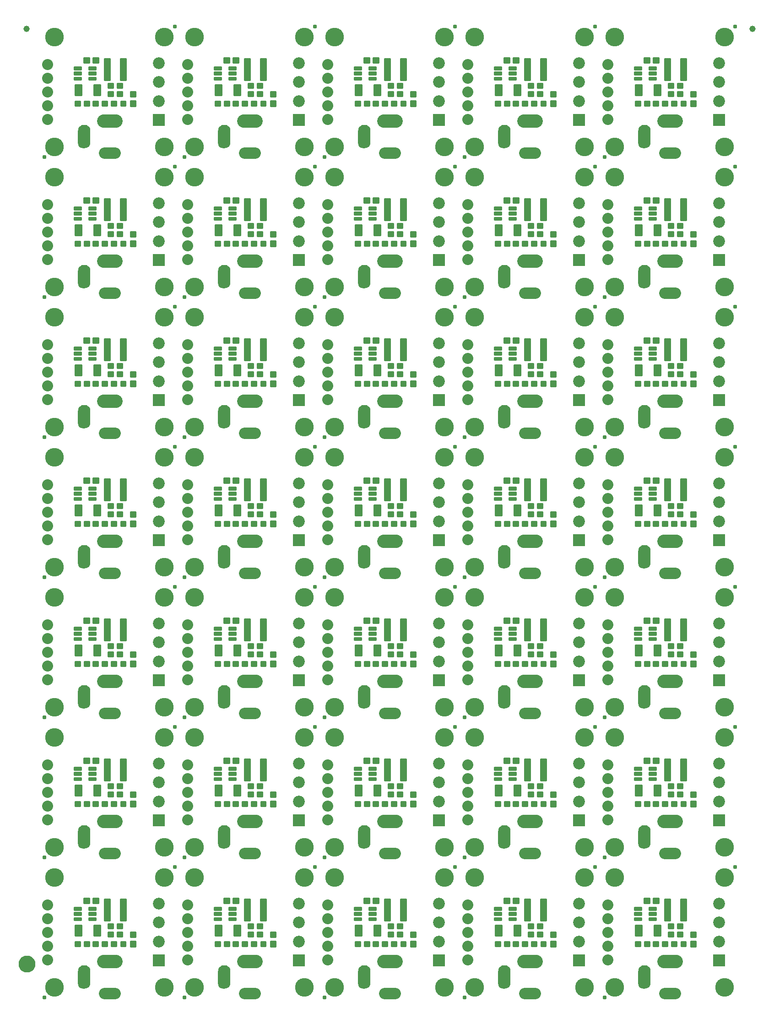
<source format=gts>
G04 EAGLE Gerber RS-274X export*
G75*
%MOMM*%
%FSLAX34Y34*%
%LPD*%
%INSoldermask Top*%
%IPPOS*%
%AMOC8*
5,1,8,0,0,1.08239X$1,22.5*%
G01*
%ADD10C,0.253525*%
%ADD11C,0.259078*%
%ADD12C,0.252862*%
%ADD13C,0.256031*%
%ADD14C,0.787400*%
%ADD15C,3.454400*%
%ADD16R,2.184400X2.184400*%
%ADD17C,2.184400*%
%ADD18C,2.032000*%
%ADD19C,2.152400*%
%ADD20C,2.452400*%
%ADD21C,0.449434*%
%ADD22C,1.152400*%
%ADD23C,1.270000*%
%ADD24C,1.652400*%

G36*
X857931Y1577335D02*
X857931Y1577335D01*
X859798Y1577498D01*
X859798Y1577499D01*
X859799Y1577499D01*
X861609Y1577983D01*
X861609Y1577984D01*
X863307Y1578776D01*
X863308Y1578776D01*
X864843Y1579851D01*
X864844Y1579851D01*
X866169Y1581176D01*
X866169Y1581177D01*
X867244Y1582712D01*
X867244Y1582713D01*
X868036Y1584411D01*
X868037Y1584412D01*
X868522Y1586221D01*
X868521Y1586222D01*
X868522Y1586222D01*
X868522Y1586228D01*
X868537Y1586397D01*
X868557Y1586621D01*
X868576Y1586845D01*
X868591Y1587014D01*
X868610Y1587237D01*
X868630Y1587461D01*
X868645Y1587630D01*
X868664Y1587853D01*
X868684Y1588077D01*
X868685Y1588089D01*
X868685Y1609771D01*
X868522Y1611638D01*
X868521Y1611638D01*
X868522Y1611639D01*
X868037Y1613449D01*
X868036Y1613449D01*
X867244Y1615148D01*
X866169Y1616683D01*
X866169Y1616684D01*
X864844Y1618009D01*
X864843Y1618009D01*
X863308Y1619084D01*
X861609Y1619876D01*
X861609Y1619877D01*
X859799Y1620362D01*
X859798Y1620361D01*
X859798Y1620362D01*
X857931Y1620525D01*
X856569Y1620525D01*
X854702Y1620362D01*
X854702Y1620361D01*
X854701Y1620362D01*
X852892Y1619877D01*
X852891Y1619876D01*
X851193Y1619084D01*
X851192Y1619084D01*
X849657Y1618009D01*
X849656Y1618009D01*
X848331Y1616684D01*
X848331Y1616683D01*
X847256Y1615148D01*
X846464Y1613449D01*
X846463Y1613449D01*
X845979Y1611639D01*
X845979Y1611638D01*
X845978Y1611638D01*
X845960Y1611431D01*
X845946Y1611262D01*
X845945Y1611262D01*
X845926Y1611039D01*
X845906Y1610815D01*
X845892Y1610646D01*
X845872Y1610423D01*
X845852Y1610199D01*
X845838Y1610030D01*
X845818Y1609806D01*
X845815Y1609771D01*
X845815Y1586012D01*
X845982Y1584320D01*
X845982Y1584319D01*
X846475Y1582692D01*
X846476Y1582692D01*
X846476Y1582691D01*
X847277Y1581192D01*
X847278Y1581192D01*
X847278Y1581191D01*
X848356Y1579877D01*
X848357Y1579877D01*
X848357Y1579876D01*
X849671Y1578798D01*
X849672Y1578798D01*
X849672Y1578797D01*
X851171Y1577996D01*
X851172Y1577996D01*
X851172Y1577995D01*
X852799Y1577502D01*
X852800Y1577502D01*
X854492Y1577335D01*
X857931Y1577335D01*
X857931Y1577335D01*
G37*
G36*
X598851Y1577335D02*
X598851Y1577335D01*
X600718Y1577498D01*
X600718Y1577499D01*
X600719Y1577499D01*
X602529Y1577983D01*
X602529Y1577984D01*
X604227Y1578776D01*
X604228Y1578776D01*
X605763Y1579851D01*
X605764Y1579851D01*
X607089Y1581176D01*
X607089Y1581177D01*
X608164Y1582712D01*
X608164Y1582713D01*
X608956Y1584411D01*
X608957Y1584412D01*
X609442Y1586221D01*
X609441Y1586222D01*
X609442Y1586222D01*
X609442Y1586228D01*
X609457Y1586397D01*
X609477Y1586621D01*
X609496Y1586845D01*
X609511Y1587014D01*
X609530Y1587237D01*
X609550Y1587461D01*
X609565Y1587630D01*
X609584Y1587853D01*
X609604Y1588077D01*
X609605Y1588089D01*
X609605Y1609771D01*
X609442Y1611638D01*
X609441Y1611638D01*
X609442Y1611639D01*
X608957Y1613449D01*
X608956Y1613449D01*
X608164Y1615148D01*
X607089Y1616683D01*
X607089Y1616684D01*
X605764Y1618009D01*
X605763Y1618009D01*
X604228Y1619084D01*
X602529Y1619876D01*
X602529Y1619877D01*
X600719Y1620362D01*
X600718Y1620361D01*
X600718Y1620362D01*
X598851Y1620525D01*
X597489Y1620525D01*
X595622Y1620362D01*
X595622Y1620361D01*
X595621Y1620362D01*
X593812Y1619877D01*
X593811Y1619876D01*
X592113Y1619084D01*
X592112Y1619084D01*
X590577Y1618009D01*
X590576Y1618009D01*
X589251Y1616684D01*
X589251Y1616683D01*
X588176Y1615148D01*
X587384Y1613449D01*
X587383Y1613449D01*
X586899Y1611639D01*
X586899Y1611638D01*
X586898Y1611638D01*
X586880Y1611431D01*
X586866Y1611262D01*
X586865Y1611262D01*
X586846Y1611039D01*
X586826Y1610815D01*
X586812Y1610646D01*
X586792Y1610423D01*
X586772Y1610199D01*
X586758Y1610030D01*
X586738Y1609806D01*
X586735Y1609771D01*
X586735Y1586012D01*
X586902Y1584320D01*
X586902Y1584319D01*
X587395Y1582692D01*
X587396Y1582692D01*
X587396Y1582691D01*
X588197Y1581192D01*
X588198Y1581192D01*
X588198Y1581191D01*
X589276Y1579877D01*
X589277Y1579877D01*
X589277Y1579876D01*
X590591Y1578798D01*
X590592Y1578798D01*
X590592Y1578797D01*
X592091Y1577996D01*
X592092Y1577996D01*
X592092Y1577995D01*
X593719Y1577502D01*
X593720Y1577502D01*
X595412Y1577335D01*
X598851Y1577335D01*
X598851Y1577335D01*
G37*
G36*
X339771Y1577335D02*
X339771Y1577335D01*
X341638Y1577498D01*
X341638Y1577499D01*
X341639Y1577499D01*
X343449Y1577983D01*
X343449Y1577984D01*
X345147Y1578776D01*
X345148Y1578776D01*
X346683Y1579851D01*
X346684Y1579851D01*
X348009Y1581176D01*
X348009Y1581177D01*
X349084Y1582712D01*
X349084Y1582713D01*
X349876Y1584411D01*
X349877Y1584412D01*
X350362Y1586221D01*
X350361Y1586222D01*
X350362Y1586222D01*
X350362Y1586228D01*
X350377Y1586397D01*
X350397Y1586621D01*
X350416Y1586845D01*
X350431Y1587014D01*
X350450Y1587237D01*
X350470Y1587461D01*
X350485Y1587630D01*
X350504Y1587853D01*
X350524Y1588077D01*
X350525Y1588089D01*
X350525Y1609771D01*
X350362Y1611638D01*
X350361Y1611638D01*
X350362Y1611639D01*
X349877Y1613449D01*
X349876Y1613449D01*
X349084Y1615148D01*
X348009Y1616683D01*
X348009Y1616684D01*
X346684Y1618009D01*
X346683Y1618009D01*
X345148Y1619084D01*
X343449Y1619876D01*
X343449Y1619877D01*
X341639Y1620362D01*
X341638Y1620361D01*
X341638Y1620362D01*
X339771Y1620525D01*
X338409Y1620525D01*
X336542Y1620362D01*
X336542Y1620361D01*
X336541Y1620362D01*
X334732Y1619877D01*
X334731Y1619876D01*
X333033Y1619084D01*
X333032Y1619084D01*
X331497Y1618009D01*
X331496Y1618009D01*
X330171Y1616684D01*
X330171Y1616683D01*
X329096Y1615148D01*
X328304Y1613449D01*
X328303Y1613449D01*
X327819Y1611639D01*
X327819Y1611638D01*
X327818Y1611638D01*
X327800Y1611431D01*
X327786Y1611262D01*
X327785Y1611262D01*
X327766Y1611039D01*
X327746Y1610815D01*
X327732Y1610646D01*
X327712Y1610423D01*
X327692Y1610199D01*
X327678Y1610030D01*
X327658Y1609806D01*
X327655Y1609771D01*
X327655Y1586012D01*
X327822Y1584320D01*
X327822Y1584319D01*
X328315Y1582692D01*
X328316Y1582692D01*
X328316Y1582691D01*
X329117Y1581192D01*
X329118Y1581192D01*
X329118Y1581191D01*
X330196Y1579877D01*
X330197Y1579877D01*
X330197Y1579876D01*
X331511Y1578798D01*
X331512Y1578798D01*
X331512Y1578797D01*
X333011Y1577996D01*
X333012Y1577996D01*
X333012Y1577995D01*
X334639Y1577502D01*
X334640Y1577502D01*
X336332Y1577335D01*
X339771Y1577335D01*
X339771Y1577335D01*
G37*
G36*
X1117011Y1577335D02*
X1117011Y1577335D01*
X1118878Y1577498D01*
X1118878Y1577499D01*
X1118879Y1577499D01*
X1120689Y1577983D01*
X1120689Y1577984D01*
X1122387Y1578776D01*
X1122388Y1578776D01*
X1123923Y1579851D01*
X1123924Y1579851D01*
X1125249Y1581176D01*
X1125249Y1581177D01*
X1126324Y1582712D01*
X1126324Y1582713D01*
X1127116Y1584411D01*
X1127117Y1584412D01*
X1127602Y1586221D01*
X1127601Y1586222D01*
X1127602Y1586222D01*
X1127602Y1586228D01*
X1127617Y1586397D01*
X1127637Y1586621D01*
X1127656Y1586845D01*
X1127671Y1587014D01*
X1127690Y1587237D01*
X1127710Y1587461D01*
X1127725Y1587630D01*
X1127744Y1587853D01*
X1127764Y1588077D01*
X1127765Y1588089D01*
X1127765Y1609771D01*
X1127602Y1611638D01*
X1127601Y1611638D01*
X1127602Y1611639D01*
X1127117Y1613449D01*
X1127116Y1613449D01*
X1126324Y1615148D01*
X1125249Y1616683D01*
X1125249Y1616684D01*
X1123924Y1618009D01*
X1123923Y1618009D01*
X1122388Y1619084D01*
X1120689Y1619876D01*
X1120689Y1619877D01*
X1118879Y1620362D01*
X1118878Y1620361D01*
X1118878Y1620362D01*
X1117011Y1620525D01*
X1115649Y1620525D01*
X1113782Y1620362D01*
X1113782Y1620361D01*
X1113781Y1620362D01*
X1111972Y1619877D01*
X1111971Y1619876D01*
X1110273Y1619084D01*
X1110272Y1619084D01*
X1108737Y1618009D01*
X1108736Y1618009D01*
X1107411Y1616684D01*
X1107411Y1616683D01*
X1106336Y1615148D01*
X1105544Y1613449D01*
X1105543Y1613449D01*
X1105059Y1611639D01*
X1105059Y1611638D01*
X1105058Y1611638D01*
X1105040Y1611431D01*
X1105026Y1611262D01*
X1105025Y1611262D01*
X1105006Y1611039D01*
X1104986Y1610815D01*
X1104972Y1610646D01*
X1104952Y1610423D01*
X1104932Y1610199D01*
X1104918Y1610030D01*
X1104898Y1609806D01*
X1104895Y1609771D01*
X1104895Y1586012D01*
X1105062Y1584320D01*
X1105062Y1584319D01*
X1105555Y1582692D01*
X1105556Y1582692D01*
X1105556Y1582691D01*
X1106357Y1581192D01*
X1106358Y1581192D01*
X1106358Y1581191D01*
X1107436Y1579877D01*
X1107437Y1579877D01*
X1107437Y1579876D01*
X1108751Y1578798D01*
X1108752Y1578798D01*
X1108752Y1578797D01*
X1110251Y1577996D01*
X1110252Y1577996D01*
X1110252Y1577995D01*
X1111879Y1577502D01*
X1111880Y1577502D01*
X1113572Y1577335D01*
X1117011Y1577335D01*
X1117011Y1577335D01*
G37*
G36*
X80691Y1577335D02*
X80691Y1577335D01*
X82558Y1577498D01*
X82558Y1577499D01*
X82559Y1577499D01*
X84369Y1577983D01*
X84369Y1577984D01*
X86067Y1578776D01*
X86068Y1578776D01*
X87603Y1579851D01*
X87604Y1579851D01*
X88929Y1581176D01*
X88929Y1581177D01*
X90004Y1582712D01*
X90004Y1582713D01*
X90796Y1584411D01*
X90797Y1584412D01*
X91282Y1586221D01*
X91281Y1586222D01*
X91282Y1586222D01*
X91282Y1586228D01*
X91297Y1586397D01*
X91317Y1586621D01*
X91336Y1586845D01*
X91351Y1587014D01*
X91370Y1587237D01*
X91390Y1587461D01*
X91405Y1587630D01*
X91424Y1587853D01*
X91444Y1588077D01*
X91445Y1588089D01*
X91445Y1609771D01*
X91282Y1611638D01*
X91281Y1611638D01*
X91282Y1611639D01*
X90797Y1613449D01*
X90796Y1613449D01*
X90004Y1615148D01*
X88929Y1616683D01*
X88929Y1616684D01*
X87604Y1618009D01*
X87603Y1618009D01*
X86068Y1619084D01*
X84369Y1619876D01*
X84369Y1619877D01*
X82559Y1620362D01*
X82558Y1620361D01*
X82558Y1620362D01*
X80691Y1620525D01*
X79329Y1620525D01*
X77462Y1620362D01*
X77462Y1620361D01*
X77461Y1620362D01*
X75652Y1619877D01*
X75651Y1619876D01*
X73953Y1619084D01*
X73952Y1619084D01*
X72417Y1618009D01*
X72416Y1618009D01*
X71091Y1616684D01*
X71091Y1616683D01*
X70016Y1615148D01*
X69224Y1613449D01*
X69223Y1613449D01*
X68739Y1611639D01*
X68739Y1611638D01*
X68738Y1611638D01*
X68720Y1611431D01*
X68706Y1611262D01*
X68705Y1611262D01*
X68686Y1611039D01*
X68666Y1610815D01*
X68652Y1610646D01*
X68632Y1610423D01*
X68612Y1610199D01*
X68598Y1610030D01*
X68578Y1609806D01*
X68575Y1609771D01*
X68575Y1586012D01*
X68742Y1584320D01*
X68742Y1584319D01*
X69235Y1582692D01*
X69236Y1582692D01*
X69236Y1582691D01*
X70037Y1581192D01*
X70038Y1581192D01*
X70038Y1581191D01*
X71116Y1579877D01*
X71117Y1579877D01*
X71117Y1579876D01*
X72431Y1578798D01*
X72432Y1578798D01*
X72432Y1578797D01*
X73931Y1577996D01*
X73932Y1577996D01*
X73932Y1577995D01*
X75559Y1577502D01*
X75560Y1577502D01*
X77252Y1577335D01*
X80691Y1577335D01*
X80691Y1577335D01*
G37*
G36*
X80691Y1318255D02*
X80691Y1318255D01*
X82558Y1318418D01*
X82558Y1318419D01*
X82559Y1318419D01*
X84369Y1318903D01*
X84369Y1318904D01*
X86067Y1319696D01*
X86068Y1319696D01*
X87603Y1320771D01*
X87604Y1320771D01*
X88929Y1322096D01*
X88929Y1322097D01*
X90004Y1323632D01*
X90004Y1323633D01*
X90796Y1325331D01*
X90797Y1325332D01*
X91282Y1327141D01*
X91281Y1327142D01*
X91282Y1327142D01*
X91282Y1327148D01*
X91297Y1327317D01*
X91317Y1327541D01*
X91336Y1327765D01*
X91351Y1327934D01*
X91370Y1328157D01*
X91390Y1328381D01*
X91405Y1328550D01*
X91424Y1328773D01*
X91444Y1328997D01*
X91445Y1329009D01*
X91445Y1350691D01*
X91282Y1352558D01*
X91281Y1352558D01*
X91282Y1352559D01*
X90797Y1354369D01*
X90796Y1354369D01*
X90004Y1356068D01*
X88929Y1357603D01*
X88929Y1357604D01*
X87604Y1358929D01*
X87603Y1358929D01*
X86068Y1360004D01*
X84369Y1360796D01*
X84369Y1360797D01*
X82559Y1361282D01*
X82558Y1361281D01*
X82558Y1361282D01*
X80691Y1361445D01*
X79329Y1361445D01*
X77462Y1361282D01*
X77462Y1361281D01*
X77461Y1361282D01*
X75652Y1360797D01*
X75651Y1360796D01*
X73953Y1360004D01*
X73952Y1360004D01*
X72417Y1358929D01*
X72416Y1358929D01*
X71091Y1357604D01*
X71091Y1357603D01*
X70016Y1356068D01*
X69224Y1354369D01*
X69223Y1354369D01*
X68739Y1352559D01*
X68739Y1352558D01*
X68738Y1352558D01*
X68720Y1352351D01*
X68706Y1352182D01*
X68705Y1352182D01*
X68686Y1351959D01*
X68666Y1351735D01*
X68652Y1351566D01*
X68632Y1351343D01*
X68612Y1351119D01*
X68598Y1350950D01*
X68578Y1350726D01*
X68575Y1350691D01*
X68575Y1326932D01*
X68742Y1325240D01*
X68742Y1325239D01*
X69235Y1323612D01*
X69236Y1323612D01*
X69236Y1323611D01*
X70037Y1322112D01*
X70038Y1322112D01*
X70038Y1322111D01*
X71116Y1320797D01*
X71117Y1320797D01*
X71117Y1320796D01*
X72431Y1319718D01*
X72432Y1319718D01*
X72432Y1319717D01*
X73931Y1318916D01*
X73932Y1318916D01*
X73932Y1318915D01*
X75559Y1318422D01*
X75560Y1318422D01*
X77252Y1318255D01*
X80691Y1318255D01*
X80691Y1318255D01*
G37*
G36*
X598851Y1318255D02*
X598851Y1318255D01*
X600718Y1318418D01*
X600718Y1318419D01*
X600719Y1318419D01*
X602529Y1318903D01*
X602529Y1318904D01*
X604227Y1319696D01*
X604228Y1319696D01*
X605763Y1320771D01*
X605764Y1320771D01*
X607089Y1322096D01*
X607089Y1322097D01*
X608164Y1323632D01*
X608164Y1323633D01*
X608956Y1325331D01*
X608957Y1325332D01*
X609442Y1327141D01*
X609441Y1327142D01*
X609442Y1327142D01*
X609442Y1327148D01*
X609457Y1327317D01*
X609477Y1327541D01*
X609496Y1327765D01*
X609511Y1327934D01*
X609530Y1328157D01*
X609550Y1328381D01*
X609565Y1328550D01*
X609584Y1328773D01*
X609604Y1328997D01*
X609605Y1329009D01*
X609605Y1350691D01*
X609442Y1352558D01*
X609441Y1352558D01*
X609442Y1352559D01*
X608957Y1354369D01*
X608956Y1354369D01*
X608164Y1356068D01*
X607089Y1357603D01*
X607089Y1357604D01*
X605764Y1358929D01*
X605763Y1358929D01*
X604228Y1360004D01*
X602529Y1360796D01*
X602529Y1360797D01*
X600719Y1361282D01*
X600718Y1361281D01*
X600718Y1361282D01*
X598851Y1361445D01*
X597489Y1361445D01*
X595622Y1361282D01*
X595622Y1361281D01*
X595621Y1361282D01*
X593812Y1360797D01*
X593811Y1360796D01*
X592113Y1360004D01*
X592112Y1360004D01*
X590577Y1358929D01*
X590576Y1358929D01*
X589251Y1357604D01*
X589251Y1357603D01*
X588176Y1356068D01*
X587384Y1354369D01*
X587383Y1354369D01*
X586899Y1352559D01*
X586899Y1352558D01*
X586898Y1352558D01*
X586880Y1352351D01*
X586866Y1352182D01*
X586865Y1352182D01*
X586846Y1351959D01*
X586826Y1351735D01*
X586812Y1351566D01*
X586792Y1351343D01*
X586772Y1351119D01*
X586758Y1350950D01*
X586738Y1350726D01*
X586735Y1350691D01*
X586735Y1326932D01*
X586902Y1325240D01*
X586902Y1325239D01*
X587395Y1323612D01*
X587396Y1323612D01*
X587396Y1323611D01*
X588197Y1322112D01*
X588198Y1322112D01*
X588198Y1322111D01*
X589276Y1320797D01*
X589277Y1320797D01*
X589277Y1320796D01*
X590591Y1319718D01*
X590592Y1319718D01*
X590592Y1319717D01*
X592091Y1318916D01*
X592092Y1318916D01*
X592092Y1318915D01*
X593719Y1318422D01*
X593720Y1318422D01*
X595412Y1318255D01*
X598851Y1318255D01*
X598851Y1318255D01*
G37*
G36*
X1117011Y1318255D02*
X1117011Y1318255D01*
X1118878Y1318418D01*
X1118878Y1318419D01*
X1118879Y1318419D01*
X1120689Y1318903D01*
X1120689Y1318904D01*
X1122387Y1319696D01*
X1122388Y1319696D01*
X1123923Y1320771D01*
X1123924Y1320771D01*
X1125249Y1322096D01*
X1125249Y1322097D01*
X1126324Y1323632D01*
X1126324Y1323633D01*
X1127116Y1325331D01*
X1127117Y1325332D01*
X1127602Y1327141D01*
X1127601Y1327142D01*
X1127602Y1327142D01*
X1127602Y1327148D01*
X1127617Y1327317D01*
X1127637Y1327541D01*
X1127656Y1327765D01*
X1127671Y1327934D01*
X1127690Y1328157D01*
X1127710Y1328381D01*
X1127725Y1328550D01*
X1127744Y1328773D01*
X1127764Y1328997D01*
X1127765Y1329009D01*
X1127765Y1350691D01*
X1127602Y1352558D01*
X1127601Y1352558D01*
X1127602Y1352559D01*
X1127117Y1354369D01*
X1127116Y1354369D01*
X1126324Y1356068D01*
X1125249Y1357603D01*
X1125249Y1357604D01*
X1123924Y1358929D01*
X1123923Y1358929D01*
X1122388Y1360004D01*
X1120689Y1360796D01*
X1120689Y1360797D01*
X1118879Y1361282D01*
X1118878Y1361281D01*
X1118878Y1361282D01*
X1117011Y1361445D01*
X1115649Y1361445D01*
X1113782Y1361282D01*
X1113782Y1361281D01*
X1113781Y1361282D01*
X1111972Y1360797D01*
X1111971Y1360796D01*
X1110273Y1360004D01*
X1110272Y1360004D01*
X1108737Y1358929D01*
X1108736Y1358929D01*
X1107411Y1357604D01*
X1107411Y1357603D01*
X1106336Y1356068D01*
X1105544Y1354369D01*
X1105543Y1354369D01*
X1105059Y1352559D01*
X1105059Y1352558D01*
X1105058Y1352558D01*
X1105040Y1352351D01*
X1105026Y1352182D01*
X1105025Y1352182D01*
X1105006Y1351959D01*
X1104986Y1351735D01*
X1104972Y1351566D01*
X1104952Y1351343D01*
X1104932Y1351119D01*
X1104918Y1350950D01*
X1104898Y1350726D01*
X1104895Y1350691D01*
X1104895Y1326932D01*
X1105062Y1325240D01*
X1105062Y1325239D01*
X1105555Y1323612D01*
X1105556Y1323612D01*
X1105556Y1323611D01*
X1106357Y1322112D01*
X1106358Y1322112D01*
X1106358Y1322111D01*
X1107436Y1320797D01*
X1107437Y1320797D01*
X1107437Y1320796D01*
X1108751Y1319718D01*
X1108752Y1319718D01*
X1108752Y1319717D01*
X1110251Y1318916D01*
X1110252Y1318916D01*
X1110252Y1318915D01*
X1111879Y1318422D01*
X1111880Y1318422D01*
X1113572Y1318255D01*
X1117011Y1318255D01*
X1117011Y1318255D01*
G37*
G36*
X339771Y1318255D02*
X339771Y1318255D01*
X341638Y1318418D01*
X341638Y1318419D01*
X341639Y1318419D01*
X343449Y1318903D01*
X343449Y1318904D01*
X345147Y1319696D01*
X345148Y1319696D01*
X346683Y1320771D01*
X346684Y1320771D01*
X348009Y1322096D01*
X348009Y1322097D01*
X349084Y1323632D01*
X349084Y1323633D01*
X349876Y1325331D01*
X349877Y1325332D01*
X350362Y1327141D01*
X350361Y1327142D01*
X350362Y1327142D01*
X350362Y1327148D01*
X350377Y1327317D01*
X350397Y1327541D01*
X350416Y1327765D01*
X350431Y1327934D01*
X350450Y1328157D01*
X350470Y1328381D01*
X350485Y1328550D01*
X350504Y1328773D01*
X350524Y1328997D01*
X350525Y1329009D01*
X350525Y1350691D01*
X350362Y1352558D01*
X350361Y1352558D01*
X350362Y1352559D01*
X349877Y1354369D01*
X349876Y1354369D01*
X349084Y1356068D01*
X348009Y1357603D01*
X348009Y1357604D01*
X346684Y1358929D01*
X346683Y1358929D01*
X345148Y1360004D01*
X343449Y1360796D01*
X343449Y1360797D01*
X341639Y1361282D01*
X341638Y1361281D01*
X341638Y1361282D01*
X339771Y1361445D01*
X338409Y1361445D01*
X336542Y1361282D01*
X336542Y1361281D01*
X336541Y1361282D01*
X334732Y1360797D01*
X334731Y1360796D01*
X333033Y1360004D01*
X333032Y1360004D01*
X331497Y1358929D01*
X331496Y1358929D01*
X330171Y1357604D01*
X330171Y1357603D01*
X329096Y1356068D01*
X328304Y1354369D01*
X328303Y1354369D01*
X327819Y1352559D01*
X327819Y1352558D01*
X327818Y1352558D01*
X327800Y1352351D01*
X327786Y1352182D01*
X327785Y1352182D01*
X327766Y1351959D01*
X327746Y1351735D01*
X327732Y1351566D01*
X327712Y1351343D01*
X327692Y1351119D01*
X327678Y1350950D01*
X327658Y1350726D01*
X327655Y1350691D01*
X327655Y1326932D01*
X327822Y1325240D01*
X327822Y1325239D01*
X328315Y1323612D01*
X328316Y1323612D01*
X328316Y1323611D01*
X329117Y1322112D01*
X329118Y1322112D01*
X329118Y1322111D01*
X330196Y1320797D01*
X330197Y1320797D01*
X330197Y1320796D01*
X331511Y1319718D01*
X331512Y1319718D01*
X331512Y1319717D01*
X333011Y1318916D01*
X333012Y1318916D01*
X333012Y1318915D01*
X334639Y1318422D01*
X334640Y1318422D01*
X336332Y1318255D01*
X339771Y1318255D01*
X339771Y1318255D01*
G37*
G36*
X857931Y1318255D02*
X857931Y1318255D01*
X859798Y1318418D01*
X859798Y1318419D01*
X859799Y1318419D01*
X861609Y1318903D01*
X861609Y1318904D01*
X863307Y1319696D01*
X863308Y1319696D01*
X864843Y1320771D01*
X864844Y1320771D01*
X866169Y1322096D01*
X866169Y1322097D01*
X867244Y1323632D01*
X867244Y1323633D01*
X868036Y1325331D01*
X868037Y1325332D01*
X868522Y1327141D01*
X868521Y1327142D01*
X868522Y1327142D01*
X868522Y1327148D01*
X868537Y1327317D01*
X868557Y1327541D01*
X868576Y1327765D01*
X868591Y1327934D01*
X868610Y1328157D01*
X868630Y1328381D01*
X868645Y1328550D01*
X868664Y1328773D01*
X868684Y1328997D01*
X868685Y1329009D01*
X868685Y1350691D01*
X868522Y1352558D01*
X868521Y1352558D01*
X868522Y1352559D01*
X868037Y1354369D01*
X868036Y1354369D01*
X867244Y1356068D01*
X866169Y1357603D01*
X866169Y1357604D01*
X864844Y1358929D01*
X864843Y1358929D01*
X863308Y1360004D01*
X861609Y1360796D01*
X861609Y1360797D01*
X859799Y1361282D01*
X859798Y1361281D01*
X859798Y1361282D01*
X857931Y1361445D01*
X856569Y1361445D01*
X854702Y1361282D01*
X854702Y1361281D01*
X854701Y1361282D01*
X852892Y1360797D01*
X852891Y1360796D01*
X851193Y1360004D01*
X851192Y1360004D01*
X849657Y1358929D01*
X849656Y1358929D01*
X848331Y1357604D01*
X848331Y1357603D01*
X847256Y1356068D01*
X846464Y1354369D01*
X846463Y1354369D01*
X845979Y1352559D01*
X845979Y1352558D01*
X845978Y1352558D01*
X845960Y1352351D01*
X845946Y1352182D01*
X845945Y1352182D01*
X845926Y1351959D01*
X845906Y1351735D01*
X845892Y1351566D01*
X845872Y1351343D01*
X845852Y1351119D01*
X845838Y1350950D01*
X845818Y1350726D01*
X845815Y1350691D01*
X845815Y1326932D01*
X845982Y1325240D01*
X845982Y1325239D01*
X846475Y1323612D01*
X846476Y1323612D01*
X846476Y1323611D01*
X847277Y1322112D01*
X847278Y1322112D01*
X847278Y1322111D01*
X848356Y1320797D01*
X848357Y1320797D01*
X848357Y1320796D01*
X849671Y1319718D01*
X849672Y1319718D01*
X849672Y1319717D01*
X851171Y1318916D01*
X851172Y1318916D01*
X851172Y1318915D01*
X852799Y1318422D01*
X852800Y1318422D01*
X854492Y1318255D01*
X857931Y1318255D01*
X857931Y1318255D01*
G37*
G36*
X857931Y1059175D02*
X857931Y1059175D01*
X859798Y1059338D01*
X859798Y1059339D01*
X859799Y1059339D01*
X861609Y1059823D01*
X861609Y1059824D01*
X863307Y1060616D01*
X863308Y1060616D01*
X864843Y1061691D01*
X864844Y1061691D01*
X866169Y1063016D01*
X866169Y1063017D01*
X867244Y1064552D01*
X867244Y1064553D01*
X868036Y1066251D01*
X868037Y1066252D01*
X868522Y1068061D01*
X868521Y1068062D01*
X868522Y1068062D01*
X868522Y1068068D01*
X868537Y1068237D01*
X868557Y1068461D01*
X868576Y1068685D01*
X868591Y1068854D01*
X868610Y1069077D01*
X868630Y1069301D01*
X868645Y1069470D01*
X868664Y1069693D01*
X868684Y1069917D01*
X868685Y1069929D01*
X868685Y1091611D01*
X868522Y1093478D01*
X868521Y1093478D01*
X868522Y1093479D01*
X868037Y1095289D01*
X868036Y1095289D01*
X867244Y1096988D01*
X866169Y1098523D01*
X866169Y1098524D01*
X864844Y1099849D01*
X864843Y1099849D01*
X863308Y1100924D01*
X861609Y1101716D01*
X861609Y1101717D01*
X859799Y1102202D01*
X859798Y1102201D01*
X859798Y1102202D01*
X857931Y1102365D01*
X856569Y1102365D01*
X854702Y1102202D01*
X854702Y1102201D01*
X854701Y1102202D01*
X852892Y1101717D01*
X852891Y1101716D01*
X851193Y1100924D01*
X851192Y1100924D01*
X849657Y1099849D01*
X849656Y1099849D01*
X848331Y1098524D01*
X848331Y1098523D01*
X847256Y1096988D01*
X846464Y1095289D01*
X846463Y1095289D01*
X845979Y1093479D01*
X845979Y1093478D01*
X845978Y1093478D01*
X845960Y1093271D01*
X845946Y1093102D01*
X845945Y1093102D01*
X845926Y1092879D01*
X845906Y1092655D01*
X845892Y1092486D01*
X845872Y1092263D01*
X845852Y1092039D01*
X845838Y1091870D01*
X845818Y1091646D01*
X845815Y1091611D01*
X845815Y1067852D01*
X845982Y1066160D01*
X845982Y1066159D01*
X846475Y1064532D01*
X846476Y1064532D01*
X846476Y1064531D01*
X847277Y1063032D01*
X847278Y1063032D01*
X847278Y1063031D01*
X848356Y1061717D01*
X848357Y1061717D01*
X848357Y1061716D01*
X849671Y1060638D01*
X849672Y1060638D01*
X849672Y1060637D01*
X851171Y1059836D01*
X851172Y1059836D01*
X851172Y1059835D01*
X852799Y1059342D01*
X852800Y1059342D01*
X854492Y1059175D01*
X857931Y1059175D01*
X857931Y1059175D01*
G37*
G36*
X1117011Y1059175D02*
X1117011Y1059175D01*
X1118878Y1059338D01*
X1118878Y1059339D01*
X1118879Y1059339D01*
X1120689Y1059823D01*
X1120689Y1059824D01*
X1122387Y1060616D01*
X1122388Y1060616D01*
X1123923Y1061691D01*
X1123924Y1061691D01*
X1125249Y1063016D01*
X1125249Y1063017D01*
X1126324Y1064552D01*
X1126324Y1064553D01*
X1127116Y1066251D01*
X1127117Y1066252D01*
X1127602Y1068061D01*
X1127601Y1068062D01*
X1127602Y1068062D01*
X1127602Y1068068D01*
X1127617Y1068237D01*
X1127637Y1068461D01*
X1127656Y1068685D01*
X1127671Y1068854D01*
X1127690Y1069077D01*
X1127710Y1069301D01*
X1127725Y1069470D01*
X1127744Y1069693D01*
X1127764Y1069917D01*
X1127765Y1069929D01*
X1127765Y1091611D01*
X1127602Y1093478D01*
X1127601Y1093478D01*
X1127602Y1093479D01*
X1127117Y1095289D01*
X1127116Y1095289D01*
X1126324Y1096988D01*
X1125249Y1098523D01*
X1125249Y1098524D01*
X1123924Y1099849D01*
X1123923Y1099849D01*
X1122388Y1100924D01*
X1120689Y1101716D01*
X1120689Y1101717D01*
X1118879Y1102202D01*
X1118878Y1102201D01*
X1118878Y1102202D01*
X1117011Y1102365D01*
X1115649Y1102365D01*
X1113782Y1102202D01*
X1113782Y1102201D01*
X1113781Y1102202D01*
X1111972Y1101717D01*
X1111971Y1101716D01*
X1110273Y1100924D01*
X1110272Y1100924D01*
X1108737Y1099849D01*
X1108736Y1099849D01*
X1107411Y1098524D01*
X1107411Y1098523D01*
X1106336Y1096988D01*
X1105544Y1095289D01*
X1105543Y1095289D01*
X1105059Y1093479D01*
X1105059Y1093478D01*
X1105058Y1093478D01*
X1105040Y1093271D01*
X1105026Y1093102D01*
X1105025Y1093102D01*
X1105006Y1092879D01*
X1104986Y1092655D01*
X1104972Y1092486D01*
X1104952Y1092263D01*
X1104932Y1092039D01*
X1104918Y1091870D01*
X1104898Y1091646D01*
X1104895Y1091611D01*
X1104895Y1067852D01*
X1105062Y1066160D01*
X1105062Y1066159D01*
X1105555Y1064532D01*
X1105556Y1064532D01*
X1105556Y1064531D01*
X1106357Y1063032D01*
X1106358Y1063032D01*
X1106358Y1063031D01*
X1107436Y1061717D01*
X1107437Y1061717D01*
X1107437Y1061716D01*
X1108751Y1060638D01*
X1108752Y1060638D01*
X1108752Y1060637D01*
X1110251Y1059836D01*
X1110252Y1059836D01*
X1110252Y1059835D01*
X1111879Y1059342D01*
X1111880Y1059342D01*
X1113572Y1059175D01*
X1117011Y1059175D01*
X1117011Y1059175D01*
G37*
G36*
X598851Y1059175D02*
X598851Y1059175D01*
X600718Y1059338D01*
X600718Y1059339D01*
X600719Y1059339D01*
X602529Y1059823D01*
X602529Y1059824D01*
X604227Y1060616D01*
X604228Y1060616D01*
X605763Y1061691D01*
X605764Y1061691D01*
X607089Y1063016D01*
X607089Y1063017D01*
X608164Y1064552D01*
X608164Y1064553D01*
X608956Y1066251D01*
X608957Y1066252D01*
X609442Y1068061D01*
X609441Y1068062D01*
X609442Y1068062D01*
X609442Y1068068D01*
X609457Y1068237D01*
X609477Y1068461D01*
X609496Y1068685D01*
X609511Y1068854D01*
X609530Y1069077D01*
X609550Y1069301D01*
X609565Y1069470D01*
X609584Y1069693D01*
X609604Y1069917D01*
X609605Y1069929D01*
X609605Y1091611D01*
X609442Y1093478D01*
X609441Y1093478D01*
X609442Y1093479D01*
X608957Y1095289D01*
X608956Y1095289D01*
X608164Y1096988D01*
X607089Y1098523D01*
X607089Y1098524D01*
X605764Y1099849D01*
X605763Y1099849D01*
X604228Y1100924D01*
X602529Y1101716D01*
X602529Y1101717D01*
X600719Y1102202D01*
X600718Y1102201D01*
X600718Y1102202D01*
X598851Y1102365D01*
X597489Y1102365D01*
X595622Y1102202D01*
X595622Y1102201D01*
X595621Y1102202D01*
X593812Y1101717D01*
X593811Y1101716D01*
X592113Y1100924D01*
X592112Y1100924D01*
X590577Y1099849D01*
X590576Y1099849D01*
X589251Y1098524D01*
X589251Y1098523D01*
X588176Y1096988D01*
X587384Y1095289D01*
X587383Y1095289D01*
X586899Y1093479D01*
X586899Y1093478D01*
X586898Y1093478D01*
X586880Y1093271D01*
X586866Y1093102D01*
X586865Y1093102D01*
X586846Y1092879D01*
X586826Y1092655D01*
X586812Y1092486D01*
X586792Y1092263D01*
X586772Y1092039D01*
X586758Y1091870D01*
X586738Y1091646D01*
X586735Y1091611D01*
X586735Y1067852D01*
X586902Y1066160D01*
X586902Y1066159D01*
X587395Y1064532D01*
X587396Y1064532D01*
X587396Y1064531D01*
X588197Y1063032D01*
X588198Y1063032D01*
X588198Y1063031D01*
X589276Y1061717D01*
X589277Y1061717D01*
X589277Y1061716D01*
X590591Y1060638D01*
X590592Y1060638D01*
X590592Y1060637D01*
X592091Y1059836D01*
X592092Y1059836D01*
X592092Y1059835D01*
X593719Y1059342D01*
X593720Y1059342D01*
X595412Y1059175D01*
X598851Y1059175D01*
X598851Y1059175D01*
G37*
G36*
X80691Y1059175D02*
X80691Y1059175D01*
X82558Y1059338D01*
X82558Y1059339D01*
X82559Y1059339D01*
X84369Y1059823D01*
X84369Y1059824D01*
X86067Y1060616D01*
X86068Y1060616D01*
X87603Y1061691D01*
X87604Y1061691D01*
X88929Y1063016D01*
X88929Y1063017D01*
X90004Y1064552D01*
X90004Y1064553D01*
X90796Y1066251D01*
X90797Y1066252D01*
X91282Y1068061D01*
X91281Y1068062D01*
X91282Y1068062D01*
X91282Y1068068D01*
X91297Y1068237D01*
X91317Y1068461D01*
X91336Y1068685D01*
X91351Y1068854D01*
X91370Y1069077D01*
X91390Y1069301D01*
X91405Y1069470D01*
X91424Y1069693D01*
X91444Y1069917D01*
X91445Y1069929D01*
X91445Y1091611D01*
X91282Y1093478D01*
X91281Y1093478D01*
X91282Y1093479D01*
X90797Y1095289D01*
X90796Y1095289D01*
X90004Y1096988D01*
X88929Y1098523D01*
X88929Y1098524D01*
X87604Y1099849D01*
X87603Y1099849D01*
X86068Y1100924D01*
X84369Y1101716D01*
X84369Y1101717D01*
X82559Y1102202D01*
X82558Y1102201D01*
X82558Y1102202D01*
X80691Y1102365D01*
X79329Y1102365D01*
X77462Y1102202D01*
X77462Y1102201D01*
X77461Y1102202D01*
X75652Y1101717D01*
X75651Y1101716D01*
X73953Y1100924D01*
X73952Y1100924D01*
X72417Y1099849D01*
X72416Y1099849D01*
X71091Y1098524D01*
X71091Y1098523D01*
X70016Y1096988D01*
X69224Y1095289D01*
X69223Y1095289D01*
X68739Y1093479D01*
X68739Y1093478D01*
X68738Y1093478D01*
X68720Y1093271D01*
X68706Y1093102D01*
X68705Y1093102D01*
X68686Y1092879D01*
X68666Y1092655D01*
X68652Y1092486D01*
X68632Y1092263D01*
X68612Y1092039D01*
X68598Y1091870D01*
X68578Y1091646D01*
X68575Y1091611D01*
X68575Y1067852D01*
X68742Y1066160D01*
X68742Y1066159D01*
X69235Y1064532D01*
X69236Y1064532D01*
X69236Y1064531D01*
X70037Y1063032D01*
X70038Y1063032D01*
X70038Y1063031D01*
X71116Y1061717D01*
X71117Y1061717D01*
X71117Y1061716D01*
X72431Y1060638D01*
X72432Y1060638D01*
X72432Y1060637D01*
X73931Y1059836D01*
X73932Y1059836D01*
X73932Y1059835D01*
X75559Y1059342D01*
X75560Y1059342D01*
X77252Y1059175D01*
X80691Y1059175D01*
X80691Y1059175D01*
G37*
G36*
X339771Y1059175D02*
X339771Y1059175D01*
X341638Y1059338D01*
X341638Y1059339D01*
X341639Y1059339D01*
X343449Y1059823D01*
X343449Y1059824D01*
X345147Y1060616D01*
X345148Y1060616D01*
X346683Y1061691D01*
X346684Y1061691D01*
X348009Y1063016D01*
X348009Y1063017D01*
X349084Y1064552D01*
X349084Y1064553D01*
X349876Y1066251D01*
X349877Y1066252D01*
X350362Y1068061D01*
X350361Y1068062D01*
X350362Y1068062D01*
X350362Y1068068D01*
X350377Y1068237D01*
X350397Y1068461D01*
X350416Y1068685D01*
X350431Y1068854D01*
X350450Y1069077D01*
X350470Y1069301D01*
X350485Y1069470D01*
X350504Y1069693D01*
X350524Y1069917D01*
X350525Y1069929D01*
X350525Y1091611D01*
X350362Y1093478D01*
X350361Y1093478D01*
X350362Y1093479D01*
X349877Y1095289D01*
X349876Y1095289D01*
X349084Y1096988D01*
X348009Y1098523D01*
X348009Y1098524D01*
X346684Y1099849D01*
X346683Y1099849D01*
X345148Y1100924D01*
X343449Y1101716D01*
X343449Y1101717D01*
X341639Y1102202D01*
X341638Y1102201D01*
X341638Y1102202D01*
X339771Y1102365D01*
X338409Y1102365D01*
X336542Y1102202D01*
X336542Y1102201D01*
X336541Y1102202D01*
X334732Y1101717D01*
X334731Y1101716D01*
X333033Y1100924D01*
X333032Y1100924D01*
X331497Y1099849D01*
X331496Y1099849D01*
X330171Y1098524D01*
X330171Y1098523D01*
X329096Y1096988D01*
X328304Y1095289D01*
X328303Y1095289D01*
X327819Y1093479D01*
X327819Y1093478D01*
X327818Y1093478D01*
X327800Y1093271D01*
X327786Y1093102D01*
X327785Y1093102D01*
X327766Y1092879D01*
X327746Y1092655D01*
X327732Y1092486D01*
X327712Y1092263D01*
X327692Y1092039D01*
X327678Y1091870D01*
X327658Y1091646D01*
X327655Y1091611D01*
X327655Y1067852D01*
X327822Y1066160D01*
X327822Y1066159D01*
X328315Y1064532D01*
X328316Y1064532D01*
X328316Y1064531D01*
X329117Y1063032D01*
X329118Y1063032D01*
X329118Y1063031D01*
X330196Y1061717D01*
X330197Y1061717D01*
X330197Y1061716D01*
X331511Y1060638D01*
X331512Y1060638D01*
X331512Y1060637D01*
X333011Y1059836D01*
X333012Y1059836D01*
X333012Y1059835D01*
X334639Y1059342D01*
X334640Y1059342D01*
X336332Y1059175D01*
X339771Y1059175D01*
X339771Y1059175D01*
G37*
G36*
X598851Y800095D02*
X598851Y800095D01*
X600718Y800258D01*
X600718Y800259D01*
X600719Y800259D01*
X602529Y800743D01*
X602529Y800744D01*
X604227Y801536D01*
X604228Y801536D01*
X605763Y802611D01*
X605764Y802611D01*
X607089Y803936D01*
X607089Y803937D01*
X608164Y805472D01*
X608164Y805473D01*
X608956Y807171D01*
X608957Y807172D01*
X609442Y808981D01*
X609441Y808982D01*
X609442Y808982D01*
X609442Y808988D01*
X609457Y809157D01*
X609477Y809381D01*
X609496Y809605D01*
X609511Y809774D01*
X609530Y809997D01*
X609550Y810221D01*
X609565Y810390D01*
X609584Y810613D01*
X609604Y810837D01*
X609605Y810849D01*
X609605Y832531D01*
X609442Y834398D01*
X609441Y834398D01*
X609442Y834399D01*
X608957Y836209D01*
X608956Y836209D01*
X608164Y837908D01*
X607089Y839443D01*
X607089Y839444D01*
X605764Y840769D01*
X605763Y840769D01*
X604228Y841844D01*
X602529Y842636D01*
X602529Y842637D01*
X600719Y843122D01*
X600718Y843121D01*
X600718Y843122D01*
X598851Y843285D01*
X597489Y843285D01*
X595622Y843122D01*
X595622Y843121D01*
X595621Y843122D01*
X593812Y842637D01*
X593811Y842636D01*
X592113Y841844D01*
X592112Y841844D01*
X590577Y840769D01*
X590576Y840769D01*
X589251Y839444D01*
X589251Y839443D01*
X588176Y837908D01*
X587384Y836209D01*
X587383Y836209D01*
X586899Y834399D01*
X586899Y834398D01*
X586898Y834398D01*
X586880Y834191D01*
X586866Y834022D01*
X586865Y834022D01*
X586846Y833799D01*
X586826Y833575D01*
X586812Y833406D01*
X586792Y833183D01*
X586772Y832959D01*
X586758Y832790D01*
X586738Y832566D01*
X586735Y832531D01*
X586735Y808772D01*
X586902Y807080D01*
X586902Y807079D01*
X587395Y805452D01*
X587396Y805452D01*
X587396Y805451D01*
X588197Y803952D01*
X588198Y803952D01*
X588198Y803951D01*
X589276Y802637D01*
X589277Y802637D01*
X589277Y802636D01*
X590591Y801558D01*
X590592Y801558D01*
X590592Y801557D01*
X592091Y800756D01*
X592092Y800756D01*
X592092Y800755D01*
X593719Y800262D01*
X593720Y800262D01*
X595412Y800095D01*
X598851Y800095D01*
X598851Y800095D01*
G37*
G36*
X1117011Y800095D02*
X1117011Y800095D01*
X1118878Y800258D01*
X1118878Y800259D01*
X1118879Y800259D01*
X1120689Y800743D01*
X1120689Y800744D01*
X1122387Y801536D01*
X1122388Y801536D01*
X1123923Y802611D01*
X1123924Y802611D01*
X1125249Y803936D01*
X1125249Y803937D01*
X1126324Y805472D01*
X1126324Y805473D01*
X1127116Y807171D01*
X1127117Y807172D01*
X1127602Y808981D01*
X1127601Y808982D01*
X1127602Y808982D01*
X1127602Y808988D01*
X1127617Y809157D01*
X1127637Y809381D01*
X1127656Y809605D01*
X1127671Y809774D01*
X1127690Y809997D01*
X1127710Y810221D01*
X1127725Y810390D01*
X1127744Y810613D01*
X1127764Y810837D01*
X1127765Y810849D01*
X1127765Y832531D01*
X1127602Y834398D01*
X1127601Y834398D01*
X1127602Y834399D01*
X1127117Y836209D01*
X1127116Y836209D01*
X1126324Y837908D01*
X1125249Y839443D01*
X1125249Y839444D01*
X1123924Y840769D01*
X1123923Y840769D01*
X1122388Y841844D01*
X1120689Y842636D01*
X1120689Y842637D01*
X1118879Y843122D01*
X1118878Y843121D01*
X1118878Y843122D01*
X1117011Y843285D01*
X1115649Y843285D01*
X1113782Y843122D01*
X1113782Y843121D01*
X1113781Y843122D01*
X1111972Y842637D01*
X1111971Y842636D01*
X1110273Y841844D01*
X1110272Y841844D01*
X1108737Y840769D01*
X1108736Y840769D01*
X1107411Y839444D01*
X1107411Y839443D01*
X1106336Y837908D01*
X1105544Y836209D01*
X1105543Y836209D01*
X1105059Y834399D01*
X1105059Y834398D01*
X1105058Y834398D01*
X1105040Y834191D01*
X1105026Y834022D01*
X1105025Y834022D01*
X1105006Y833799D01*
X1104986Y833575D01*
X1104972Y833406D01*
X1104952Y833183D01*
X1104932Y832959D01*
X1104918Y832790D01*
X1104898Y832566D01*
X1104895Y832531D01*
X1104895Y808772D01*
X1105062Y807080D01*
X1105062Y807079D01*
X1105555Y805452D01*
X1105556Y805452D01*
X1105556Y805451D01*
X1106357Y803952D01*
X1106358Y803952D01*
X1106358Y803951D01*
X1107436Y802637D01*
X1107437Y802637D01*
X1107437Y802636D01*
X1108751Y801558D01*
X1108752Y801558D01*
X1108752Y801557D01*
X1110251Y800756D01*
X1110252Y800756D01*
X1110252Y800755D01*
X1111879Y800262D01*
X1111880Y800262D01*
X1113572Y800095D01*
X1117011Y800095D01*
X1117011Y800095D01*
G37*
G36*
X80691Y800095D02*
X80691Y800095D01*
X82558Y800258D01*
X82558Y800259D01*
X82559Y800259D01*
X84369Y800743D01*
X84369Y800744D01*
X86067Y801536D01*
X86068Y801536D01*
X87603Y802611D01*
X87604Y802611D01*
X88929Y803936D01*
X88929Y803937D01*
X90004Y805472D01*
X90004Y805473D01*
X90796Y807171D01*
X90797Y807172D01*
X91282Y808981D01*
X91281Y808982D01*
X91282Y808982D01*
X91282Y808988D01*
X91297Y809157D01*
X91317Y809381D01*
X91336Y809605D01*
X91351Y809774D01*
X91370Y809997D01*
X91390Y810221D01*
X91405Y810390D01*
X91424Y810613D01*
X91444Y810837D01*
X91445Y810849D01*
X91445Y832531D01*
X91282Y834398D01*
X91281Y834398D01*
X91282Y834399D01*
X90797Y836209D01*
X90796Y836209D01*
X90004Y837908D01*
X88929Y839443D01*
X88929Y839444D01*
X87604Y840769D01*
X87603Y840769D01*
X86068Y841844D01*
X84369Y842636D01*
X84369Y842637D01*
X82559Y843122D01*
X82558Y843121D01*
X82558Y843122D01*
X80691Y843285D01*
X79329Y843285D01*
X77462Y843122D01*
X77462Y843121D01*
X77461Y843122D01*
X75652Y842637D01*
X75651Y842636D01*
X73953Y841844D01*
X73952Y841844D01*
X72417Y840769D01*
X72416Y840769D01*
X71091Y839444D01*
X71091Y839443D01*
X70016Y837908D01*
X69224Y836209D01*
X69223Y836209D01*
X68739Y834399D01*
X68739Y834398D01*
X68738Y834398D01*
X68720Y834191D01*
X68706Y834022D01*
X68705Y834022D01*
X68686Y833799D01*
X68666Y833575D01*
X68652Y833406D01*
X68632Y833183D01*
X68612Y832959D01*
X68598Y832790D01*
X68578Y832566D01*
X68575Y832531D01*
X68575Y808772D01*
X68742Y807080D01*
X68742Y807079D01*
X69235Y805452D01*
X69236Y805452D01*
X69236Y805451D01*
X70037Y803952D01*
X70038Y803952D01*
X70038Y803951D01*
X71116Y802637D01*
X71117Y802637D01*
X71117Y802636D01*
X72431Y801558D01*
X72432Y801558D01*
X72432Y801557D01*
X73931Y800756D01*
X73932Y800756D01*
X73932Y800755D01*
X75559Y800262D01*
X75560Y800262D01*
X77252Y800095D01*
X80691Y800095D01*
X80691Y800095D01*
G37*
G36*
X857931Y800095D02*
X857931Y800095D01*
X859798Y800258D01*
X859798Y800259D01*
X859799Y800259D01*
X861609Y800743D01*
X861609Y800744D01*
X863307Y801536D01*
X863308Y801536D01*
X864843Y802611D01*
X864844Y802611D01*
X866169Y803936D01*
X866169Y803937D01*
X867244Y805472D01*
X867244Y805473D01*
X868036Y807171D01*
X868037Y807172D01*
X868522Y808981D01*
X868521Y808982D01*
X868522Y808982D01*
X868522Y808988D01*
X868537Y809157D01*
X868557Y809381D01*
X868576Y809605D01*
X868591Y809774D01*
X868610Y809997D01*
X868630Y810221D01*
X868645Y810390D01*
X868664Y810613D01*
X868684Y810837D01*
X868685Y810849D01*
X868685Y832531D01*
X868522Y834398D01*
X868521Y834398D01*
X868522Y834399D01*
X868037Y836209D01*
X868036Y836209D01*
X867244Y837908D01*
X866169Y839443D01*
X866169Y839444D01*
X864844Y840769D01*
X864843Y840769D01*
X863308Y841844D01*
X861609Y842636D01*
X861609Y842637D01*
X859799Y843122D01*
X859798Y843121D01*
X859798Y843122D01*
X857931Y843285D01*
X856569Y843285D01*
X854702Y843122D01*
X854702Y843121D01*
X854701Y843122D01*
X852892Y842637D01*
X852891Y842636D01*
X851193Y841844D01*
X851192Y841844D01*
X849657Y840769D01*
X849656Y840769D01*
X848331Y839444D01*
X848331Y839443D01*
X847256Y837908D01*
X846464Y836209D01*
X846463Y836209D01*
X845979Y834399D01*
X845979Y834398D01*
X845978Y834398D01*
X845960Y834191D01*
X845946Y834022D01*
X845945Y834022D01*
X845926Y833799D01*
X845906Y833575D01*
X845892Y833406D01*
X845872Y833183D01*
X845852Y832959D01*
X845838Y832790D01*
X845818Y832566D01*
X845815Y832531D01*
X845815Y808772D01*
X845982Y807080D01*
X845982Y807079D01*
X846475Y805452D01*
X846476Y805452D01*
X846476Y805451D01*
X847277Y803952D01*
X847278Y803952D01*
X847278Y803951D01*
X848356Y802637D01*
X848357Y802637D01*
X848357Y802636D01*
X849671Y801558D01*
X849672Y801558D01*
X849672Y801557D01*
X851171Y800756D01*
X851172Y800756D01*
X851172Y800755D01*
X852799Y800262D01*
X852800Y800262D01*
X854492Y800095D01*
X857931Y800095D01*
X857931Y800095D01*
G37*
G36*
X339771Y800095D02*
X339771Y800095D01*
X341638Y800258D01*
X341638Y800259D01*
X341639Y800259D01*
X343449Y800743D01*
X343449Y800744D01*
X345147Y801536D01*
X345148Y801536D01*
X346683Y802611D01*
X346684Y802611D01*
X348009Y803936D01*
X348009Y803937D01*
X349084Y805472D01*
X349084Y805473D01*
X349876Y807171D01*
X349877Y807172D01*
X350362Y808981D01*
X350361Y808982D01*
X350362Y808982D01*
X350362Y808988D01*
X350377Y809157D01*
X350397Y809381D01*
X350416Y809605D01*
X350431Y809774D01*
X350450Y809997D01*
X350470Y810221D01*
X350485Y810390D01*
X350504Y810613D01*
X350524Y810837D01*
X350525Y810849D01*
X350525Y832531D01*
X350362Y834398D01*
X350361Y834398D01*
X350362Y834399D01*
X349877Y836209D01*
X349876Y836209D01*
X349084Y837908D01*
X348009Y839443D01*
X348009Y839444D01*
X346684Y840769D01*
X346683Y840769D01*
X345148Y841844D01*
X343449Y842636D01*
X343449Y842637D01*
X341639Y843122D01*
X341638Y843121D01*
X341638Y843122D01*
X339771Y843285D01*
X338409Y843285D01*
X336542Y843122D01*
X336542Y843121D01*
X336541Y843122D01*
X334732Y842637D01*
X334731Y842636D01*
X333033Y841844D01*
X333032Y841844D01*
X331497Y840769D01*
X331496Y840769D01*
X330171Y839444D01*
X330171Y839443D01*
X329096Y837908D01*
X328304Y836209D01*
X328303Y836209D01*
X327819Y834399D01*
X327819Y834398D01*
X327818Y834398D01*
X327800Y834191D01*
X327786Y834022D01*
X327785Y834022D01*
X327766Y833799D01*
X327746Y833575D01*
X327732Y833406D01*
X327712Y833183D01*
X327692Y832959D01*
X327678Y832790D01*
X327658Y832566D01*
X327655Y832531D01*
X327655Y808772D01*
X327822Y807080D01*
X327822Y807079D01*
X328315Y805452D01*
X328316Y805452D01*
X328316Y805451D01*
X329117Y803952D01*
X329118Y803952D01*
X329118Y803951D01*
X330196Y802637D01*
X330197Y802637D01*
X330197Y802636D01*
X331511Y801558D01*
X331512Y801558D01*
X331512Y801557D01*
X333011Y800756D01*
X333012Y800756D01*
X333012Y800755D01*
X334639Y800262D01*
X334640Y800262D01*
X336332Y800095D01*
X339771Y800095D01*
X339771Y800095D01*
G37*
G36*
X1117011Y541015D02*
X1117011Y541015D01*
X1118878Y541178D01*
X1118878Y541179D01*
X1118879Y541179D01*
X1120689Y541663D01*
X1120689Y541664D01*
X1122387Y542456D01*
X1122388Y542456D01*
X1123923Y543531D01*
X1123924Y543531D01*
X1125249Y544856D01*
X1125249Y544857D01*
X1126324Y546392D01*
X1126324Y546393D01*
X1127116Y548091D01*
X1127117Y548092D01*
X1127602Y549901D01*
X1127601Y549902D01*
X1127602Y549902D01*
X1127602Y549908D01*
X1127617Y550077D01*
X1127637Y550301D01*
X1127656Y550525D01*
X1127671Y550694D01*
X1127690Y550917D01*
X1127710Y551141D01*
X1127725Y551310D01*
X1127744Y551533D01*
X1127764Y551757D01*
X1127765Y551769D01*
X1127765Y573451D01*
X1127602Y575318D01*
X1127601Y575318D01*
X1127602Y575319D01*
X1127117Y577129D01*
X1127116Y577129D01*
X1126324Y578828D01*
X1125249Y580363D01*
X1125249Y580364D01*
X1123924Y581689D01*
X1123923Y581689D01*
X1122388Y582764D01*
X1120689Y583556D01*
X1120689Y583557D01*
X1118879Y584042D01*
X1118878Y584041D01*
X1118878Y584042D01*
X1117011Y584205D01*
X1115649Y584205D01*
X1113782Y584042D01*
X1113782Y584041D01*
X1113781Y584042D01*
X1111972Y583557D01*
X1111971Y583556D01*
X1110273Y582764D01*
X1110272Y582764D01*
X1108737Y581689D01*
X1108736Y581689D01*
X1107411Y580364D01*
X1107411Y580363D01*
X1106336Y578828D01*
X1105544Y577129D01*
X1105543Y577129D01*
X1105059Y575319D01*
X1105059Y575318D01*
X1105058Y575318D01*
X1105040Y575111D01*
X1105026Y574942D01*
X1105025Y574942D01*
X1105006Y574719D01*
X1104986Y574495D01*
X1104972Y574326D01*
X1104952Y574103D01*
X1104932Y573879D01*
X1104918Y573710D01*
X1104898Y573486D01*
X1104895Y573451D01*
X1104895Y549692D01*
X1105062Y548000D01*
X1105062Y547999D01*
X1105555Y546372D01*
X1105556Y546372D01*
X1105556Y546371D01*
X1106357Y544872D01*
X1106358Y544872D01*
X1106358Y544871D01*
X1107436Y543557D01*
X1107437Y543557D01*
X1107437Y543556D01*
X1108751Y542478D01*
X1108752Y542478D01*
X1108752Y542477D01*
X1110251Y541676D01*
X1110252Y541676D01*
X1110252Y541675D01*
X1111879Y541182D01*
X1111880Y541182D01*
X1113572Y541015D01*
X1117011Y541015D01*
X1117011Y541015D01*
G37*
G36*
X857931Y541015D02*
X857931Y541015D01*
X859798Y541178D01*
X859798Y541179D01*
X859799Y541179D01*
X861609Y541663D01*
X861609Y541664D01*
X863307Y542456D01*
X863308Y542456D01*
X864843Y543531D01*
X864844Y543531D01*
X866169Y544856D01*
X866169Y544857D01*
X867244Y546392D01*
X867244Y546393D01*
X868036Y548091D01*
X868037Y548092D01*
X868522Y549901D01*
X868521Y549902D01*
X868522Y549902D01*
X868522Y549908D01*
X868537Y550077D01*
X868557Y550301D01*
X868576Y550525D01*
X868591Y550694D01*
X868610Y550917D01*
X868630Y551141D01*
X868645Y551310D01*
X868664Y551533D01*
X868684Y551757D01*
X868685Y551769D01*
X868685Y573451D01*
X868522Y575318D01*
X868521Y575318D01*
X868522Y575319D01*
X868037Y577129D01*
X868036Y577129D01*
X867244Y578828D01*
X866169Y580363D01*
X866169Y580364D01*
X864844Y581689D01*
X864843Y581689D01*
X863308Y582764D01*
X861609Y583556D01*
X861609Y583557D01*
X859799Y584042D01*
X859798Y584041D01*
X859798Y584042D01*
X857931Y584205D01*
X856569Y584205D01*
X854702Y584042D01*
X854702Y584041D01*
X854701Y584042D01*
X852892Y583557D01*
X852891Y583556D01*
X851193Y582764D01*
X851192Y582764D01*
X849657Y581689D01*
X849656Y581689D01*
X848331Y580364D01*
X848331Y580363D01*
X847256Y578828D01*
X846464Y577129D01*
X846463Y577129D01*
X845979Y575319D01*
X845979Y575318D01*
X845978Y575318D01*
X845960Y575111D01*
X845946Y574942D01*
X845945Y574942D01*
X845926Y574719D01*
X845906Y574495D01*
X845892Y574326D01*
X845872Y574103D01*
X845852Y573879D01*
X845838Y573710D01*
X845818Y573486D01*
X845815Y573451D01*
X845815Y549692D01*
X845982Y548000D01*
X845982Y547999D01*
X846475Y546372D01*
X846476Y546372D01*
X846476Y546371D01*
X847277Y544872D01*
X847278Y544872D01*
X847278Y544871D01*
X848356Y543557D01*
X848357Y543557D01*
X848357Y543556D01*
X849671Y542478D01*
X849672Y542478D01*
X849672Y542477D01*
X851171Y541676D01*
X851172Y541676D01*
X851172Y541675D01*
X852799Y541182D01*
X852800Y541182D01*
X854492Y541015D01*
X857931Y541015D01*
X857931Y541015D01*
G37*
G36*
X598851Y541015D02*
X598851Y541015D01*
X600718Y541178D01*
X600718Y541179D01*
X600719Y541179D01*
X602529Y541663D01*
X602529Y541664D01*
X604227Y542456D01*
X604228Y542456D01*
X605763Y543531D01*
X605764Y543531D01*
X607089Y544856D01*
X607089Y544857D01*
X608164Y546392D01*
X608164Y546393D01*
X608956Y548091D01*
X608957Y548092D01*
X609442Y549901D01*
X609441Y549902D01*
X609442Y549902D01*
X609442Y549908D01*
X609457Y550077D01*
X609477Y550301D01*
X609496Y550525D01*
X609511Y550694D01*
X609530Y550917D01*
X609550Y551141D01*
X609565Y551310D01*
X609584Y551533D01*
X609604Y551757D01*
X609605Y551769D01*
X609605Y573451D01*
X609442Y575318D01*
X609441Y575318D01*
X609442Y575319D01*
X608957Y577129D01*
X608956Y577129D01*
X608164Y578828D01*
X607089Y580363D01*
X607089Y580364D01*
X605764Y581689D01*
X605763Y581689D01*
X604228Y582764D01*
X602529Y583556D01*
X602529Y583557D01*
X600719Y584042D01*
X600718Y584041D01*
X600718Y584042D01*
X598851Y584205D01*
X597489Y584205D01*
X595622Y584042D01*
X595622Y584041D01*
X595621Y584042D01*
X593812Y583557D01*
X593811Y583556D01*
X592113Y582764D01*
X592112Y582764D01*
X590577Y581689D01*
X590576Y581689D01*
X589251Y580364D01*
X589251Y580363D01*
X588176Y578828D01*
X587384Y577129D01*
X587383Y577129D01*
X586899Y575319D01*
X586899Y575318D01*
X586898Y575318D01*
X586880Y575111D01*
X586866Y574942D01*
X586865Y574942D01*
X586846Y574719D01*
X586826Y574495D01*
X586812Y574326D01*
X586792Y574103D01*
X586772Y573879D01*
X586758Y573710D01*
X586738Y573486D01*
X586735Y573451D01*
X586735Y549692D01*
X586902Y548000D01*
X586902Y547999D01*
X587395Y546372D01*
X587396Y546372D01*
X587396Y546371D01*
X588197Y544872D01*
X588198Y544872D01*
X588198Y544871D01*
X589276Y543557D01*
X589277Y543557D01*
X589277Y543556D01*
X590591Y542478D01*
X590592Y542478D01*
X590592Y542477D01*
X592091Y541676D01*
X592092Y541676D01*
X592092Y541675D01*
X593719Y541182D01*
X593720Y541182D01*
X595412Y541015D01*
X598851Y541015D01*
X598851Y541015D01*
G37*
G36*
X80691Y541015D02*
X80691Y541015D01*
X82558Y541178D01*
X82558Y541179D01*
X82559Y541179D01*
X84369Y541663D01*
X84369Y541664D01*
X86067Y542456D01*
X86068Y542456D01*
X87603Y543531D01*
X87604Y543531D01*
X88929Y544856D01*
X88929Y544857D01*
X90004Y546392D01*
X90004Y546393D01*
X90796Y548091D01*
X90797Y548092D01*
X91282Y549901D01*
X91281Y549902D01*
X91282Y549902D01*
X91282Y549908D01*
X91297Y550077D01*
X91317Y550301D01*
X91336Y550525D01*
X91351Y550694D01*
X91370Y550917D01*
X91390Y551141D01*
X91405Y551310D01*
X91424Y551533D01*
X91444Y551757D01*
X91445Y551769D01*
X91445Y573451D01*
X91282Y575318D01*
X91281Y575318D01*
X91282Y575319D01*
X90797Y577129D01*
X90796Y577129D01*
X90004Y578828D01*
X88929Y580363D01*
X88929Y580364D01*
X87604Y581689D01*
X87603Y581689D01*
X86068Y582764D01*
X84369Y583556D01*
X84369Y583557D01*
X82559Y584042D01*
X82558Y584041D01*
X82558Y584042D01*
X80691Y584205D01*
X79329Y584205D01*
X77462Y584042D01*
X77462Y584041D01*
X77461Y584042D01*
X75652Y583557D01*
X75651Y583556D01*
X73953Y582764D01*
X73952Y582764D01*
X72417Y581689D01*
X72416Y581689D01*
X71091Y580364D01*
X71091Y580363D01*
X70016Y578828D01*
X69224Y577129D01*
X69223Y577129D01*
X68739Y575319D01*
X68739Y575318D01*
X68738Y575318D01*
X68720Y575111D01*
X68706Y574942D01*
X68705Y574942D01*
X68686Y574719D01*
X68666Y574495D01*
X68652Y574326D01*
X68632Y574103D01*
X68612Y573879D01*
X68598Y573710D01*
X68578Y573486D01*
X68575Y573451D01*
X68575Y549692D01*
X68742Y548000D01*
X68742Y547999D01*
X69235Y546372D01*
X69236Y546372D01*
X69236Y546371D01*
X70037Y544872D01*
X70038Y544872D01*
X70038Y544871D01*
X71116Y543557D01*
X71117Y543557D01*
X71117Y543556D01*
X72431Y542478D01*
X72432Y542478D01*
X72432Y542477D01*
X73931Y541676D01*
X73932Y541676D01*
X73932Y541675D01*
X75559Y541182D01*
X75560Y541182D01*
X77252Y541015D01*
X80691Y541015D01*
X80691Y541015D01*
G37*
G36*
X339771Y541015D02*
X339771Y541015D01*
X341638Y541178D01*
X341638Y541179D01*
X341639Y541179D01*
X343449Y541663D01*
X343449Y541664D01*
X345147Y542456D01*
X345148Y542456D01*
X346683Y543531D01*
X346684Y543531D01*
X348009Y544856D01*
X348009Y544857D01*
X349084Y546392D01*
X349084Y546393D01*
X349876Y548091D01*
X349877Y548092D01*
X350362Y549901D01*
X350361Y549902D01*
X350362Y549902D01*
X350362Y549908D01*
X350377Y550077D01*
X350397Y550301D01*
X350416Y550525D01*
X350431Y550694D01*
X350450Y550917D01*
X350470Y551141D01*
X350485Y551310D01*
X350504Y551533D01*
X350524Y551757D01*
X350525Y551769D01*
X350525Y573451D01*
X350362Y575318D01*
X350361Y575318D01*
X350362Y575319D01*
X349877Y577129D01*
X349876Y577129D01*
X349084Y578828D01*
X348009Y580363D01*
X348009Y580364D01*
X346684Y581689D01*
X346683Y581689D01*
X345148Y582764D01*
X343449Y583556D01*
X343449Y583557D01*
X341639Y584042D01*
X341638Y584041D01*
X341638Y584042D01*
X339771Y584205D01*
X338409Y584205D01*
X336542Y584042D01*
X336542Y584041D01*
X336541Y584042D01*
X334732Y583557D01*
X334731Y583556D01*
X333033Y582764D01*
X333032Y582764D01*
X331497Y581689D01*
X331496Y581689D01*
X330171Y580364D01*
X330171Y580363D01*
X329096Y578828D01*
X328304Y577129D01*
X328303Y577129D01*
X327819Y575319D01*
X327819Y575318D01*
X327818Y575318D01*
X327800Y575111D01*
X327786Y574942D01*
X327785Y574942D01*
X327766Y574719D01*
X327746Y574495D01*
X327732Y574326D01*
X327712Y574103D01*
X327692Y573879D01*
X327678Y573710D01*
X327658Y573486D01*
X327655Y573451D01*
X327655Y549692D01*
X327822Y548000D01*
X327822Y547999D01*
X328315Y546372D01*
X328316Y546372D01*
X328316Y546371D01*
X329117Y544872D01*
X329118Y544872D01*
X329118Y544871D01*
X330196Y543557D01*
X330197Y543557D01*
X330197Y543556D01*
X331511Y542478D01*
X331512Y542478D01*
X331512Y542477D01*
X333011Y541676D01*
X333012Y541676D01*
X333012Y541675D01*
X334639Y541182D01*
X334640Y541182D01*
X336332Y541015D01*
X339771Y541015D01*
X339771Y541015D01*
G37*
G36*
X1117011Y281935D02*
X1117011Y281935D01*
X1118878Y282098D01*
X1118878Y282099D01*
X1118879Y282099D01*
X1120689Y282583D01*
X1120689Y282584D01*
X1122387Y283376D01*
X1122388Y283376D01*
X1123923Y284451D01*
X1123924Y284451D01*
X1125249Y285776D01*
X1125249Y285777D01*
X1126324Y287312D01*
X1126324Y287313D01*
X1127116Y289011D01*
X1127117Y289012D01*
X1127602Y290821D01*
X1127601Y290822D01*
X1127602Y290822D01*
X1127602Y290828D01*
X1127617Y290997D01*
X1127637Y291221D01*
X1127656Y291445D01*
X1127671Y291614D01*
X1127690Y291837D01*
X1127710Y292061D01*
X1127725Y292230D01*
X1127744Y292453D01*
X1127764Y292677D01*
X1127765Y292689D01*
X1127765Y314371D01*
X1127602Y316238D01*
X1127601Y316238D01*
X1127602Y316239D01*
X1127117Y318049D01*
X1127116Y318049D01*
X1126324Y319748D01*
X1125249Y321283D01*
X1125249Y321284D01*
X1123924Y322609D01*
X1123923Y322609D01*
X1122388Y323684D01*
X1120689Y324476D01*
X1120689Y324477D01*
X1118879Y324962D01*
X1118878Y324961D01*
X1118878Y324962D01*
X1117011Y325125D01*
X1115649Y325125D01*
X1113782Y324962D01*
X1113782Y324961D01*
X1113781Y324962D01*
X1111972Y324477D01*
X1111971Y324476D01*
X1110273Y323684D01*
X1110272Y323684D01*
X1108737Y322609D01*
X1108736Y322609D01*
X1107411Y321284D01*
X1107411Y321283D01*
X1106336Y319748D01*
X1105544Y318049D01*
X1105543Y318049D01*
X1105059Y316239D01*
X1105059Y316238D01*
X1105058Y316238D01*
X1105040Y316031D01*
X1105026Y315862D01*
X1105025Y315862D01*
X1105006Y315639D01*
X1104986Y315415D01*
X1104972Y315246D01*
X1104952Y315023D01*
X1104932Y314799D01*
X1104918Y314630D01*
X1104898Y314406D01*
X1104895Y314371D01*
X1104895Y290612D01*
X1105062Y288920D01*
X1105062Y288919D01*
X1105555Y287292D01*
X1105556Y287292D01*
X1105556Y287291D01*
X1106357Y285792D01*
X1106358Y285792D01*
X1106358Y285791D01*
X1107436Y284477D01*
X1107437Y284477D01*
X1107437Y284476D01*
X1108751Y283398D01*
X1108752Y283398D01*
X1108752Y283397D01*
X1110251Y282596D01*
X1110252Y282596D01*
X1110252Y282595D01*
X1111879Y282102D01*
X1111880Y282102D01*
X1113572Y281935D01*
X1117011Y281935D01*
X1117011Y281935D01*
G37*
G36*
X339771Y281935D02*
X339771Y281935D01*
X341638Y282098D01*
X341638Y282099D01*
X341639Y282099D01*
X343449Y282583D01*
X343449Y282584D01*
X345147Y283376D01*
X345148Y283376D01*
X346683Y284451D01*
X346684Y284451D01*
X348009Y285776D01*
X348009Y285777D01*
X349084Y287312D01*
X349084Y287313D01*
X349876Y289011D01*
X349877Y289012D01*
X350362Y290821D01*
X350361Y290822D01*
X350362Y290822D01*
X350362Y290828D01*
X350377Y290997D01*
X350397Y291221D01*
X350416Y291445D01*
X350431Y291614D01*
X350450Y291837D01*
X350470Y292061D01*
X350485Y292230D01*
X350504Y292453D01*
X350524Y292677D01*
X350525Y292689D01*
X350525Y314371D01*
X350362Y316238D01*
X350361Y316238D01*
X350362Y316239D01*
X349877Y318049D01*
X349876Y318049D01*
X349084Y319748D01*
X348009Y321283D01*
X348009Y321284D01*
X346684Y322609D01*
X346683Y322609D01*
X345148Y323684D01*
X343449Y324476D01*
X343449Y324477D01*
X341639Y324962D01*
X341638Y324961D01*
X341638Y324962D01*
X339771Y325125D01*
X338409Y325125D01*
X336542Y324962D01*
X336542Y324961D01*
X336541Y324962D01*
X334732Y324477D01*
X334731Y324476D01*
X333033Y323684D01*
X333032Y323684D01*
X331497Y322609D01*
X331496Y322609D01*
X330171Y321284D01*
X330171Y321283D01*
X329096Y319748D01*
X328304Y318049D01*
X328303Y318049D01*
X327819Y316239D01*
X327819Y316238D01*
X327818Y316238D01*
X327800Y316031D01*
X327786Y315862D01*
X327785Y315862D01*
X327766Y315639D01*
X327746Y315415D01*
X327732Y315246D01*
X327712Y315023D01*
X327692Y314799D01*
X327678Y314630D01*
X327658Y314406D01*
X327655Y314371D01*
X327655Y290612D01*
X327822Y288920D01*
X327822Y288919D01*
X328315Y287292D01*
X328316Y287292D01*
X328316Y287291D01*
X329117Y285792D01*
X329118Y285792D01*
X329118Y285791D01*
X330196Y284477D01*
X330197Y284477D01*
X330197Y284476D01*
X331511Y283398D01*
X331512Y283398D01*
X331512Y283397D01*
X333011Y282596D01*
X333012Y282596D01*
X333012Y282595D01*
X334639Y282102D01*
X334640Y282102D01*
X336332Y281935D01*
X339771Y281935D01*
X339771Y281935D01*
G37*
G36*
X80691Y281935D02*
X80691Y281935D01*
X82558Y282098D01*
X82558Y282099D01*
X82559Y282099D01*
X84369Y282583D01*
X84369Y282584D01*
X86067Y283376D01*
X86068Y283376D01*
X87603Y284451D01*
X87604Y284451D01*
X88929Y285776D01*
X88929Y285777D01*
X90004Y287312D01*
X90004Y287313D01*
X90796Y289011D01*
X90797Y289012D01*
X91282Y290821D01*
X91281Y290822D01*
X91282Y290822D01*
X91282Y290828D01*
X91297Y290997D01*
X91317Y291221D01*
X91336Y291445D01*
X91351Y291614D01*
X91370Y291837D01*
X91390Y292061D01*
X91405Y292230D01*
X91424Y292453D01*
X91444Y292677D01*
X91445Y292689D01*
X91445Y314371D01*
X91282Y316238D01*
X91281Y316238D01*
X91282Y316239D01*
X90797Y318049D01*
X90796Y318049D01*
X90004Y319748D01*
X88929Y321283D01*
X88929Y321284D01*
X87604Y322609D01*
X87603Y322609D01*
X86068Y323684D01*
X84369Y324476D01*
X84369Y324477D01*
X82559Y324962D01*
X82558Y324961D01*
X82558Y324962D01*
X80691Y325125D01*
X79329Y325125D01*
X77462Y324962D01*
X77462Y324961D01*
X77461Y324962D01*
X75652Y324477D01*
X75651Y324476D01*
X73953Y323684D01*
X73952Y323684D01*
X72417Y322609D01*
X72416Y322609D01*
X71091Y321284D01*
X71091Y321283D01*
X70016Y319748D01*
X69224Y318049D01*
X69223Y318049D01*
X68739Y316239D01*
X68739Y316238D01*
X68738Y316238D01*
X68720Y316031D01*
X68706Y315862D01*
X68705Y315862D01*
X68686Y315639D01*
X68666Y315415D01*
X68652Y315246D01*
X68632Y315023D01*
X68612Y314799D01*
X68598Y314630D01*
X68578Y314406D01*
X68575Y314371D01*
X68575Y290612D01*
X68742Y288920D01*
X68742Y288919D01*
X69235Y287292D01*
X69236Y287292D01*
X69236Y287291D01*
X70037Y285792D01*
X70038Y285792D01*
X70038Y285791D01*
X71116Y284477D01*
X71117Y284477D01*
X71117Y284476D01*
X72431Y283398D01*
X72432Y283398D01*
X72432Y283397D01*
X73931Y282596D01*
X73932Y282596D01*
X73932Y282595D01*
X75559Y282102D01*
X75560Y282102D01*
X77252Y281935D01*
X80691Y281935D01*
X80691Y281935D01*
G37*
G36*
X857931Y281935D02*
X857931Y281935D01*
X859798Y282098D01*
X859798Y282099D01*
X859799Y282099D01*
X861609Y282583D01*
X861609Y282584D01*
X863307Y283376D01*
X863308Y283376D01*
X864843Y284451D01*
X864844Y284451D01*
X866169Y285776D01*
X866169Y285777D01*
X867244Y287312D01*
X867244Y287313D01*
X868036Y289011D01*
X868037Y289012D01*
X868522Y290821D01*
X868521Y290822D01*
X868522Y290822D01*
X868522Y290828D01*
X868537Y290997D01*
X868557Y291221D01*
X868576Y291445D01*
X868591Y291614D01*
X868610Y291837D01*
X868630Y292061D01*
X868645Y292230D01*
X868664Y292453D01*
X868684Y292677D01*
X868685Y292689D01*
X868685Y314371D01*
X868522Y316238D01*
X868521Y316238D01*
X868522Y316239D01*
X868037Y318049D01*
X868036Y318049D01*
X867244Y319748D01*
X866169Y321283D01*
X866169Y321284D01*
X864844Y322609D01*
X864843Y322609D01*
X863308Y323684D01*
X861609Y324476D01*
X861609Y324477D01*
X859799Y324962D01*
X859798Y324961D01*
X859798Y324962D01*
X857931Y325125D01*
X856569Y325125D01*
X854702Y324962D01*
X854702Y324961D01*
X854701Y324962D01*
X852892Y324477D01*
X852891Y324476D01*
X851193Y323684D01*
X851192Y323684D01*
X849657Y322609D01*
X849656Y322609D01*
X848331Y321284D01*
X848331Y321283D01*
X847256Y319748D01*
X846464Y318049D01*
X846463Y318049D01*
X845979Y316239D01*
X845979Y316238D01*
X845978Y316238D01*
X845960Y316031D01*
X845946Y315862D01*
X845945Y315862D01*
X845926Y315639D01*
X845906Y315415D01*
X845892Y315246D01*
X845872Y315023D01*
X845852Y314799D01*
X845838Y314630D01*
X845818Y314406D01*
X845815Y314371D01*
X845815Y290612D01*
X845982Y288920D01*
X845982Y288919D01*
X846475Y287292D01*
X846476Y287292D01*
X846476Y287291D01*
X847277Y285792D01*
X847278Y285792D01*
X847278Y285791D01*
X848356Y284477D01*
X848357Y284477D01*
X848357Y284476D01*
X849671Y283398D01*
X849672Y283398D01*
X849672Y283397D01*
X851171Y282596D01*
X851172Y282596D01*
X851172Y282595D01*
X852799Y282102D01*
X852800Y282102D01*
X854492Y281935D01*
X857931Y281935D01*
X857931Y281935D01*
G37*
G36*
X598851Y281935D02*
X598851Y281935D01*
X600718Y282098D01*
X600718Y282099D01*
X600719Y282099D01*
X602529Y282583D01*
X602529Y282584D01*
X604227Y283376D01*
X604228Y283376D01*
X605763Y284451D01*
X605764Y284451D01*
X607089Y285776D01*
X607089Y285777D01*
X608164Y287312D01*
X608164Y287313D01*
X608956Y289011D01*
X608957Y289012D01*
X609442Y290821D01*
X609441Y290822D01*
X609442Y290822D01*
X609442Y290828D01*
X609457Y290997D01*
X609477Y291221D01*
X609496Y291445D01*
X609511Y291614D01*
X609530Y291837D01*
X609550Y292061D01*
X609565Y292230D01*
X609584Y292453D01*
X609604Y292677D01*
X609605Y292689D01*
X609605Y314371D01*
X609442Y316238D01*
X609441Y316238D01*
X609442Y316239D01*
X608957Y318049D01*
X608956Y318049D01*
X608164Y319748D01*
X607089Y321283D01*
X607089Y321284D01*
X605764Y322609D01*
X605763Y322609D01*
X604228Y323684D01*
X602529Y324476D01*
X602529Y324477D01*
X600719Y324962D01*
X600718Y324961D01*
X600718Y324962D01*
X598851Y325125D01*
X597489Y325125D01*
X595622Y324962D01*
X595622Y324961D01*
X595621Y324962D01*
X593812Y324477D01*
X593811Y324476D01*
X592113Y323684D01*
X592112Y323684D01*
X590577Y322609D01*
X590576Y322609D01*
X589251Y321284D01*
X589251Y321283D01*
X588176Y319748D01*
X587384Y318049D01*
X587383Y318049D01*
X586899Y316239D01*
X586899Y316238D01*
X586898Y316238D01*
X586880Y316031D01*
X586866Y315862D01*
X586865Y315862D01*
X586846Y315639D01*
X586826Y315415D01*
X586812Y315246D01*
X586792Y315023D01*
X586772Y314799D01*
X586758Y314630D01*
X586738Y314406D01*
X586735Y314371D01*
X586735Y290612D01*
X586902Y288920D01*
X586902Y288919D01*
X587395Y287292D01*
X587396Y287292D01*
X587396Y287291D01*
X588197Y285792D01*
X588198Y285792D01*
X588198Y285791D01*
X589276Y284477D01*
X589277Y284477D01*
X589277Y284476D01*
X590591Y283398D01*
X590592Y283398D01*
X590592Y283397D01*
X592091Y282596D01*
X592092Y282596D01*
X592092Y282595D01*
X593719Y282102D01*
X593720Y282102D01*
X595412Y281935D01*
X598851Y281935D01*
X598851Y281935D01*
G37*
G36*
X339771Y22855D02*
X339771Y22855D01*
X341638Y23018D01*
X341638Y23019D01*
X341639Y23019D01*
X343449Y23503D01*
X343449Y23504D01*
X345147Y24296D01*
X345148Y24296D01*
X346683Y25371D01*
X346684Y25371D01*
X348009Y26696D01*
X348009Y26697D01*
X349084Y28232D01*
X349084Y28233D01*
X349876Y29931D01*
X349877Y29932D01*
X350362Y31741D01*
X350361Y31742D01*
X350362Y31742D01*
X350362Y31748D01*
X350377Y31917D01*
X350397Y32141D01*
X350416Y32365D01*
X350431Y32534D01*
X350450Y32757D01*
X350470Y32981D01*
X350485Y33150D01*
X350504Y33373D01*
X350524Y33597D01*
X350525Y33609D01*
X350525Y55291D01*
X350362Y57158D01*
X350361Y57158D01*
X350362Y57159D01*
X349877Y58969D01*
X349876Y58969D01*
X349084Y60668D01*
X348009Y62203D01*
X348009Y62204D01*
X346684Y63529D01*
X346683Y63529D01*
X345148Y64604D01*
X343449Y65396D01*
X343449Y65397D01*
X341639Y65882D01*
X341638Y65881D01*
X341638Y65882D01*
X339771Y66045D01*
X338409Y66045D01*
X336542Y65882D01*
X336542Y65881D01*
X336541Y65882D01*
X334732Y65397D01*
X334731Y65396D01*
X333033Y64604D01*
X333032Y64604D01*
X331497Y63529D01*
X331496Y63529D01*
X330171Y62204D01*
X330171Y62203D01*
X329096Y60668D01*
X328304Y58969D01*
X328303Y58969D01*
X327819Y57159D01*
X327819Y57158D01*
X327818Y57158D01*
X327800Y56951D01*
X327786Y56782D01*
X327785Y56782D01*
X327766Y56559D01*
X327746Y56335D01*
X327732Y56166D01*
X327712Y55943D01*
X327692Y55719D01*
X327678Y55550D01*
X327658Y55326D01*
X327655Y55291D01*
X327655Y31532D01*
X327822Y29840D01*
X327822Y29839D01*
X328315Y28212D01*
X328316Y28212D01*
X328316Y28211D01*
X329117Y26712D01*
X329118Y26712D01*
X329118Y26711D01*
X330196Y25397D01*
X330197Y25397D01*
X330197Y25396D01*
X331511Y24318D01*
X331512Y24318D01*
X331512Y24317D01*
X333011Y23516D01*
X333012Y23516D01*
X333012Y23515D01*
X334639Y23022D01*
X334640Y23022D01*
X336332Y22855D01*
X339771Y22855D01*
X339771Y22855D01*
G37*
G36*
X80691Y22855D02*
X80691Y22855D01*
X82558Y23018D01*
X82558Y23019D01*
X82559Y23019D01*
X84369Y23503D01*
X84369Y23504D01*
X86067Y24296D01*
X86068Y24296D01*
X87603Y25371D01*
X87604Y25371D01*
X88929Y26696D01*
X88929Y26697D01*
X90004Y28232D01*
X90004Y28233D01*
X90796Y29931D01*
X90797Y29932D01*
X91282Y31741D01*
X91281Y31742D01*
X91282Y31742D01*
X91282Y31748D01*
X91297Y31917D01*
X91317Y32141D01*
X91336Y32365D01*
X91351Y32534D01*
X91370Y32757D01*
X91390Y32981D01*
X91405Y33150D01*
X91424Y33373D01*
X91444Y33597D01*
X91445Y33609D01*
X91445Y55291D01*
X91282Y57158D01*
X91281Y57158D01*
X91282Y57159D01*
X90797Y58969D01*
X90796Y58969D01*
X90004Y60668D01*
X88929Y62203D01*
X88929Y62204D01*
X87604Y63529D01*
X87603Y63529D01*
X86068Y64604D01*
X84369Y65396D01*
X84369Y65397D01*
X82559Y65882D01*
X82558Y65881D01*
X82558Y65882D01*
X80691Y66045D01*
X79329Y66045D01*
X77462Y65882D01*
X77462Y65881D01*
X77461Y65882D01*
X75652Y65397D01*
X75651Y65396D01*
X73953Y64604D01*
X73952Y64604D01*
X72417Y63529D01*
X72416Y63529D01*
X71091Y62204D01*
X71091Y62203D01*
X70016Y60668D01*
X69224Y58969D01*
X69223Y58969D01*
X68739Y57159D01*
X68739Y57158D01*
X68738Y57158D01*
X68720Y56951D01*
X68706Y56782D01*
X68705Y56782D01*
X68686Y56559D01*
X68666Y56335D01*
X68652Y56166D01*
X68632Y55943D01*
X68612Y55719D01*
X68598Y55550D01*
X68578Y55326D01*
X68575Y55291D01*
X68575Y31532D01*
X68742Y29840D01*
X68742Y29839D01*
X69235Y28212D01*
X69236Y28212D01*
X69236Y28211D01*
X70037Y26712D01*
X70038Y26712D01*
X70038Y26711D01*
X71116Y25397D01*
X71117Y25397D01*
X71117Y25396D01*
X72431Y24318D01*
X72432Y24318D01*
X72432Y24317D01*
X73931Y23516D01*
X73932Y23516D01*
X73932Y23515D01*
X75559Y23022D01*
X75560Y23022D01*
X77252Y22855D01*
X80691Y22855D01*
X80691Y22855D01*
G37*
G36*
X1117011Y22855D02*
X1117011Y22855D01*
X1118878Y23018D01*
X1118878Y23019D01*
X1118879Y23019D01*
X1120689Y23503D01*
X1120689Y23504D01*
X1122387Y24296D01*
X1122388Y24296D01*
X1123923Y25371D01*
X1123924Y25371D01*
X1125249Y26696D01*
X1125249Y26697D01*
X1126324Y28232D01*
X1126324Y28233D01*
X1127116Y29931D01*
X1127117Y29932D01*
X1127602Y31741D01*
X1127601Y31742D01*
X1127602Y31742D01*
X1127602Y31748D01*
X1127617Y31917D01*
X1127637Y32141D01*
X1127656Y32365D01*
X1127671Y32534D01*
X1127690Y32757D01*
X1127710Y32981D01*
X1127725Y33150D01*
X1127744Y33373D01*
X1127764Y33597D01*
X1127765Y33609D01*
X1127765Y55291D01*
X1127602Y57158D01*
X1127601Y57158D01*
X1127602Y57159D01*
X1127117Y58969D01*
X1127116Y58969D01*
X1126324Y60668D01*
X1125249Y62203D01*
X1125249Y62204D01*
X1123924Y63529D01*
X1123923Y63529D01*
X1122388Y64604D01*
X1120689Y65396D01*
X1120689Y65397D01*
X1118879Y65882D01*
X1118878Y65881D01*
X1118878Y65882D01*
X1117011Y66045D01*
X1115649Y66045D01*
X1113782Y65882D01*
X1113782Y65881D01*
X1113781Y65882D01*
X1111972Y65397D01*
X1111971Y65396D01*
X1110273Y64604D01*
X1110272Y64604D01*
X1108737Y63529D01*
X1108736Y63529D01*
X1107411Y62204D01*
X1107411Y62203D01*
X1106336Y60668D01*
X1105544Y58969D01*
X1105543Y58969D01*
X1105059Y57159D01*
X1105059Y57158D01*
X1105058Y57158D01*
X1105040Y56951D01*
X1105026Y56782D01*
X1105025Y56782D01*
X1105006Y56559D01*
X1104986Y56335D01*
X1104972Y56166D01*
X1104952Y55943D01*
X1104932Y55719D01*
X1104918Y55550D01*
X1104898Y55326D01*
X1104895Y55291D01*
X1104895Y31532D01*
X1105062Y29840D01*
X1105062Y29839D01*
X1105555Y28212D01*
X1105556Y28212D01*
X1105556Y28211D01*
X1106357Y26712D01*
X1106358Y26712D01*
X1106358Y26711D01*
X1107436Y25397D01*
X1107437Y25397D01*
X1107437Y25396D01*
X1108751Y24318D01*
X1108752Y24318D01*
X1108752Y24317D01*
X1110251Y23516D01*
X1110252Y23516D01*
X1110252Y23515D01*
X1111879Y23022D01*
X1111880Y23022D01*
X1113572Y22855D01*
X1117011Y22855D01*
X1117011Y22855D01*
G37*
G36*
X857931Y22855D02*
X857931Y22855D01*
X859798Y23018D01*
X859798Y23019D01*
X859799Y23019D01*
X861609Y23503D01*
X861609Y23504D01*
X863307Y24296D01*
X863308Y24296D01*
X864843Y25371D01*
X864844Y25371D01*
X866169Y26696D01*
X866169Y26697D01*
X867244Y28232D01*
X867244Y28233D01*
X868036Y29931D01*
X868037Y29932D01*
X868522Y31741D01*
X868521Y31742D01*
X868522Y31742D01*
X868522Y31748D01*
X868537Y31917D01*
X868557Y32141D01*
X868576Y32365D01*
X868591Y32534D01*
X868610Y32757D01*
X868630Y32981D01*
X868645Y33150D01*
X868664Y33373D01*
X868684Y33597D01*
X868685Y33609D01*
X868685Y55291D01*
X868522Y57158D01*
X868521Y57158D01*
X868522Y57159D01*
X868037Y58969D01*
X868036Y58969D01*
X867244Y60668D01*
X866169Y62203D01*
X866169Y62204D01*
X864844Y63529D01*
X864843Y63529D01*
X863308Y64604D01*
X861609Y65396D01*
X861609Y65397D01*
X859799Y65882D01*
X859798Y65881D01*
X859798Y65882D01*
X857931Y66045D01*
X856569Y66045D01*
X854702Y65882D01*
X854702Y65881D01*
X854701Y65882D01*
X852892Y65397D01*
X852891Y65396D01*
X851193Y64604D01*
X851192Y64604D01*
X849657Y63529D01*
X849656Y63529D01*
X848331Y62204D01*
X848331Y62203D01*
X847256Y60668D01*
X846464Y58969D01*
X846463Y58969D01*
X845979Y57159D01*
X845979Y57158D01*
X845978Y57158D01*
X845960Y56951D01*
X845946Y56782D01*
X845945Y56782D01*
X845926Y56559D01*
X845906Y56335D01*
X845892Y56166D01*
X845872Y55943D01*
X845852Y55719D01*
X845838Y55550D01*
X845818Y55326D01*
X845815Y55291D01*
X845815Y31532D01*
X845982Y29840D01*
X845982Y29839D01*
X846475Y28212D01*
X846476Y28212D01*
X846476Y28211D01*
X847277Y26712D01*
X847278Y26712D01*
X847278Y26711D01*
X848356Y25397D01*
X848357Y25397D01*
X848357Y25396D01*
X849671Y24318D01*
X849672Y24318D01*
X849672Y24317D01*
X851171Y23516D01*
X851172Y23516D01*
X851172Y23515D01*
X852799Y23022D01*
X852800Y23022D01*
X854492Y22855D01*
X857931Y22855D01*
X857931Y22855D01*
G37*
G36*
X598851Y22855D02*
X598851Y22855D01*
X600718Y23018D01*
X600718Y23019D01*
X600719Y23019D01*
X602529Y23503D01*
X602529Y23504D01*
X604227Y24296D01*
X604228Y24296D01*
X605763Y25371D01*
X605764Y25371D01*
X607089Y26696D01*
X607089Y26697D01*
X608164Y28232D01*
X608164Y28233D01*
X608956Y29931D01*
X608957Y29932D01*
X609442Y31741D01*
X609441Y31742D01*
X609442Y31742D01*
X609442Y31748D01*
X609457Y31917D01*
X609477Y32141D01*
X609496Y32365D01*
X609511Y32534D01*
X609530Y32757D01*
X609550Y32981D01*
X609565Y33150D01*
X609584Y33373D01*
X609604Y33597D01*
X609605Y33609D01*
X609605Y55291D01*
X609442Y57158D01*
X609441Y57158D01*
X609442Y57159D01*
X608957Y58969D01*
X608956Y58969D01*
X608164Y60668D01*
X607089Y62203D01*
X607089Y62204D01*
X605764Y63529D01*
X605763Y63529D01*
X604228Y64604D01*
X602529Y65396D01*
X602529Y65397D01*
X600719Y65882D01*
X600718Y65881D01*
X600718Y65882D01*
X598851Y66045D01*
X597489Y66045D01*
X595622Y65882D01*
X595622Y65881D01*
X595621Y65882D01*
X593812Y65397D01*
X593811Y65396D01*
X592113Y64604D01*
X592112Y64604D01*
X590577Y63529D01*
X590576Y63529D01*
X589251Y62204D01*
X589251Y62203D01*
X588176Y60668D01*
X587384Y58969D01*
X587383Y58969D01*
X586899Y57159D01*
X586899Y57158D01*
X586898Y57158D01*
X586880Y56951D01*
X586866Y56782D01*
X586865Y56782D01*
X586846Y56559D01*
X586826Y56335D01*
X586812Y56166D01*
X586792Y55943D01*
X586772Y55719D01*
X586758Y55550D01*
X586738Y55326D01*
X586735Y55291D01*
X586735Y31532D01*
X586902Y29840D01*
X586902Y29839D01*
X587395Y28212D01*
X587396Y28212D01*
X587396Y28211D01*
X588197Y26712D01*
X588198Y26712D01*
X588198Y26711D01*
X589276Y25397D01*
X589277Y25397D01*
X589277Y25396D01*
X590591Y24318D01*
X590592Y24318D01*
X590592Y24317D01*
X592091Y23516D01*
X592092Y23516D01*
X592092Y23515D01*
X593719Y23022D01*
X593720Y23022D01*
X595412Y22855D01*
X598851Y22855D01*
X598851Y22855D01*
G37*
D10*
X89205Y180925D02*
X79215Y180925D01*
X79215Y189915D01*
X89205Y189915D01*
X89205Y180925D01*
X89205Y183333D02*
X79215Y183333D01*
X79215Y185741D02*
X89205Y185741D01*
X89205Y188149D02*
X79215Y188149D01*
X96215Y180925D02*
X106205Y180925D01*
X96215Y180925D02*
X96215Y189915D01*
X106205Y189915D01*
X106205Y180925D01*
X106205Y183333D02*
X96215Y183333D01*
X96215Y185741D02*
X106205Y185741D01*
X106205Y188149D02*
X96215Y188149D01*
X140665Y127685D02*
X150655Y127685D01*
X150655Y118695D01*
X140665Y118695D01*
X140665Y127685D01*
X140665Y121103D02*
X150655Y121103D01*
X150655Y123511D02*
X140665Y123511D01*
X140665Y125919D02*
X150655Y125919D01*
X133655Y127685D02*
X123665Y127685D01*
X133655Y127685D02*
X133655Y118695D01*
X123665Y118695D01*
X123665Y127685D01*
X123665Y121103D02*
X133655Y121103D01*
X133655Y123511D02*
X123665Y123511D01*
X123665Y125919D02*
X133655Y125919D01*
X140665Y142925D02*
X150655Y142925D01*
X150655Y133935D01*
X140665Y133935D01*
X140665Y142925D01*
X140665Y136343D02*
X150655Y136343D01*
X150655Y138751D02*
X140665Y138751D01*
X140665Y141159D02*
X150655Y141159D01*
X133655Y142925D02*
X123665Y142925D01*
X133655Y142925D02*
X133655Y133935D01*
X123665Y133935D01*
X123665Y142925D01*
X123665Y136343D02*
X133655Y136343D01*
X133655Y138751D02*
X123665Y138751D01*
X123665Y141159D02*
X133655Y141159D01*
D11*
X127610Y148996D02*
X127610Y188824D01*
X127610Y148996D02*
X117246Y148996D01*
X117246Y188824D01*
X127610Y188824D01*
X127610Y151457D02*
X117246Y151457D01*
X117246Y153918D02*
X127610Y153918D01*
X127610Y156379D02*
X117246Y156379D01*
X117246Y158840D02*
X127610Y158840D01*
X127610Y161301D02*
X117246Y161301D01*
X117246Y163762D02*
X127610Y163762D01*
X127610Y166223D02*
X117246Y166223D01*
X117246Y168684D02*
X127610Y168684D01*
X127610Y171145D02*
X117246Y171145D01*
X117246Y173606D02*
X127610Y173606D01*
X127610Y176067D02*
X117246Y176067D01*
X117246Y178528D02*
X127610Y178528D01*
X127610Y180989D02*
X117246Y180989D01*
X117246Y183450D02*
X127610Y183450D01*
X127610Y185911D02*
X117246Y185911D01*
X117246Y188372D02*
X127610Y188372D01*
X157074Y188824D02*
X157074Y148996D01*
X146710Y148996D01*
X146710Y188824D01*
X157074Y188824D01*
X157074Y151457D02*
X146710Y151457D01*
X146710Y153918D02*
X157074Y153918D01*
X157074Y156379D02*
X146710Y156379D01*
X146710Y158840D02*
X157074Y158840D01*
X157074Y161301D02*
X146710Y161301D01*
X146710Y163762D02*
X157074Y163762D01*
X157074Y166223D02*
X146710Y166223D01*
X146710Y168684D02*
X157074Y168684D01*
X157074Y171145D02*
X146710Y171145D01*
X146710Y173606D02*
X157074Y173606D01*
X157074Y176067D02*
X146710Y176067D01*
X146710Y178528D02*
X157074Y178528D01*
X157074Y180989D02*
X146710Y180989D01*
X146710Y183450D02*
X157074Y183450D01*
X157074Y185911D02*
X146710Y185911D01*
X146710Y188372D02*
X157074Y188372D01*
D12*
X61281Y173038D02*
X61281Y168542D01*
X61281Y173038D02*
X73777Y173038D01*
X73777Y168542D01*
X61281Y168542D01*
X61281Y170945D02*
X73777Y170945D01*
X61281Y163538D02*
X61281Y159042D01*
X61281Y163538D02*
X73777Y163538D01*
X73777Y159042D01*
X61281Y159042D01*
X61281Y161445D02*
X73777Y161445D01*
X61281Y154038D02*
X61281Y149542D01*
X61281Y154038D02*
X73777Y154038D01*
X73777Y149542D01*
X61281Y149542D01*
X61281Y151945D02*
X73777Y151945D01*
X88783Y154038D02*
X88783Y149542D01*
X88783Y154038D02*
X101279Y154038D01*
X101279Y149542D01*
X88783Y149542D01*
X88783Y151945D02*
X101279Y151945D01*
X88783Y159042D02*
X88783Y163538D01*
X101279Y163538D01*
X101279Y159042D01*
X88783Y159042D01*
X88783Y161445D02*
X101279Y161445D01*
X88783Y168542D02*
X88783Y173038D01*
X101279Y173038D01*
X101279Y168542D01*
X88783Y168542D01*
X88783Y170945D02*
X101279Y170945D01*
D13*
X74642Y121028D02*
X62978Y121028D01*
X62978Y140592D01*
X74642Y140592D01*
X74642Y121028D01*
X74642Y123460D02*
X62978Y123460D01*
X62978Y125892D02*
X74642Y125892D01*
X74642Y128324D02*
X62978Y128324D01*
X62978Y130756D02*
X74642Y130756D01*
X74642Y133188D02*
X62978Y133188D01*
X62978Y135620D02*
X74642Y135620D01*
X74642Y138052D02*
X62978Y138052D01*
X62978Y140484D02*
X74642Y140484D01*
X98078Y121028D02*
X109742Y121028D01*
X98078Y121028D02*
X98078Y140592D01*
X109742Y140592D01*
X109742Y121028D01*
X109742Y123460D02*
X98078Y123460D01*
X98078Y125892D02*
X109742Y125892D01*
X109742Y128324D02*
X98078Y128324D01*
X98078Y130756D02*
X109742Y130756D01*
X109742Y133188D02*
X98078Y133188D01*
X98078Y135620D02*
X109742Y135620D01*
X109742Y138052D02*
X98078Y138052D01*
X98078Y140484D02*
X109742Y140484D01*
D10*
X89695Y109905D02*
X79705Y109905D01*
X89695Y109905D02*
X89695Y100915D01*
X79705Y100915D01*
X79705Y109905D01*
X79705Y103323D02*
X89695Y103323D01*
X89695Y105731D02*
X79705Y105731D01*
X79705Y108139D02*
X89695Y108139D01*
X72695Y109905D02*
X62705Y109905D01*
X72695Y109905D02*
X72695Y100915D01*
X62705Y100915D01*
X62705Y109905D01*
X62705Y103323D02*
X72695Y103323D01*
X72695Y105731D02*
X62705Y105731D01*
X62705Y108139D02*
X72695Y108139D01*
D14*
X6350Y6350D03*
X247650Y247650D03*
D15*
X228600Y228600D03*
X228600Y25400D03*
X25400Y228600D03*
X25400Y25400D03*
D10*
X112725Y109905D02*
X122715Y109905D01*
X122715Y100915D01*
X112725Y100915D01*
X112725Y109905D01*
X112725Y103323D02*
X122715Y103323D01*
X122715Y105731D02*
X112725Y105731D01*
X112725Y108139D02*
X122715Y108139D01*
X105715Y109905D02*
X95725Y109905D01*
X105715Y109905D02*
X105715Y100915D01*
X95725Y100915D01*
X95725Y109905D01*
X95725Y103323D02*
X105715Y103323D01*
X105715Y105731D02*
X95725Y105731D01*
X95725Y108139D02*
X105715Y108139D01*
D16*
X218440Y74930D03*
D17*
X218440Y109930D03*
X218440Y144930D03*
X218440Y179930D03*
D18*
X12700Y76200D03*
X12700Y101600D03*
X12700Y127000D03*
X12700Y152400D03*
X12700Y177800D03*
D19*
X117000Y13970D02*
X137000Y13970D01*
D20*
X138500Y73660D02*
X115500Y73660D01*
D10*
X174675Y100805D02*
X174675Y110795D01*
X174675Y100805D02*
X165685Y100805D01*
X165685Y110795D01*
X174675Y110795D01*
X174675Y103213D02*
X165685Y103213D01*
X165685Y105621D02*
X174675Y105621D01*
X174675Y108029D02*
X165685Y108029D01*
X165685Y110437D02*
X174675Y110437D01*
X174675Y117805D02*
X174675Y127795D01*
X174675Y117805D02*
X165685Y117805D01*
X165685Y127795D01*
X174675Y127795D01*
X174675Y120213D02*
X165685Y120213D01*
X165685Y122621D02*
X174675Y122621D01*
X174675Y125029D02*
X165685Y125029D01*
X165685Y127437D02*
X174675Y127437D01*
D21*
X138255Y108925D02*
X138255Y101895D01*
X131225Y101895D01*
X131225Y108925D01*
X138255Y108925D01*
X138255Y106164D02*
X131225Y106164D01*
X155795Y108925D02*
X155795Y101895D01*
X148765Y101895D01*
X148765Y108925D01*
X155795Y108925D01*
X155795Y106164D02*
X148765Y106164D01*
D10*
X338295Y180925D02*
X348285Y180925D01*
X338295Y180925D02*
X338295Y189915D01*
X348285Y189915D01*
X348285Y180925D01*
X348285Y183333D02*
X338295Y183333D01*
X338295Y185741D02*
X348285Y185741D01*
X348285Y188149D02*
X338295Y188149D01*
X355295Y180925D02*
X365285Y180925D01*
X355295Y180925D02*
X355295Y189915D01*
X365285Y189915D01*
X365285Y180925D01*
X365285Y183333D02*
X355295Y183333D01*
X355295Y185741D02*
X365285Y185741D01*
X365285Y188149D02*
X355295Y188149D01*
X399745Y127685D02*
X409735Y127685D01*
X409735Y118695D01*
X399745Y118695D01*
X399745Y127685D01*
X399745Y121103D02*
X409735Y121103D01*
X409735Y123511D02*
X399745Y123511D01*
X399745Y125919D02*
X409735Y125919D01*
X392735Y127685D02*
X382745Y127685D01*
X392735Y127685D02*
X392735Y118695D01*
X382745Y118695D01*
X382745Y127685D01*
X382745Y121103D02*
X392735Y121103D01*
X392735Y123511D02*
X382745Y123511D01*
X382745Y125919D02*
X392735Y125919D01*
X399745Y142925D02*
X409735Y142925D01*
X409735Y133935D01*
X399745Y133935D01*
X399745Y142925D01*
X399745Y136343D02*
X409735Y136343D01*
X409735Y138751D02*
X399745Y138751D01*
X399745Y141159D02*
X409735Y141159D01*
X392735Y142925D02*
X382745Y142925D01*
X392735Y142925D02*
X392735Y133935D01*
X382745Y133935D01*
X382745Y142925D01*
X382745Y136343D02*
X392735Y136343D01*
X392735Y138751D02*
X382745Y138751D01*
X382745Y141159D02*
X392735Y141159D01*
D11*
X386690Y148996D02*
X386690Y188824D01*
X386690Y148996D02*
X376326Y148996D01*
X376326Y188824D01*
X386690Y188824D01*
X386690Y151457D02*
X376326Y151457D01*
X376326Y153918D02*
X386690Y153918D01*
X386690Y156379D02*
X376326Y156379D01*
X376326Y158840D02*
X386690Y158840D01*
X386690Y161301D02*
X376326Y161301D01*
X376326Y163762D02*
X386690Y163762D01*
X386690Y166223D02*
X376326Y166223D01*
X376326Y168684D02*
X386690Y168684D01*
X386690Y171145D02*
X376326Y171145D01*
X376326Y173606D02*
X386690Y173606D01*
X386690Y176067D02*
X376326Y176067D01*
X376326Y178528D02*
X386690Y178528D01*
X386690Y180989D02*
X376326Y180989D01*
X376326Y183450D02*
X386690Y183450D01*
X386690Y185911D02*
X376326Y185911D01*
X376326Y188372D02*
X386690Y188372D01*
X416154Y188824D02*
X416154Y148996D01*
X405790Y148996D01*
X405790Y188824D01*
X416154Y188824D01*
X416154Y151457D02*
X405790Y151457D01*
X405790Y153918D02*
X416154Y153918D01*
X416154Y156379D02*
X405790Y156379D01*
X405790Y158840D02*
X416154Y158840D01*
X416154Y161301D02*
X405790Y161301D01*
X405790Y163762D02*
X416154Y163762D01*
X416154Y166223D02*
X405790Y166223D01*
X405790Y168684D02*
X416154Y168684D01*
X416154Y171145D02*
X405790Y171145D01*
X405790Y173606D02*
X416154Y173606D01*
X416154Y176067D02*
X405790Y176067D01*
X405790Y178528D02*
X416154Y178528D01*
X416154Y180989D02*
X405790Y180989D01*
X405790Y183450D02*
X416154Y183450D01*
X416154Y185911D02*
X405790Y185911D01*
X405790Y188372D02*
X416154Y188372D01*
D12*
X320361Y173038D02*
X320361Y168542D01*
X320361Y173038D02*
X332857Y173038D01*
X332857Y168542D01*
X320361Y168542D01*
X320361Y170945D02*
X332857Y170945D01*
X320361Y163538D02*
X320361Y159042D01*
X320361Y163538D02*
X332857Y163538D01*
X332857Y159042D01*
X320361Y159042D01*
X320361Y161445D02*
X332857Y161445D01*
X320361Y154038D02*
X320361Y149542D01*
X320361Y154038D02*
X332857Y154038D01*
X332857Y149542D01*
X320361Y149542D01*
X320361Y151945D02*
X332857Y151945D01*
X347863Y154038D02*
X347863Y149542D01*
X347863Y154038D02*
X360359Y154038D01*
X360359Y149542D01*
X347863Y149542D01*
X347863Y151945D02*
X360359Y151945D01*
X347863Y159042D02*
X347863Y163538D01*
X360359Y163538D01*
X360359Y159042D01*
X347863Y159042D01*
X347863Y161445D02*
X360359Y161445D01*
X347863Y168542D02*
X347863Y173038D01*
X360359Y173038D01*
X360359Y168542D01*
X347863Y168542D01*
X347863Y170945D02*
X360359Y170945D01*
D13*
X333722Y121028D02*
X322058Y121028D01*
X322058Y140592D01*
X333722Y140592D01*
X333722Y121028D01*
X333722Y123460D02*
X322058Y123460D01*
X322058Y125892D02*
X333722Y125892D01*
X333722Y128324D02*
X322058Y128324D01*
X322058Y130756D02*
X333722Y130756D01*
X333722Y133188D02*
X322058Y133188D01*
X322058Y135620D02*
X333722Y135620D01*
X333722Y138052D02*
X322058Y138052D01*
X322058Y140484D02*
X333722Y140484D01*
X357158Y121028D02*
X368822Y121028D01*
X357158Y121028D02*
X357158Y140592D01*
X368822Y140592D01*
X368822Y121028D01*
X368822Y123460D02*
X357158Y123460D01*
X357158Y125892D02*
X368822Y125892D01*
X368822Y128324D02*
X357158Y128324D01*
X357158Y130756D02*
X368822Y130756D01*
X368822Y133188D02*
X357158Y133188D01*
X357158Y135620D02*
X368822Y135620D01*
X368822Y138052D02*
X357158Y138052D01*
X357158Y140484D02*
X368822Y140484D01*
D10*
X348775Y109905D02*
X338785Y109905D01*
X348775Y109905D02*
X348775Y100915D01*
X338785Y100915D01*
X338785Y109905D01*
X338785Y103323D02*
X348775Y103323D01*
X348775Y105731D02*
X338785Y105731D01*
X338785Y108139D02*
X348775Y108139D01*
X331775Y109905D02*
X321785Y109905D01*
X331775Y109905D02*
X331775Y100915D01*
X321785Y100915D01*
X321785Y109905D01*
X321785Y103323D02*
X331775Y103323D01*
X331775Y105731D02*
X321785Y105731D01*
X321785Y108139D02*
X331775Y108139D01*
D14*
X265430Y6350D03*
X506730Y247650D03*
D15*
X487680Y228600D03*
X487680Y25400D03*
X284480Y228600D03*
X284480Y25400D03*
D10*
X371805Y109905D02*
X381795Y109905D01*
X381795Y100915D01*
X371805Y100915D01*
X371805Y109905D01*
X371805Y103323D02*
X381795Y103323D01*
X381795Y105731D02*
X371805Y105731D01*
X371805Y108139D02*
X381795Y108139D01*
X364795Y109905D02*
X354805Y109905D01*
X364795Y109905D02*
X364795Y100915D01*
X354805Y100915D01*
X354805Y109905D01*
X354805Y103323D02*
X364795Y103323D01*
X364795Y105731D02*
X354805Y105731D01*
X354805Y108139D02*
X364795Y108139D01*
D16*
X477520Y74930D03*
D17*
X477520Y109930D03*
X477520Y144930D03*
X477520Y179930D03*
D18*
X271780Y76200D03*
X271780Y101600D03*
X271780Y127000D03*
X271780Y152400D03*
X271780Y177800D03*
D19*
X376080Y13970D02*
X396080Y13970D01*
D20*
X397580Y73660D02*
X374580Y73660D01*
D10*
X433755Y100805D02*
X433755Y110795D01*
X433755Y100805D02*
X424765Y100805D01*
X424765Y110795D01*
X433755Y110795D01*
X433755Y103213D02*
X424765Y103213D01*
X424765Y105621D02*
X433755Y105621D01*
X433755Y108029D02*
X424765Y108029D01*
X424765Y110437D02*
X433755Y110437D01*
X433755Y117805D02*
X433755Y127795D01*
X433755Y117805D02*
X424765Y117805D01*
X424765Y127795D01*
X433755Y127795D01*
X433755Y120213D02*
X424765Y120213D01*
X424765Y122621D02*
X433755Y122621D01*
X433755Y125029D02*
X424765Y125029D01*
X424765Y127437D02*
X433755Y127437D01*
D21*
X397335Y108925D02*
X397335Y101895D01*
X390305Y101895D01*
X390305Y108925D01*
X397335Y108925D01*
X397335Y106164D02*
X390305Y106164D01*
X414875Y108925D02*
X414875Y101895D01*
X407845Y101895D01*
X407845Y108925D01*
X414875Y108925D01*
X414875Y106164D02*
X407845Y106164D01*
D10*
X597375Y180925D02*
X607365Y180925D01*
X597375Y180925D02*
X597375Y189915D01*
X607365Y189915D01*
X607365Y180925D01*
X607365Y183333D02*
X597375Y183333D01*
X597375Y185741D02*
X607365Y185741D01*
X607365Y188149D02*
X597375Y188149D01*
X614375Y180925D02*
X624365Y180925D01*
X614375Y180925D02*
X614375Y189915D01*
X624365Y189915D01*
X624365Y180925D01*
X624365Y183333D02*
X614375Y183333D01*
X614375Y185741D02*
X624365Y185741D01*
X624365Y188149D02*
X614375Y188149D01*
X658825Y127685D02*
X668815Y127685D01*
X668815Y118695D01*
X658825Y118695D01*
X658825Y127685D01*
X658825Y121103D02*
X668815Y121103D01*
X668815Y123511D02*
X658825Y123511D01*
X658825Y125919D02*
X668815Y125919D01*
X651815Y127685D02*
X641825Y127685D01*
X651815Y127685D02*
X651815Y118695D01*
X641825Y118695D01*
X641825Y127685D01*
X641825Y121103D02*
X651815Y121103D01*
X651815Y123511D02*
X641825Y123511D01*
X641825Y125919D02*
X651815Y125919D01*
X658825Y142925D02*
X668815Y142925D01*
X668815Y133935D01*
X658825Y133935D01*
X658825Y142925D01*
X658825Y136343D02*
X668815Y136343D01*
X668815Y138751D02*
X658825Y138751D01*
X658825Y141159D02*
X668815Y141159D01*
X651815Y142925D02*
X641825Y142925D01*
X651815Y142925D02*
X651815Y133935D01*
X641825Y133935D01*
X641825Y142925D01*
X641825Y136343D02*
X651815Y136343D01*
X651815Y138751D02*
X641825Y138751D01*
X641825Y141159D02*
X651815Y141159D01*
D11*
X645770Y148996D02*
X645770Y188824D01*
X645770Y148996D02*
X635406Y148996D01*
X635406Y188824D01*
X645770Y188824D01*
X645770Y151457D02*
X635406Y151457D01*
X635406Y153918D02*
X645770Y153918D01*
X645770Y156379D02*
X635406Y156379D01*
X635406Y158840D02*
X645770Y158840D01*
X645770Y161301D02*
X635406Y161301D01*
X635406Y163762D02*
X645770Y163762D01*
X645770Y166223D02*
X635406Y166223D01*
X635406Y168684D02*
X645770Y168684D01*
X645770Y171145D02*
X635406Y171145D01*
X635406Y173606D02*
X645770Y173606D01*
X645770Y176067D02*
X635406Y176067D01*
X635406Y178528D02*
X645770Y178528D01*
X645770Y180989D02*
X635406Y180989D01*
X635406Y183450D02*
X645770Y183450D01*
X645770Y185911D02*
X635406Y185911D01*
X635406Y188372D02*
X645770Y188372D01*
X675234Y188824D02*
X675234Y148996D01*
X664870Y148996D01*
X664870Y188824D01*
X675234Y188824D01*
X675234Y151457D02*
X664870Y151457D01*
X664870Y153918D02*
X675234Y153918D01*
X675234Y156379D02*
X664870Y156379D01*
X664870Y158840D02*
X675234Y158840D01*
X675234Y161301D02*
X664870Y161301D01*
X664870Y163762D02*
X675234Y163762D01*
X675234Y166223D02*
X664870Y166223D01*
X664870Y168684D02*
X675234Y168684D01*
X675234Y171145D02*
X664870Y171145D01*
X664870Y173606D02*
X675234Y173606D01*
X675234Y176067D02*
X664870Y176067D01*
X664870Y178528D02*
X675234Y178528D01*
X675234Y180989D02*
X664870Y180989D01*
X664870Y183450D02*
X675234Y183450D01*
X675234Y185911D02*
X664870Y185911D01*
X664870Y188372D02*
X675234Y188372D01*
D12*
X579441Y173038D02*
X579441Y168542D01*
X579441Y173038D02*
X591937Y173038D01*
X591937Y168542D01*
X579441Y168542D01*
X579441Y170945D02*
X591937Y170945D01*
X579441Y163538D02*
X579441Y159042D01*
X579441Y163538D02*
X591937Y163538D01*
X591937Y159042D01*
X579441Y159042D01*
X579441Y161445D02*
X591937Y161445D01*
X579441Y154038D02*
X579441Y149542D01*
X579441Y154038D02*
X591937Y154038D01*
X591937Y149542D01*
X579441Y149542D01*
X579441Y151945D02*
X591937Y151945D01*
X606943Y154038D02*
X606943Y149542D01*
X606943Y154038D02*
X619439Y154038D01*
X619439Y149542D01*
X606943Y149542D01*
X606943Y151945D02*
X619439Y151945D01*
X606943Y159042D02*
X606943Y163538D01*
X619439Y163538D01*
X619439Y159042D01*
X606943Y159042D01*
X606943Y161445D02*
X619439Y161445D01*
X606943Y168542D02*
X606943Y173038D01*
X619439Y173038D01*
X619439Y168542D01*
X606943Y168542D01*
X606943Y170945D02*
X619439Y170945D01*
D13*
X592802Y121028D02*
X581138Y121028D01*
X581138Y140592D01*
X592802Y140592D01*
X592802Y121028D01*
X592802Y123460D02*
X581138Y123460D01*
X581138Y125892D02*
X592802Y125892D01*
X592802Y128324D02*
X581138Y128324D01*
X581138Y130756D02*
X592802Y130756D01*
X592802Y133188D02*
X581138Y133188D01*
X581138Y135620D02*
X592802Y135620D01*
X592802Y138052D02*
X581138Y138052D01*
X581138Y140484D02*
X592802Y140484D01*
X616238Y121028D02*
X627902Y121028D01*
X616238Y121028D02*
X616238Y140592D01*
X627902Y140592D01*
X627902Y121028D01*
X627902Y123460D02*
X616238Y123460D01*
X616238Y125892D02*
X627902Y125892D01*
X627902Y128324D02*
X616238Y128324D01*
X616238Y130756D02*
X627902Y130756D01*
X627902Y133188D02*
X616238Y133188D01*
X616238Y135620D02*
X627902Y135620D01*
X627902Y138052D02*
X616238Y138052D01*
X616238Y140484D02*
X627902Y140484D01*
D10*
X607855Y109905D02*
X597865Y109905D01*
X607855Y109905D02*
X607855Y100915D01*
X597865Y100915D01*
X597865Y109905D01*
X597865Y103323D02*
X607855Y103323D01*
X607855Y105731D02*
X597865Y105731D01*
X597865Y108139D02*
X607855Y108139D01*
X590855Y109905D02*
X580865Y109905D01*
X590855Y109905D02*
X590855Y100915D01*
X580865Y100915D01*
X580865Y109905D01*
X580865Y103323D02*
X590855Y103323D01*
X590855Y105731D02*
X580865Y105731D01*
X580865Y108139D02*
X590855Y108139D01*
D14*
X524510Y6350D03*
X765810Y247650D03*
D15*
X746760Y228600D03*
X746760Y25400D03*
X543560Y228600D03*
X543560Y25400D03*
D10*
X630885Y109905D02*
X640875Y109905D01*
X640875Y100915D01*
X630885Y100915D01*
X630885Y109905D01*
X630885Y103323D02*
X640875Y103323D01*
X640875Y105731D02*
X630885Y105731D01*
X630885Y108139D02*
X640875Y108139D01*
X623875Y109905D02*
X613885Y109905D01*
X623875Y109905D02*
X623875Y100915D01*
X613885Y100915D01*
X613885Y109905D01*
X613885Y103323D02*
X623875Y103323D01*
X623875Y105731D02*
X613885Y105731D01*
X613885Y108139D02*
X623875Y108139D01*
D16*
X736600Y74930D03*
D17*
X736600Y109930D03*
X736600Y144930D03*
X736600Y179930D03*
D18*
X530860Y76200D03*
X530860Y101600D03*
X530860Y127000D03*
X530860Y152400D03*
X530860Y177800D03*
D19*
X635160Y13970D02*
X655160Y13970D01*
D20*
X656660Y73660D02*
X633660Y73660D01*
D10*
X692835Y100805D02*
X692835Y110795D01*
X692835Y100805D02*
X683845Y100805D01*
X683845Y110795D01*
X692835Y110795D01*
X692835Y103213D02*
X683845Y103213D01*
X683845Y105621D02*
X692835Y105621D01*
X692835Y108029D02*
X683845Y108029D01*
X683845Y110437D02*
X692835Y110437D01*
X692835Y117805D02*
X692835Y127795D01*
X692835Y117805D02*
X683845Y117805D01*
X683845Y127795D01*
X692835Y127795D01*
X692835Y120213D02*
X683845Y120213D01*
X683845Y122621D02*
X692835Y122621D01*
X692835Y125029D02*
X683845Y125029D01*
X683845Y127437D02*
X692835Y127437D01*
D21*
X656415Y108925D02*
X656415Y101895D01*
X649385Y101895D01*
X649385Y108925D01*
X656415Y108925D01*
X656415Y106164D02*
X649385Y106164D01*
X673955Y108925D02*
X673955Y101895D01*
X666925Y101895D01*
X666925Y108925D01*
X673955Y108925D01*
X673955Y106164D02*
X666925Y106164D01*
D10*
X856455Y180925D02*
X866445Y180925D01*
X856455Y180925D02*
X856455Y189915D01*
X866445Y189915D01*
X866445Y180925D01*
X866445Y183333D02*
X856455Y183333D01*
X856455Y185741D02*
X866445Y185741D01*
X866445Y188149D02*
X856455Y188149D01*
X873455Y180925D02*
X883445Y180925D01*
X873455Y180925D02*
X873455Y189915D01*
X883445Y189915D01*
X883445Y180925D01*
X883445Y183333D02*
X873455Y183333D01*
X873455Y185741D02*
X883445Y185741D01*
X883445Y188149D02*
X873455Y188149D01*
X917905Y127685D02*
X927895Y127685D01*
X927895Y118695D01*
X917905Y118695D01*
X917905Y127685D01*
X917905Y121103D02*
X927895Y121103D01*
X927895Y123511D02*
X917905Y123511D01*
X917905Y125919D02*
X927895Y125919D01*
X910895Y127685D02*
X900905Y127685D01*
X910895Y127685D02*
X910895Y118695D01*
X900905Y118695D01*
X900905Y127685D01*
X900905Y121103D02*
X910895Y121103D01*
X910895Y123511D02*
X900905Y123511D01*
X900905Y125919D02*
X910895Y125919D01*
X917905Y142925D02*
X927895Y142925D01*
X927895Y133935D01*
X917905Y133935D01*
X917905Y142925D01*
X917905Y136343D02*
X927895Y136343D01*
X927895Y138751D02*
X917905Y138751D01*
X917905Y141159D02*
X927895Y141159D01*
X910895Y142925D02*
X900905Y142925D01*
X910895Y142925D02*
X910895Y133935D01*
X900905Y133935D01*
X900905Y142925D01*
X900905Y136343D02*
X910895Y136343D01*
X910895Y138751D02*
X900905Y138751D01*
X900905Y141159D02*
X910895Y141159D01*
D11*
X904850Y148996D02*
X904850Y188824D01*
X904850Y148996D02*
X894486Y148996D01*
X894486Y188824D01*
X904850Y188824D01*
X904850Y151457D02*
X894486Y151457D01*
X894486Y153918D02*
X904850Y153918D01*
X904850Y156379D02*
X894486Y156379D01*
X894486Y158840D02*
X904850Y158840D01*
X904850Y161301D02*
X894486Y161301D01*
X894486Y163762D02*
X904850Y163762D01*
X904850Y166223D02*
X894486Y166223D01*
X894486Y168684D02*
X904850Y168684D01*
X904850Y171145D02*
X894486Y171145D01*
X894486Y173606D02*
X904850Y173606D01*
X904850Y176067D02*
X894486Y176067D01*
X894486Y178528D02*
X904850Y178528D01*
X904850Y180989D02*
X894486Y180989D01*
X894486Y183450D02*
X904850Y183450D01*
X904850Y185911D02*
X894486Y185911D01*
X894486Y188372D02*
X904850Y188372D01*
X934314Y188824D02*
X934314Y148996D01*
X923950Y148996D01*
X923950Y188824D01*
X934314Y188824D01*
X934314Y151457D02*
X923950Y151457D01*
X923950Y153918D02*
X934314Y153918D01*
X934314Y156379D02*
X923950Y156379D01*
X923950Y158840D02*
X934314Y158840D01*
X934314Y161301D02*
X923950Y161301D01*
X923950Y163762D02*
X934314Y163762D01*
X934314Y166223D02*
X923950Y166223D01*
X923950Y168684D02*
X934314Y168684D01*
X934314Y171145D02*
X923950Y171145D01*
X923950Y173606D02*
X934314Y173606D01*
X934314Y176067D02*
X923950Y176067D01*
X923950Y178528D02*
X934314Y178528D01*
X934314Y180989D02*
X923950Y180989D01*
X923950Y183450D02*
X934314Y183450D01*
X934314Y185911D02*
X923950Y185911D01*
X923950Y188372D02*
X934314Y188372D01*
D12*
X838521Y173038D02*
X838521Y168542D01*
X838521Y173038D02*
X851017Y173038D01*
X851017Y168542D01*
X838521Y168542D01*
X838521Y170945D02*
X851017Y170945D01*
X838521Y163538D02*
X838521Y159042D01*
X838521Y163538D02*
X851017Y163538D01*
X851017Y159042D01*
X838521Y159042D01*
X838521Y161445D02*
X851017Y161445D01*
X838521Y154038D02*
X838521Y149542D01*
X838521Y154038D02*
X851017Y154038D01*
X851017Y149542D01*
X838521Y149542D01*
X838521Y151945D02*
X851017Y151945D01*
X866023Y154038D02*
X866023Y149542D01*
X866023Y154038D02*
X878519Y154038D01*
X878519Y149542D01*
X866023Y149542D01*
X866023Y151945D02*
X878519Y151945D01*
X866023Y159042D02*
X866023Y163538D01*
X878519Y163538D01*
X878519Y159042D01*
X866023Y159042D01*
X866023Y161445D02*
X878519Y161445D01*
X866023Y168542D02*
X866023Y173038D01*
X878519Y173038D01*
X878519Y168542D01*
X866023Y168542D01*
X866023Y170945D02*
X878519Y170945D01*
D13*
X851882Y121028D02*
X840218Y121028D01*
X840218Y140592D01*
X851882Y140592D01*
X851882Y121028D01*
X851882Y123460D02*
X840218Y123460D01*
X840218Y125892D02*
X851882Y125892D01*
X851882Y128324D02*
X840218Y128324D01*
X840218Y130756D02*
X851882Y130756D01*
X851882Y133188D02*
X840218Y133188D01*
X840218Y135620D02*
X851882Y135620D01*
X851882Y138052D02*
X840218Y138052D01*
X840218Y140484D02*
X851882Y140484D01*
X875318Y121028D02*
X886982Y121028D01*
X875318Y121028D02*
X875318Y140592D01*
X886982Y140592D01*
X886982Y121028D01*
X886982Y123460D02*
X875318Y123460D01*
X875318Y125892D02*
X886982Y125892D01*
X886982Y128324D02*
X875318Y128324D01*
X875318Y130756D02*
X886982Y130756D01*
X886982Y133188D02*
X875318Y133188D01*
X875318Y135620D02*
X886982Y135620D01*
X886982Y138052D02*
X875318Y138052D01*
X875318Y140484D02*
X886982Y140484D01*
D10*
X866935Y109905D02*
X856945Y109905D01*
X866935Y109905D02*
X866935Y100915D01*
X856945Y100915D01*
X856945Y109905D01*
X856945Y103323D02*
X866935Y103323D01*
X866935Y105731D02*
X856945Y105731D01*
X856945Y108139D02*
X866935Y108139D01*
X849935Y109905D02*
X839945Y109905D01*
X849935Y109905D02*
X849935Y100915D01*
X839945Y100915D01*
X839945Y109905D01*
X839945Y103323D02*
X849935Y103323D01*
X849935Y105731D02*
X839945Y105731D01*
X839945Y108139D02*
X849935Y108139D01*
D14*
X783590Y6350D03*
X1024890Y247650D03*
D15*
X1005840Y228600D03*
X1005840Y25400D03*
X802640Y228600D03*
X802640Y25400D03*
D10*
X889965Y109905D02*
X899955Y109905D01*
X899955Y100915D01*
X889965Y100915D01*
X889965Y109905D01*
X889965Y103323D02*
X899955Y103323D01*
X899955Y105731D02*
X889965Y105731D01*
X889965Y108139D02*
X899955Y108139D01*
X882955Y109905D02*
X872965Y109905D01*
X882955Y109905D02*
X882955Y100915D01*
X872965Y100915D01*
X872965Y109905D01*
X872965Y103323D02*
X882955Y103323D01*
X882955Y105731D02*
X872965Y105731D01*
X872965Y108139D02*
X882955Y108139D01*
D16*
X995680Y74930D03*
D17*
X995680Y109930D03*
X995680Y144930D03*
X995680Y179930D03*
D18*
X789940Y76200D03*
X789940Y101600D03*
X789940Y127000D03*
X789940Y152400D03*
X789940Y177800D03*
D19*
X894240Y13970D02*
X914240Y13970D01*
D20*
X915740Y73660D02*
X892740Y73660D01*
D10*
X951915Y100805D02*
X951915Y110795D01*
X951915Y100805D02*
X942925Y100805D01*
X942925Y110795D01*
X951915Y110795D01*
X951915Y103213D02*
X942925Y103213D01*
X942925Y105621D02*
X951915Y105621D01*
X951915Y108029D02*
X942925Y108029D01*
X942925Y110437D02*
X951915Y110437D01*
X951915Y117805D02*
X951915Y127795D01*
X951915Y117805D02*
X942925Y117805D01*
X942925Y127795D01*
X951915Y127795D01*
X951915Y120213D02*
X942925Y120213D01*
X942925Y122621D02*
X951915Y122621D01*
X951915Y125029D02*
X942925Y125029D01*
X942925Y127437D02*
X951915Y127437D01*
D21*
X915495Y108925D02*
X915495Y101895D01*
X908465Y101895D01*
X908465Y108925D01*
X915495Y108925D01*
X915495Y106164D02*
X908465Y106164D01*
X933035Y108925D02*
X933035Y101895D01*
X926005Y101895D01*
X926005Y108925D01*
X933035Y108925D01*
X933035Y106164D02*
X926005Y106164D01*
D10*
X1115535Y180925D02*
X1125525Y180925D01*
X1115535Y180925D02*
X1115535Y189915D01*
X1125525Y189915D01*
X1125525Y180925D01*
X1125525Y183333D02*
X1115535Y183333D01*
X1115535Y185741D02*
X1125525Y185741D01*
X1125525Y188149D02*
X1115535Y188149D01*
X1132535Y180925D02*
X1142525Y180925D01*
X1132535Y180925D02*
X1132535Y189915D01*
X1142525Y189915D01*
X1142525Y180925D01*
X1142525Y183333D02*
X1132535Y183333D01*
X1132535Y185741D02*
X1142525Y185741D01*
X1142525Y188149D02*
X1132535Y188149D01*
X1176985Y127685D02*
X1186975Y127685D01*
X1186975Y118695D01*
X1176985Y118695D01*
X1176985Y127685D01*
X1176985Y121103D02*
X1186975Y121103D01*
X1186975Y123511D02*
X1176985Y123511D01*
X1176985Y125919D02*
X1186975Y125919D01*
X1169975Y127685D02*
X1159985Y127685D01*
X1169975Y127685D02*
X1169975Y118695D01*
X1159985Y118695D01*
X1159985Y127685D01*
X1159985Y121103D02*
X1169975Y121103D01*
X1169975Y123511D02*
X1159985Y123511D01*
X1159985Y125919D02*
X1169975Y125919D01*
X1176985Y142925D02*
X1186975Y142925D01*
X1186975Y133935D01*
X1176985Y133935D01*
X1176985Y142925D01*
X1176985Y136343D02*
X1186975Y136343D01*
X1186975Y138751D02*
X1176985Y138751D01*
X1176985Y141159D02*
X1186975Y141159D01*
X1169975Y142925D02*
X1159985Y142925D01*
X1169975Y142925D02*
X1169975Y133935D01*
X1159985Y133935D01*
X1159985Y142925D01*
X1159985Y136343D02*
X1169975Y136343D01*
X1169975Y138751D02*
X1159985Y138751D01*
X1159985Y141159D02*
X1169975Y141159D01*
D11*
X1163930Y148996D02*
X1163930Y188824D01*
X1163930Y148996D02*
X1153566Y148996D01*
X1153566Y188824D01*
X1163930Y188824D01*
X1163930Y151457D02*
X1153566Y151457D01*
X1153566Y153918D02*
X1163930Y153918D01*
X1163930Y156379D02*
X1153566Y156379D01*
X1153566Y158840D02*
X1163930Y158840D01*
X1163930Y161301D02*
X1153566Y161301D01*
X1153566Y163762D02*
X1163930Y163762D01*
X1163930Y166223D02*
X1153566Y166223D01*
X1153566Y168684D02*
X1163930Y168684D01*
X1163930Y171145D02*
X1153566Y171145D01*
X1153566Y173606D02*
X1163930Y173606D01*
X1163930Y176067D02*
X1153566Y176067D01*
X1153566Y178528D02*
X1163930Y178528D01*
X1163930Y180989D02*
X1153566Y180989D01*
X1153566Y183450D02*
X1163930Y183450D01*
X1163930Y185911D02*
X1153566Y185911D01*
X1153566Y188372D02*
X1163930Y188372D01*
X1193394Y188824D02*
X1193394Y148996D01*
X1183030Y148996D01*
X1183030Y188824D01*
X1193394Y188824D01*
X1193394Y151457D02*
X1183030Y151457D01*
X1183030Y153918D02*
X1193394Y153918D01*
X1193394Y156379D02*
X1183030Y156379D01*
X1183030Y158840D02*
X1193394Y158840D01*
X1193394Y161301D02*
X1183030Y161301D01*
X1183030Y163762D02*
X1193394Y163762D01*
X1193394Y166223D02*
X1183030Y166223D01*
X1183030Y168684D02*
X1193394Y168684D01*
X1193394Y171145D02*
X1183030Y171145D01*
X1183030Y173606D02*
X1193394Y173606D01*
X1193394Y176067D02*
X1183030Y176067D01*
X1183030Y178528D02*
X1193394Y178528D01*
X1193394Y180989D02*
X1183030Y180989D01*
X1183030Y183450D02*
X1193394Y183450D01*
X1193394Y185911D02*
X1183030Y185911D01*
X1183030Y188372D02*
X1193394Y188372D01*
D12*
X1097601Y173038D02*
X1097601Y168542D01*
X1097601Y173038D02*
X1110097Y173038D01*
X1110097Y168542D01*
X1097601Y168542D01*
X1097601Y170945D02*
X1110097Y170945D01*
X1097601Y163538D02*
X1097601Y159042D01*
X1097601Y163538D02*
X1110097Y163538D01*
X1110097Y159042D01*
X1097601Y159042D01*
X1097601Y161445D02*
X1110097Y161445D01*
X1097601Y154038D02*
X1097601Y149542D01*
X1097601Y154038D02*
X1110097Y154038D01*
X1110097Y149542D01*
X1097601Y149542D01*
X1097601Y151945D02*
X1110097Y151945D01*
X1125103Y154038D02*
X1125103Y149542D01*
X1125103Y154038D02*
X1137599Y154038D01*
X1137599Y149542D01*
X1125103Y149542D01*
X1125103Y151945D02*
X1137599Y151945D01*
X1125103Y159042D02*
X1125103Y163538D01*
X1137599Y163538D01*
X1137599Y159042D01*
X1125103Y159042D01*
X1125103Y161445D02*
X1137599Y161445D01*
X1125103Y168542D02*
X1125103Y173038D01*
X1137599Y173038D01*
X1137599Y168542D01*
X1125103Y168542D01*
X1125103Y170945D02*
X1137599Y170945D01*
D13*
X1110962Y121028D02*
X1099298Y121028D01*
X1099298Y140592D01*
X1110962Y140592D01*
X1110962Y121028D01*
X1110962Y123460D02*
X1099298Y123460D01*
X1099298Y125892D02*
X1110962Y125892D01*
X1110962Y128324D02*
X1099298Y128324D01*
X1099298Y130756D02*
X1110962Y130756D01*
X1110962Y133188D02*
X1099298Y133188D01*
X1099298Y135620D02*
X1110962Y135620D01*
X1110962Y138052D02*
X1099298Y138052D01*
X1099298Y140484D02*
X1110962Y140484D01*
X1134398Y121028D02*
X1146062Y121028D01*
X1134398Y121028D02*
X1134398Y140592D01*
X1146062Y140592D01*
X1146062Y121028D01*
X1146062Y123460D02*
X1134398Y123460D01*
X1134398Y125892D02*
X1146062Y125892D01*
X1146062Y128324D02*
X1134398Y128324D01*
X1134398Y130756D02*
X1146062Y130756D01*
X1146062Y133188D02*
X1134398Y133188D01*
X1134398Y135620D02*
X1146062Y135620D01*
X1146062Y138052D02*
X1134398Y138052D01*
X1134398Y140484D02*
X1146062Y140484D01*
D10*
X1126015Y109905D02*
X1116025Y109905D01*
X1126015Y109905D02*
X1126015Y100915D01*
X1116025Y100915D01*
X1116025Y109905D01*
X1116025Y103323D02*
X1126015Y103323D01*
X1126015Y105731D02*
X1116025Y105731D01*
X1116025Y108139D02*
X1126015Y108139D01*
X1109015Y109905D02*
X1099025Y109905D01*
X1109015Y109905D02*
X1109015Y100915D01*
X1099025Y100915D01*
X1099025Y109905D01*
X1099025Y103323D02*
X1109015Y103323D01*
X1109015Y105731D02*
X1099025Y105731D01*
X1099025Y108139D02*
X1109015Y108139D01*
D14*
X1042670Y6350D03*
X1283970Y247650D03*
D15*
X1264920Y228600D03*
X1264920Y25400D03*
X1061720Y228600D03*
X1061720Y25400D03*
D10*
X1149045Y109905D02*
X1159035Y109905D01*
X1159035Y100915D01*
X1149045Y100915D01*
X1149045Y109905D01*
X1149045Y103323D02*
X1159035Y103323D01*
X1159035Y105731D02*
X1149045Y105731D01*
X1149045Y108139D02*
X1159035Y108139D01*
X1142035Y109905D02*
X1132045Y109905D01*
X1142035Y109905D02*
X1142035Y100915D01*
X1132045Y100915D01*
X1132045Y109905D01*
X1132045Y103323D02*
X1142035Y103323D01*
X1142035Y105731D02*
X1132045Y105731D01*
X1132045Y108139D02*
X1142035Y108139D01*
D16*
X1254760Y74930D03*
D17*
X1254760Y109930D03*
X1254760Y144930D03*
X1254760Y179930D03*
D18*
X1049020Y76200D03*
X1049020Y101600D03*
X1049020Y127000D03*
X1049020Y152400D03*
X1049020Y177800D03*
D19*
X1153320Y13970D02*
X1173320Y13970D01*
D20*
X1174820Y73660D02*
X1151820Y73660D01*
D10*
X1210995Y100805D02*
X1210995Y110795D01*
X1210995Y100805D02*
X1202005Y100805D01*
X1202005Y110795D01*
X1210995Y110795D01*
X1210995Y103213D02*
X1202005Y103213D01*
X1202005Y105621D02*
X1210995Y105621D01*
X1210995Y108029D02*
X1202005Y108029D01*
X1202005Y110437D02*
X1210995Y110437D01*
X1210995Y117805D02*
X1210995Y127795D01*
X1210995Y117805D02*
X1202005Y117805D01*
X1202005Y127795D01*
X1210995Y127795D01*
X1210995Y120213D02*
X1202005Y120213D01*
X1202005Y122621D02*
X1210995Y122621D01*
X1210995Y125029D02*
X1202005Y125029D01*
X1202005Y127437D02*
X1210995Y127437D01*
D21*
X1174575Y108925D02*
X1174575Y101895D01*
X1167545Y101895D01*
X1167545Y108925D01*
X1174575Y108925D01*
X1174575Y106164D02*
X1167545Y106164D01*
X1192115Y108925D02*
X1192115Y101895D01*
X1185085Y101895D01*
X1185085Y108925D01*
X1192115Y108925D01*
X1192115Y106164D02*
X1185085Y106164D01*
D10*
X89205Y440005D02*
X79215Y440005D01*
X79215Y448995D01*
X89205Y448995D01*
X89205Y440005D01*
X89205Y442413D02*
X79215Y442413D01*
X79215Y444821D02*
X89205Y444821D01*
X89205Y447229D02*
X79215Y447229D01*
X96215Y440005D02*
X106205Y440005D01*
X96215Y440005D02*
X96215Y448995D01*
X106205Y448995D01*
X106205Y440005D01*
X106205Y442413D02*
X96215Y442413D01*
X96215Y444821D02*
X106205Y444821D01*
X106205Y447229D02*
X96215Y447229D01*
X140665Y386765D02*
X150655Y386765D01*
X150655Y377775D01*
X140665Y377775D01*
X140665Y386765D01*
X140665Y380183D02*
X150655Y380183D01*
X150655Y382591D02*
X140665Y382591D01*
X140665Y384999D02*
X150655Y384999D01*
X133655Y386765D02*
X123665Y386765D01*
X133655Y386765D02*
X133655Y377775D01*
X123665Y377775D01*
X123665Y386765D01*
X123665Y380183D02*
X133655Y380183D01*
X133655Y382591D02*
X123665Y382591D01*
X123665Y384999D02*
X133655Y384999D01*
X140665Y402005D02*
X150655Y402005D01*
X150655Y393015D01*
X140665Y393015D01*
X140665Y402005D01*
X140665Y395423D02*
X150655Y395423D01*
X150655Y397831D02*
X140665Y397831D01*
X140665Y400239D02*
X150655Y400239D01*
X133655Y402005D02*
X123665Y402005D01*
X133655Y402005D02*
X133655Y393015D01*
X123665Y393015D01*
X123665Y402005D01*
X123665Y395423D02*
X133655Y395423D01*
X133655Y397831D02*
X123665Y397831D01*
X123665Y400239D02*
X133655Y400239D01*
D11*
X127610Y408076D02*
X127610Y447904D01*
X127610Y408076D02*
X117246Y408076D01*
X117246Y447904D01*
X127610Y447904D01*
X127610Y410537D02*
X117246Y410537D01*
X117246Y412998D02*
X127610Y412998D01*
X127610Y415459D02*
X117246Y415459D01*
X117246Y417920D02*
X127610Y417920D01*
X127610Y420381D02*
X117246Y420381D01*
X117246Y422842D02*
X127610Y422842D01*
X127610Y425303D02*
X117246Y425303D01*
X117246Y427764D02*
X127610Y427764D01*
X127610Y430225D02*
X117246Y430225D01*
X117246Y432686D02*
X127610Y432686D01*
X127610Y435147D02*
X117246Y435147D01*
X117246Y437608D02*
X127610Y437608D01*
X127610Y440069D02*
X117246Y440069D01*
X117246Y442530D02*
X127610Y442530D01*
X127610Y444991D02*
X117246Y444991D01*
X117246Y447452D02*
X127610Y447452D01*
X157074Y447904D02*
X157074Y408076D01*
X146710Y408076D01*
X146710Y447904D01*
X157074Y447904D01*
X157074Y410537D02*
X146710Y410537D01*
X146710Y412998D02*
X157074Y412998D01*
X157074Y415459D02*
X146710Y415459D01*
X146710Y417920D02*
X157074Y417920D01*
X157074Y420381D02*
X146710Y420381D01*
X146710Y422842D02*
X157074Y422842D01*
X157074Y425303D02*
X146710Y425303D01*
X146710Y427764D02*
X157074Y427764D01*
X157074Y430225D02*
X146710Y430225D01*
X146710Y432686D02*
X157074Y432686D01*
X157074Y435147D02*
X146710Y435147D01*
X146710Y437608D02*
X157074Y437608D01*
X157074Y440069D02*
X146710Y440069D01*
X146710Y442530D02*
X157074Y442530D01*
X157074Y444991D02*
X146710Y444991D01*
X146710Y447452D02*
X157074Y447452D01*
D12*
X61281Y432118D02*
X61281Y427622D01*
X61281Y432118D02*
X73777Y432118D01*
X73777Y427622D01*
X61281Y427622D01*
X61281Y430025D02*
X73777Y430025D01*
X61281Y422618D02*
X61281Y418122D01*
X61281Y422618D02*
X73777Y422618D01*
X73777Y418122D01*
X61281Y418122D01*
X61281Y420525D02*
X73777Y420525D01*
X61281Y413118D02*
X61281Y408622D01*
X61281Y413118D02*
X73777Y413118D01*
X73777Y408622D01*
X61281Y408622D01*
X61281Y411025D02*
X73777Y411025D01*
X88783Y413118D02*
X88783Y408622D01*
X88783Y413118D02*
X101279Y413118D01*
X101279Y408622D01*
X88783Y408622D01*
X88783Y411025D02*
X101279Y411025D01*
X88783Y418122D02*
X88783Y422618D01*
X101279Y422618D01*
X101279Y418122D01*
X88783Y418122D01*
X88783Y420525D02*
X101279Y420525D01*
X88783Y427622D02*
X88783Y432118D01*
X101279Y432118D01*
X101279Y427622D01*
X88783Y427622D01*
X88783Y430025D02*
X101279Y430025D01*
D13*
X74642Y380108D02*
X62978Y380108D01*
X62978Y399672D01*
X74642Y399672D01*
X74642Y380108D01*
X74642Y382540D02*
X62978Y382540D01*
X62978Y384972D02*
X74642Y384972D01*
X74642Y387404D02*
X62978Y387404D01*
X62978Y389836D02*
X74642Y389836D01*
X74642Y392268D02*
X62978Y392268D01*
X62978Y394700D02*
X74642Y394700D01*
X74642Y397132D02*
X62978Y397132D01*
X62978Y399564D02*
X74642Y399564D01*
X98078Y380108D02*
X109742Y380108D01*
X98078Y380108D02*
X98078Y399672D01*
X109742Y399672D01*
X109742Y380108D01*
X109742Y382540D02*
X98078Y382540D01*
X98078Y384972D02*
X109742Y384972D01*
X109742Y387404D02*
X98078Y387404D01*
X98078Y389836D02*
X109742Y389836D01*
X109742Y392268D02*
X98078Y392268D01*
X98078Y394700D02*
X109742Y394700D01*
X109742Y397132D02*
X98078Y397132D01*
X98078Y399564D02*
X109742Y399564D01*
D10*
X89695Y368985D02*
X79705Y368985D01*
X89695Y368985D02*
X89695Y359995D01*
X79705Y359995D01*
X79705Y368985D01*
X79705Y362403D02*
X89695Y362403D01*
X89695Y364811D02*
X79705Y364811D01*
X79705Y367219D02*
X89695Y367219D01*
X72695Y368985D02*
X62705Y368985D01*
X72695Y368985D02*
X72695Y359995D01*
X62705Y359995D01*
X62705Y368985D01*
X62705Y362403D02*
X72695Y362403D01*
X72695Y364811D02*
X62705Y364811D01*
X62705Y367219D02*
X72695Y367219D01*
D14*
X6350Y265430D03*
X247650Y506730D03*
D15*
X228600Y487680D03*
X228600Y284480D03*
X25400Y487680D03*
X25400Y284480D03*
D10*
X112725Y368985D02*
X122715Y368985D01*
X122715Y359995D01*
X112725Y359995D01*
X112725Y368985D01*
X112725Y362403D02*
X122715Y362403D01*
X122715Y364811D02*
X112725Y364811D01*
X112725Y367219D02*
X122715Y367219D01*
X105715Y368985D02*
X95725Y368985D01*
X105715Y368985D02*
X105715Y359995D01*
X95725Y359995D01*
X95725Y368985D01*
X95725Y362403D02*
X105715Y362403D01*
X105715Y364811D02*
X95725Y364811D01*
X95725Y367219D02*
X105715Y367219D01*
D16*
X218440Y334010D03*
D17*
X218440Y369010D03*
X218440Y404010D03*
X218440Y439010D03*
D18*
X12700Y335280D03*
X12700Y360680D03*
X12700Y386080D03*
X12700Y411480D03*
X12700Y436880D03*
D19*
X117000Y273050D02*
X137000Y273050D01*
D20*
X138500Y332740D02*
X115500Y332740D01*
D10*
X174675Y359885D02*
X174675Y369875D01*
X174675Y359885D02*
X165685Y359885D01*
X165685Y369875D01*
X174675Y369875D01*
X174675Y362293D02*
X165685Y362293D01*
X165685Y364701D02*
X174675Y364701D01*
X174675Y367109D02*
X165685Y367109D01*
X165685Y369517D02*
X174675Y369517D01*
X174675Y376885D02*
X174675Y386875D01*
X174675Y376885D02*
X165685Y376885D01*
X165685Y386875D01*
X174675Y386875D01*
X174675Y379293D02*
X165685Y379293D01*
X165685Y381701D02*
X174675Y381701D01*
X174675Y384109D02*
X165685Y384109D01*
X165685Y386517D02*
X174675Y386517D01*
D21*
X138255Y368005D02*
X138255Y360975D01*
X131225Y360975D01*
X131225Y368005D01*
X138255Y368005D01*
X138255Y365244D02*
X131225Y365244D01*
X155795Y368005D02*
X155795Y360975D01*
X148765Y360975D01*
X148765Y368005D01*
X155795Y368005D01*
X155795Y365244D02*
X148765Y365244D01*
D10*
X338295Y440005D02*
X348285Y440005D01*
X338295Y440005D02*
X338295Y448995D01*
X348285Y448995D01*
X348285Y440005D01*
X348285Y442413D02*
X338295Y442413D01*
X338295Y444821D02*
X348285Y444821D01*
X348285Y447229D02*
X338295Y447229D01*
X355295Y440005D02*
X365285Y440005D01*
X355295Y440005D02*
X355295Y448995D01*
X365285Y448995D01*
X365285Y440005D01*
X365285Y442413D02*
X355295Y442413D01*
X355295Y444821D02*
X365285Y444821D01*
X365285Y447229D02*
X355295Y447229D01*
X399745Y386765D02*
X409735Y386765D01*
X409735Y377775D01*
X399745Y377775D01*
X399745Y386765D01*
X399745Y380183D02*
X409735Y380183D01*
X409735Y382591D02*
X399745Y382591D01*
X399745Y384999D02*
X409735Y384999D01*
X392735Y386765D02*
X382745Y386765D01*
X392735Y386765D02*
X392735Y377775D01*
X382745Y377775D01*
X382745Y386765D01*
X382745Y380183D02*
X392735Y380183D01*
X392735Y382591D02*
X382745Y382591D01*
X382745Y384999D02*
X392735Y384999D01*
X399745Y402005D02*
X409735Y402005D01*
X409735Y393015D01*
X399745Y393015D01*
X399745Y402005D01*
X399745Y395423D02*
X409735Y395423D01*
X409735Y397831D02*
X399745Y397831D01*
X399745Y400239D02*
X409735Y400239D01*
X392735Y402005D02*
X382745Y402005D01*
X392735Y402005D02*
X392735Y393015D01*
X382745Y393015D01*
X382745Y402005D01*
X382745Y395423D02*
X392735Y395423D01*
X392735Y397831D02*
X382745Y397831D01*
X382745Y400239D02*
X392735Y400239D01*
D11*
X386690Y408076D02*
X386690Y447904D01*
X386690Y408076D02*
X376326Y408076D01*
X376326Y447904D01*
X386690Y447904D01*
X386690Y410537D02*
X376326Y410537D01*
X376326Y412998D02*
X386690Y412998D01*
X386690Y415459D02*
X376326Y415459D01*
X376326Y417920D02*
X386690Y417920D01*
X386690Y420381D02*
X376326Y420381D01*
X376326Y422842D02*
X386690Y422842D01*
X386690Y425303D02*
X376326Y425303D01*
X376326Y427764D02*
X386690Y427764D01*
X386690Y430225D02*
X376326Y430225D01*
X376326Y432686D02*
X386690Y432686D01*
X386690Y435147D02*
X376326Y435147D01*
X376326Y437608D02*
X386690Y437608D01*
X386690Y440069D02*
X376326Y440069D01*
X376326Y442530D02*
X386690Y442530D01*
X386690Y444991D02*
X376326Y444991D01*
X376326Y447452D02*
X386690Y447452D01*
X416154Y447904D02*
X416154Y408076D01*
X405790Y408076D01*
X405790Y447904D01*
X416154Y447904D01*
X416154Y410537D02*
X405790Y410537D01*
X405790Y412998D02*
X416154Y412998D01*
X416154Y415459D02*
X405790Y415459D01*
X405790Y417920D02*
X416154Y417920D01*
X416154Y420381D02*
X405790Y420381D01*
X405790Y422842D02*
X416154Y422842D01*
X416154Y425303D02*
X405790Y425303D01*
X405790Y427764D02*
X416154Y427764D01*
X416154Y430225D02*
X405790Y430225D01*
X405790Y432686D02*
X416154Y432686D01*
X416154Y435147D02*
X405790Y435147D01*
X405790Y437608D02*
X416154Y437608D01*
X416154Y440069D02*
X405790Y440069D01*
X405790Y442530D02*
X416154Y442530D01*
X416154Y444991D02*
X405790Y444991D01*
X405790Y447452D02*
X416154Y447452D01*
D12*
X320361Y432118D02*
X320361Y427622D01*
X320361Y432118D02*
X332857Y432118D01*
X332857Y427622D01*
X320361Y427622D01*
X320361Y430025D02*
X332857Y430025D01*
X320361Y422618D02*
X320361Y418122D01*
X320361Y422618D02*
X332857Y422618D01*
X332857Y418122D01*
X320361Y418122D01*
X320361Y420525D02*
X332857Y420525D01*
X320361Y413118D02*
X320361Y408622D01*
X320361Y413118D02*
X332857Y413118D01*
X332857Y408622D01*
X320361Y408622D01*
X320361Y411025D02*
X332857Y411025D01*
X347863Y413118D02*
X347863Y408622D01*
X347863Y413118D02*
X360359Y413118D01*
X360359Y408622D01*
X347863Y408622D01*
X347863Y411025D02*
X360359Y411025D01*
X347863Y418122D02*
X347863Y422618D01*
X360359Y422618D01*
X360359Y418122D01*
X347863Y418122D01*
X347863Y420525D02*
X360359Y420525D01*
X347863Y427622D02*
X347863Y432118D01*
X360359Y432118D01*
X360359Y427622D01*
X347863Y427622D01*
X347863Y430025D02*
X360359Y430025D01*
D13*
X333722Y380108D02*
X322058Y380108D01*
X322058Y399672D01*
X333722Y399672D01*
X333722Y380108D01*
X333722Y382540D02*
X322058Y382540D01*
X322058Y384972D02*
X333722Y384972D01*
X333722Y387404D02*
X322058Y387404D01*
X322058Y389836D02*
X333722Y389836D01*
X333722Y392268D02*
X322058Y392268D01*
X322058Y394700D02*
X333722Y394700D01*
X333722Y397132D02*
X322058Y397132D01*
X322058Y399564D02*
X333722Y399564D01*
X357158Y380108D02*
X368822Y380108D01*
X357158Y380108D02*
X357158Y399672D01*
X368822Y399672D01*
X368822Y380108D01*
X368822Y382540D02*
X357158Y382540D01*
X357158Y384972D02*
X368822Y384972D01*
X368822Y387404D02*
X357158Y387404D01*
X357158Y389836D02*
X368822Y389836D01*
X368822Y392268D02*
X357158Y392268D01*
X357158Y394700D02*
X368822Y394700D01*
X368822Y397132D02*
X357158Y397132D01*
X357158Y399564D02*
X368822Y399564D01*
D10*
X348775Y368985D02*
X338785Y368985D01*
X348775Y368985D02*
X348775Y359995D01*
X338785Y359995D01*
X338785Y368985D01*
X338785Y362403D02*
X348775Y362403D01*
X348775Y364811D02*
X338785Y364811D01*
X338785Y367219D02*
X348775Y367219D01*
X331775Y368985D02*
X321785Y368985D01*
X331775Y368985D02*
X331775Y359995D01*
X321785Y359995D01*
X321785Y368985D01*
X321785Y362403D02*
X331775Y362403D01*
X331775Y364811D02*
X321785Y364811D01*
X321785Y367219D02*
X331775Y367219D01*
D14*
X265430Y265430D03*
X506730Y506730D03*
D15*
X487680Y487680D03*
X487680Y284480D03*
X284480Y487680D03*
X284480Y284480D03*
D10*
X371805Y368985D02*
X381795Y368985D01*
X381795Y359995D01*
X371805Y359995D01*
X371805Y368985D01*
X371805Y362403D02*
X381795Y362403D01*
X381795Y364811D02*
X371805Y364811D01*
X371805Y367219D02*
X381795Y367219D01*
X364795Y368985D02*
X354805Y368985D01*
X364795Y368985D02*
X364795Y359995D01*
X354805Y359995D01*
X354805Y368985D01*
X354805Y362403D02*
X364795Y362403D01*
X364795Y364811D02*
X354805Y364811D01*
X354805Y367219D02*
X364795Y367219D01*
D16*
X477520Y334010D03*
D17*
X477520Y369010D03*
X477520Y404010D03*
X477520Y439010D03*
D18*
X271780Y335280D03*
X271780Y360680D03*
X271780Y386080D03*
X271780Y411480D03*
X271780Y436880D03*
D19*
X376080Y273050D02*
X396080Y273050D01*
D20*
X397580Y332740D02*
X374580Y332740D01*
D10*
X433755Y359885D02*
X433755Y369875D01*
X433755Y359885D02*
X424765Y359885D01*
X424765Y369875D01*
X433755Y369875D01*
X433755Y362293D02*
X424765Y362293D01*
X424765Y364701D02*
X433755Y364701D01*
X433755Y367109D02*
X424765Y367109D01*
X424765Y369517D02*
X433755Y369517D01*
X433755Y376885D02*
X433755Y386875D01*
X433755Y376885D02*
X424765Y376885D01*
X424765Y386875D01*
X433755Y386875D01*
X433755Y379293D02*
X424765Y379293D01*
X424765Y381701D02*
X433755Y381701D01*
X433755Y384109D02*
X424765Y384109D01*
X424765Y386517D02*
X433755Y386517D01*
D21*
X397335Y368005D02*
X397335Y360975D01*
X390305Y360975D01*
X390305Y368005D01*
X397335Y368005D01*
X397335Y365244D02*
X390305Y365244D01*
X414875Y368005D02*
X414875Y360975D01*
X407845Y360975D01*
X407845Y368005D01*
X414875Y368005D01*
X414875Y365244D02*
X407845Y365244D01*
D10*
X597375Y440005D02*
X607365Y440005D01*
X597375Y440005D02*
X597375Y448995D01*
X607365Y448995D01*
X607365Y440005D01*
X607365Y442413D02*
X597375Y442413D01*
X597375Y444821D02*
X607365Y444821D01*
X607365Y447229D02*
X597375Y447229D01*
X614375Y440005D02*
X624365Y440005D01*
X614375Y440005D02*
X614375Y448995D01*
X624365Y448995D01*
X624365Y440005D01*
X624365Y442413D02*
X614375Y442413D01*
X614375Y444821D02*
X624365Y444821D01*
X624365Y447229D02*
X614375Y447229D01*
X658825Y386765D02*
X668815Y386765D01*
X668815Y377775D01*
X658825Y377775D01*
X658825Y386765D01*
X658825Y380183D02*
X668815Y380183D01*
X668815Y382591D02*
X658825Y382591D01*
X658825Y384999D02*
X668815Y384999D01*
X651815Y386765D02*
X641825Y386765D01*
X651815Y386765D02*
X651815Y377775D01*
X641825Y377775D01*
X641825Y386765D01*
X641825Y380183D02*
X651815Y380183D01*
X651815Y382591D02*
X641825Y382591D01*
X641825Y384999D02*
X651815Y384999D01*
X658825Y402005D02*
X668815Y402005D01*
X668815Y393015D01*
X658825Y393015D01*
X658825Y402005D01*
X658825Y395423D02*
X668815Y395423D01*
X668815Y397831D02*
X658825Y397831D01*
X658825Y400239D02*
X668815Y400239D01*
X651815Y402005D02*
X641825Y402005D01*
X651815Y402005D02*
X651815Y393015D01*
X641825Y393015D01*
X641825Y402005D01*
X641825Y395423D02*
X651815Y395423D01*
X651815Y397831D02*
X641825Y397831D01*
X641825Y400239D02*
X651815Y400239D01*
D11*
X645770Y408076D02*
X645770Y447904D01*
X645770Y408076D02*
X635406Y408076D01*
X635406Y447904D01*
X645770Y447904D01*
X645770Y410537D02*
X635406Y410537D01*
X635406Y412998D02*
X645770Y412998D01*
X645770Y415459D02*
X635406Y415459D01*
X635406Y417920D02*
X645770Y417920D01*
X645770Y420381D02*
X635406Y420381D01*
X635406Y422842D02*
X645770Y422842D01*
X645770Y425303D02*
X635406Y425303D01*
X635406Y427764D02*
X645770Y427764D01*
X645770Y430225D02*
X635406Y430225D01*
X635406Y432686D02*
X645770Y432686D01*
X645770Y435147D02*
X635406Y435147D01*
X635406Y437608D02*
X645770Y437608D01*
X645770Y440069D02*
X635406Y440069D01*
X635406Y442530D02*
X645770Y442530D01*
X645770Y444991D02*
X635406Y444991D01*
X635406Y447452D02*
X645770Y447452D01*
X675234Y447904D02*
X675234Y408076D01*
X664870Y408076D01*
X664870Y447904D01*
X675234Y447904D01*
X675234Y410537D02*
X664870Y410537D01*
X664870Y412998D02*
X675234Y412998D01*
X675234Y415459D02*
X664870Y415459D01*
X664870Y417920D02*
X675234Y417920D01*
X675234Y420381D02*
X664870Y420381D01*
X664870Y422842D02*
X675234Y422842D01*
X675234Y425303D02*
X664870Y425303D01*
X664870Y427764D02*
X675234Y427764D01*
X675234Y430225D02*
X664870Y430225D01*
X664870Y432686D02*
X675234Y432686D01*
X675234Y435147D02*
X664870Y435147D01*
X664870Y437608D02*
X675234Y437608D01*
X675234Y440069D02*
X664870Y440069D01*
X664870Y442530D02*
X675234Y442530D01*
X675234Y444991D02*
X664870Y444991D01*
X664870Y447452D02*
X675234Y447452D01*
D12*
X579441Y432118D02*
X579441Y427622D01*
X579441Y432118D02*
X591937Y432118D01*
X591937Y427622D01*
X579441Y427622D01*
X579441Y430025D02*
X591937Y430025D01*
X579441Y422618D02*
X579441Y418122D01*
X579441Y422618D02*
X591937Y422618D01*
X591937Y418122D01*
X579441Y418122D01*
X579441Y420525D02*
X591937Y420525D01*
X579441Y413118D02*
X579441Y408622D01*
X579441Y413118D02*
X591937Y413118D01*
X591937Y408622D01*
X579441Y408622D01*
X579441Y411025D02*
X591937Y411025D01*
X606943Y413118D02*
X606943Y408622D01*
X606943Y413118D02*
X619439Y413118D01*
X619439Y408622D01*
X606943Y408622D01*
X606943Y411025D02*
X619439Y411025D01*
X606943Y418122D02*
X606943Y422618D01*
X619439Y422618D01*
X619439Y418122D01*
X606943Y418122D01*
X606943Y420525D02*
X619439Y420525D01*
X606943Y427622D02*
X606943Y432118D01*
X619439Y432118D01*
X619439Y427622D01*
X606943Y427622D01*
X606943Y430025D02*
X619439Y430025D01*
D13*
X592802Y380108D02*
X581138Y380108D01*
X581138Y399672D01*
X592802Y399672D01*
X592802Y380108D01*
X592802Y382540D02*
X581138Y382540D01*
X581138Y384972D02*
X592802Y384972D01*
X592802Y387404D02*
X581138Y387404D01*
X581138Y389836D02*
X592802Y389836D01*
X592802Y392268D02*
X581138Y392268D01*
X581138Y394700D02*
X592802Y394700D01*
X592802Y397132D02*
X581138Y397132D01*
X581138Y399564D02*
X592802Y399564D01*
X616238Y380108D02*
X627902Y380108D01*
X616238Y380108D02*
X616238Y399672D01*
X627902Y399672D01*
X627902Y380108D01*
X627902Y382540D02*
X616238Y382540D01*
X616238Y384972D02*
X627902Y384972D01*
X627902Y387404D02*
X616238Y387404D01*
X616238Y389836D02*
X627902Y389836D01*
X627902Y392268D02*
X616238Y392268D01*
X616238Y394700D02*
X627902Y394700D01*
X627902Y397132D02*
X616238Y397132D01*
X616238Y399564D02*
X627902Y399564D01*
D10*
X607855Y368985D02*
X597865Y368985D01*
X607855Y368985D02*
X607855Y359995D01*
X597865Y359995D01*
X597865Y368985D01*
X597865Y362403D02*
X607855Y362403D01*
X607855Y364811D02*
X597865Y364811D01*
X597865Y367219D02*
X607855Y367219D01*
X590855Y368985D02*
X580865Y368985D01*
X590855Y368985D02*
X590855Y359995D01*
X580865Y359995D01*
X580865Y368985D01*
X580865Y362403D02*
X590855Y362403D01*
X590855Y364811D02*
X580865Y364811D01*
X580865Y367219D02*
X590855Y367219D01*
D14*
X524510Y265430D03*
X765810Y506730D03*
D15*
X746760Y487680D03*
X746760Y284480D03*
X543560Y487680D03*
X543560Y284480D03*
D10*
X630885Y368985D02*
X640875Y368985D01*
X640875Y359995D01*
X630885Y359995D01*
X630885Y368985D01*
X630885Y362403D02*
X640875Y362403D01*
X640875Y364811D02*
X630885Y364811D01*
X630885Y367219D02*
X640875Y367219D01*
X623875Y368985D02*
X613885Y368985D01*
X623875Y368985D02*
X623875Y359995D01*
X613885Y359995D01*
X613885Y368985D01*
X613885Y362403D02*
X623875Y362403D01*
X623875Y364811D02*
X613885Y364811D01*
X613885Y367219D02*
X623875Y367219D01*
D16*
X736600Y334010D03*
D17*
X736600Y369010D03*
X736600Y404010D03*
X736600Y439010D03*
D18*
X530860Y335280D03*
X530860Y360680D03*
X530860Y386080D03*
X530860Y411480D03*
X530860Y436880D03*
D19*
X635160Y273050D02*
X655160Y273050D01*
D20*
X656660Y332740D02*
X633660Y332740D01*
D10*
X692835Y359885D02*
X692835Y369875D01*
X692835Y359885D02*
X683845Y359885D01*
X683845Y369875D01*
X692835Y369875D01*
X692835Y362293D02*
X683845Y362293D01*
X683845Y364701D02*
X692835Y364701D01*
X692835Y367109D02*
X683845Y367109D01*
X683845Y369517D02*
X692835Y369517D01*
X692835Y376885D02*
X692835Y386875D01*
X692835Y376885D02*
X683845Y376885D01*
X683845Y386875D01*
X692835Y386875D01*
X692835Y379293D02*
X683845Y379293D01*
X683845Y381701D02*
X692835Y381701D01*
X692835Y384109D02*
X683845Y384109D01*
X683845Y386517D02*
X692835Y386517D01*
D21*
X656415Y368005D02*
X656415Y360975D01*
X649385Y360975D01*
X649385Y368005D01*
X656415Y368005D01*
X656415Y365244D02*
X649385Y365244D01*
X673955Y368005D02*
X673955Y360975D01*
X666925Y360975D01*
X666925Y368005D01*
X673955Y368005D01*
X673955Y365244D02*
X666925Y365244D01*
D10*
X856455Y440005D02*
X866445Y440005D01*
X856455Y440005D02*
X856455Y448995D01*
X866445Y448995D01*
X866445Y440005D01*
X866445Y442413D02*
X856455Y442413D01*
X856455Y444821D02*
X866445Y444821D01*
X866445Y447229D02*
X856455Y447229D01*
X873455Y440005D02*
X883445Y440005D01*
X873455Y440005D02*
X873455Y448995D01*
X883445Y448995D01*
X883445Y440005D01*
X883445Y442413D02*
X873455Y442413D01*
X873455Y444821D02*
X883445Y444821D01*
X883445Y447229D02*
X873455Y447229D01*
X917905Y386765D02*
X927895Y386765D01*
X927895Y377775D01*
X917905Y377775D01*
X917905Y386765D01*
X917905Y380183D02*
X927895Y380183D01*
X927895Y382591D02*
X917905Y382591D01*
X917905Y384999D02*
X927895Y384999D01*
X910895Y386765D02*
X900905Y386765D01*
X910895Y386765D02*
X910895Y377775D01*
X900905Y377775D01*
X900905Y386765D01*
X900905Y380183D02*
X910895Y380183D01*
X910895Y382591D02*
X900905Y382591D01*
X900905Y384999D02*
X910895Y384999D01*
X917905Y402005D02*
X927895Y402005D01*
X927895Y393015D01*
X917905Y393015D01*
X917905Y402005D01*
X917905Y395423D02*
X927895Y395423D01*
X927895Y397831D02*
X917905Y397831D01*
X917905Y400239D02*
X927895Y400239D01*
X910895Y402005D02*
X900905Y402005D01*
X910895Y402005D02*
X910895Y393015D01*
X900905Y393015D01*
X900905Y402005D01*
X900905Y395423D02*
X910895Y395423D01*
X910895Y397831D02*
X900905Y397831D01*
X900905Y400239D02*
X910895Y400239D01*
D11*
X904850Y408076D02*
X904850Y447904D01*
X904850Y408076D02*
X894486Y408076D01*
X894486Y447904D01*
X904850Y447904D01*
X904850Y410537D02*
X894486Y410537D01*
X894486Y412998D02*
X904850Y412998D01*
X904850Y415459D02*
X894486Y415459D01*
X894486Y417920D02*
X904850Y417920D01*
X904850Y420381D02*
X894486Y420381D01*
X894486Y422842D02*
X904850Y422842D01*
X904850Y425303D02*
X894486Y425303D01*
X894486Y427764D02*
X904850Y427764D01*
X904850Y430225D02*
X894486Y430225D01*
X894486Y432686D02*
X904850Y432686D01*
X904850Y435147D02*
X894486Y435147D01*
X894486Y437608D02*
X904850Y437608D01*
X904850Y440069D02*
X894486Y440069D01*
X894486Y442530D02*
X904850Y442530D01*
X904850Y444991D02*
X894486Y444991D01*
X894486Y447452D02*
X904850Y447452D01*
X934314Y447904D02*
X934314Y408076D01*
X923950Y408076D01*
X923950Y447904D01*
X934314Y447904D01*
X934314Y410537D02*
X923950Y410537D01*
X923950Y412998D02*
X934314Y412998D01*
X934314Y415459D02*
X923950Y415459D01*
X923950Y417920D02*
X934314Y417920D01*
X934314Y420381D02*
X923950Y420381D01*
X923950Y422842D02*
X934314Y422842D01*
X934314Y425303D02*
X923950Y425303D01*
X923950Y427764D02*
X934314Y427764D01*
X934314Y430225D02*
X923950Y430225D01*
X923950Y432686D02*
X934314Y432686D01*
X934314Y435147D02*
X923950Y435147D01*
X923950Y437608D02*
X934314Y437608D01*
X934314Y440069D02*
X923950Y440069D01*
X923950Y442530D02*
X934314Y442530D01*
X934314Y444991D02*
X923950Y444991D01*
X923950Y447452D02*
X934314Y447452D01*
D12*
X838521Y432118D02*
X838521Y427622D01*
X838521Y432118D02*
X851017Y432118D01*
X851017Y427622D01*
X838521Y427622D01*
X838521Y430025D02*
X851017Y430025D01*
X838521Y422618D02*
X838521Y418122D01*
X838521Y422618D02*
X851017Y422618D01*
X851017Y418122D01*
X838521Y418122D01*
X838521Y420525D02*
X851017Y420525D01*
X838521Y413118D02*
X838521Y408622D01*
X838521Y413118D02*
X851017Y413118D01*
X851017Y408622D01*
X838521Y408622D01*
X838521Y411025D02*
X851017Y411025D01*
X866023Y413118D02*
X866023Y408622D01*
X866023Y413118D02*
X878519Y413118D01*
X878519Y408622D01*
X866023Y408622D01*
X866023Y411025D02*
X878519Y411025D01*
X866023Y418122D02*
X866023Y422618D01*
X878519Y422618D01*
X878519Y418122D01*
X866023Y418122D01*
X866023Y420525D02*
X878519Y420525D01*
X866023Y427622D02*
X866023Y432118D01*
X878519Y432118D01*
X878519Y427622D01*
X866023Y427622D01*
X866023Y430025D02*
X878519Y430025D01*
D13*
X851882Y380108D02*
X840218Y380108D01*
X840218Y399672D01*
X851882Y399672D01*
X851882Y380108D01*
X851882Y382540D02*
X840218Y382540D01*
X840218Y384972D02*
X851882Y384972D01*
X851882Y387404D02*
X840218Y387404D01*
X840218Y389836D02*
X851882Y389836D01*
X851882Y392268D02*
X840218Y392268D01*
X840218Y394700D02*
X851882Y394700D01*
X851882Y397132D02*
X840218Y397132D01*
X840218Y399564D02*
X851882Y399564D01*
X875318Y380108D02*
X886982Y380108D01*
X875318Y380108D02*
X875318Y399672D01*
X886982Y399672D01*
X886982Y380108D01*
X886982Y382540D02*
X875318Y382540D01*
X875318Y384972D02*
X886982Y384972D01*
X886982Y387404D02*
X875318Y387404D01*
X875318Y389836D02*
X886982Y389836D01*
X886982Y392268D02*
X875318Y392268D01*
X875318Y394700D02*
X886982Y394700D01*
X886982Y397132D02*
X875318Y397132D01*
X875318Y399564D02*
X886982Y399564D01*
D10*
X866935Y368985D02*
X856945Y368985D01*
X866935Y368985D02*
X866935Y359995D01*
X856945Y359995D01*
X856945Y368985D01*
X856945Y362403D02*
X866935Y362403D01*
X866935Y364811D02*
X856945Y364811D01*
X856945Y367219D02*
X866935Y367219D01*
X849935Y368985D02*
X839945Y368985D01*
X849935Y368985D02*
X849935Y359995D01*
X839945Y359995D01*
X839945Y368985D01*
X839945Y362403D02*
X849935Y362403D01*
X849935Y364811D02*
X839945Y364811D01*
X839945Y367219D02*
X849935Y367219D01*
D14*
X783590Y265430D03*
X1024890Y506730D03*
D15*
X1005840Y487680D03*
X1005840Y284480D03*
X802640Y487680D03*
X802640Y284480D03*
D10*
X889965Y368985D02*
X899955Y368985D01*
X899955Y359995D01*
X889965Y359995D01*
X889965Y368985D01*
X889965Y362403D02*
X899955Y362403D01*
X899955Y364811D02*
X889965Y364811D01*
X889965Y367219D02*
X899955Y367219D01*
X882955Y368985D02*
X872965Y368985D01*
X882955Y368985D02*
X882955Y359995D01*
X872965Y359995D01*
X872965Y368985D01*
X872965Y362403D02*
X882955Y362403D01*
X882955Y364811D02*
X872965Y364811D01*
X872965Y367219D02*
X882955Y367219D01*
D16*
X995680Y334010D03*
D17*
X995680Y369010D03*
X995680Y404010D03*
X995680Y439010D03*
D18*
X789940Y335280D03*
X789940Y360680D03*
X789940Y386080D03*
X789940Y411480D03*
X789940Y436880D03*
D19*
X894240Y273050D02*
X914240Y273050D01*
D20*
X915740Y332740D02*
X892740Y332740D01*
D10*
X951915Y359885D02*
X951915Y369875D01*
X951915Y359885D02*
X942925Y359885D01*
X942925Y369875D01*
X951915Y369875D01*
X951915Y362293D02*
X942925Y362293D01*
X942925Y364701D02*
X951915Y364701D01*
X951915Y367109D02*
X942925Y367109D01*
X942925Y369517D02*
X951915Y369517D01*
X951915Y376885D02*
X951915Y386875D01*
X951915Y376885D02*
X942925Y376885D01*
X942925Y386875D01*
X951915Y386875D01*
X951915Y379293D02*
X942925Y379293D01*
X942925Y381701D02*
X951915Y381701D01*
X951915Y384109D02*
X942925Y384109D01*
X942925Y386517D02*
X951915Y386517D01*
D21*
X915495Y368005D02*
X915495Y360975D01*
X908465Y360975D01*
X908465Y368005D01*
X915495Y368005D01*
X915495Y365244D02*
X908465Y365244D01*
X933035Y368005D02*
X933035Y360975D01*
X926005Y360975D01*
X926005Y368005D01*
X933035Y368005D01*
X933035Y365244D02*
X926005Y365244D01*
D10*
X1115535Y440005D02*
X1125525Y440005D01*
X1115535Y440005D02*
X1115535Y448995D01*
X1125525Y448995D01*
X1125525Y440005D01*
X1125525Y442413D02*
X1115535Y442413D01*
X1115535Y444821D02*
X1125525Y444821D01*
X1125525Y447229D02*
X1115535Y447229D01*
X1132535Y440005D02*
X1142525Y440005D01*
X1132535Y440005D02*
X1132535Y448995D01*
X1142525Y448995D01*
X1142525Y440005D01*
X1142525Y442413D02*
X1132535Y442413D01*
X1132535Y444821D02*
X1142525Y444821D01*
X1142525Y447229D02*
X1132535Y447229D01*
X1176985Y386765D02*
X1186975Y386765D01*
X1186975Y377775D01*
X1176985Y377775D01*
X1176985Y386765D01*
X1176985Y380183D02*
X1186975Y380183D01*
X1186975Y382591D02*
X1176985Y382591D01*
X1176985Y384999D02*
X1186975Y384999D01*
X1169975Y386765D02*
X1159985Y386765D01*
X1169975Y386765D02*
X1169975Y377775D01*
X1159985Y377775D01*
X1159985Y386765D01*
X1159985Y380183D02*
X1169975Y380183D01*
X1169975Y382591D02*
X1159985Y382591D01*
X1159985Y384999D02*
X1169975Y384999D01*
X1176985Y402005D02*
X1186975Y402005D01*
X1186975Y393015D01*
X1176985Y393015D01*
X1176985Y402005D01*
X1176985Y395423D02*
X1186975Y395423D01*
X1186975Y397831D02*
X1176985Y397831D01*
X1176985Y400239D02*
X1186975Y400239D01*
X1169975Y402005D02*
X1159985Y402005D01*
X1169975Y402005D02*
X1169975Y393015D01*
X1159985Y393015D01*
X1159985Y402005D01*
X1159985Y395423D02*
X1169975Y395423D01*
X1169975Y397831D02*
X1159985Y397831D01*
X1159985Y400239D02*
X1169975Y400239D01*
D11*
X1163930Y408076D02*
X1163930Y447904D01*
X1163930Y408076D02*
X1153566Y408076D01*
X1153566Y447904D01*
X1163930Y447904D01*
X1163930Y410537D02*
X1153566Y410537D01*
X1153566Y412998D02*
X1163930Y412998D01*
X1163930Y415459D02*
X1153566Y415459D01*
X1153566Y417920D02*
X1163930Y417920D01*
X1163930Y420381D02*
X1153566Y420381D01*
X1153566Y422842D02*
X1163930Y422842D01*
X1163930Y425303D02*
X1153566Y425303D01*
X1153566Y427764D02*
X1163930Y427764D01*
X1163930Y430225D02*
X1153566Y430225D01*
X1153566Y432686D02*
X1163930Y432686D01*
X1163930Y435147D02*
X1153566Y435147D01*
X1153566Y437608D02*
X1163930Y437608D01*
X1163930Y440069D02*
X1153566Y440069D01*
X1153566Y442530D02*
X1163930Y442530D01*
X1163930Y444991D02*
X1153566Y444991D01*
X1153566Y447452D02*
X1163930Y447452D01*
X1193394Y447904D02*
X1193394Y408076D01*
X1183030Y408076D01*
X1183030Y447904D01*
X1193394Y447904D01*
X1193394Y410537D02*
X1183030Y410537D01*
X1183030Y412998D02*
X1193394Y412998D01*
X1193394Y415459D02*
X1183030Y415459D01*
X1183030Y417920D02*
X1193394Y417920D01*
X1193394Y420381D02*
X1183030Y420381D01*
X1183030Y422842D02*
X1193394Y422842D01*
X1193394Y425303D02*
X1183030Y425303D01*
X1183030Y427764D02*
X1193394Y427764D01*
X1193394Y430225D02*
X1183030Y430225D01*
X1183030Y432686D02*
X1193394Y432686D01*
X1193394Y435147D02*
X1183030Y435147D01*
X1183030Y437608D02*
X1193394Y437608D01*
X1193394Y440069D02*
X1183030Y440069D01*
X1183030Y442530D02*
X1193394Y442530D01*
X1193394Y444991D02*
X1183030Y444991D01*
X1183030Y447452D02*
X1193394Y447452D01*
D12*
X1097601Y432118D02*
X1097601Y427622D01*
X1097601Y432118D02*
X1110097Y432118D01*
X1110097Y427622D01*
X1097601Y427622D01*
X1097601Y430025D02*
X1110097Y430025D01*
X1097601Y422618D02*
X1097601Y418122D01*
X1097601Y422618D02*
X1110097Y422618D01*
X1110097Y418122D01*
X1097601Y418122D01*
X1097601Y420525D02*
X1110097Y420525D01*
X1097601Y413118D02*
X1097601Y408622D01*
X1097601Y413118D02*
X1110097Y413118D01*
X1110097Y408622D01*
X1097601Y408622D01*
X1097601Y411025D02*
X1110097Y411025D01*
X1125103Y413118D02*
X1125103Y408622D01*
X1125103Y413118D02*
X1137599Y413118D01*
X1137599Y408622D01*
X1125103Y408622D01*
X1125103Y411025D02*
X1137599Y411025D01*
X1125103Y418122D02*
X1125103Y422618D01*
X1137599Y422618D01*
X1137599Y418122D01*
X1125103Y418122D01*
X1125103Y420525D02*
X1137599Y420525D01*
X1125103Y427622D02*
X1125103Y432118D01*
X1137599Y432118D01*
X1137599Y427622D01*
X1125103Y427622D01*
X1125103Y430025D02*
X1137599Y430025D01*
D13*
X1110962Y380108D02*
X1099298Y380108D01*
X1099298Y399672D01*
X1110962Y399672D01*
X1110962Y380108D01*
X1110962Y382540D02*
X1099298Y382540D01*
X1099298Y384972D02*
X1110962Y384972D01*
X1110962Y387404D02*
X1099298Y387404D01*
X1099298Y389836D02*
X1110962Y389836D01*
X1110962Y392268D02*
X1099298Y392268D01*
X1099298Y394700D02*
X1110962Y394700D01*
X1110962Y397132D02*
X1099298Y397132D01*
X1099298Y399564D02*
X1110962Y399564D01*
X1134398Y380108D02*
X1146062Y380108D01*
X1134398Y380108D02*
X1134398Y399672D01*
X1146062Y399672D01*
X1146062Y380108D01*
X1146062Y382540D02*
X1134398Y382540D01*
X1134398Y384972D02*
X1146062Y384972D01*
X1146062Y387404D02*
X1134398Y387404D01*
X1134398Y389836D02*
X1146062Y389836D01*
X1146062Y392268D02*
X1134398Y392268D01*
X1134398Y394700D02*
X1146062Y394700D01*
X1146062Y397132D02*
X1134398Y397132D01*
X1134398Y399564D02*
X1146062Y399564D01*
D10*
X1126015Y368985D02*
X1116025Y368985D01*
X1126015Y368985D02*
X1126015Y359995D01*
X1116025Y359995D01*
X1116025Y368985D01*
X1116025Y362403D02*
X1126015Y362403D01*
X1126015Y364811D02*
X1116025Y364811D01*
X1116025Y367219D02*
X1126015Y367219D01*
X1109015Y368985D02*
X1099025Y368985D01*
X1109015Y368985D02*
X1109015Y359995D01*
X1099025Y359995D01*
X1099025Y368985D01*
X1099025Y362403D02*
X1109015Y362403D01*
X1109015Y364811D02*
X1099025Y364811D01*
X1099025Y367219D02*
X1109015Y367219D01*
D14*
X1042670Y265430D03*
X1283970Y506730D03*
D15*
X1264920Y487680D03*
X1264920Y284480D03*
X1061720Y487680D03*
X1061720Y284480D03*
D10*
X1149045Y368985D02*
X1159035Y368985D01*
X1159035Y359995D01*
X1149045Y359995D01*
X1149045Y368985D01*
X1149045Y362403D02*
X1159035Y362403D01*
X1159035Y364811D02*
X1149045Y364811D01*
X1149045Y367219D02*
X1159035Y367219D01*
X1142035Y368985D02*
X1132045Y368985D01*
X1142035Y368985D02*
X1142035Y359995D01*
X1132045Y359995D01*
X1132045Y368985D01*
X1132045Y362403D02*
X1142035Y362403D01*
X1142035Y364811D02*
X1132045Y364811D01*
X1132045Y367219D02*
X1142035Y367219D01*
D16*
X1254760Y334010D03*
D17*
X1254760Y369010D03*
X1254760Y404010D03*
X1254760Y439010D03*
D18*
X1049020Y335280D03*
X1049020Y360680D03*
X1049020Y386080D03*
X1049020Y411480D03*
X1049020Y436880D03*
D19*
X1153320Y273050D02*
X1173320Y273050D01*
D20*
X1174820Y332740D02*
X1151820Y332740D01*
D10*
X1210995Y359885D02*
X1210995Y369875D01*
X1210995Y359885D02*
X1202005Y359885D01*
X1202005Y369875D01*
X1210995Y369875D01*
X1210995Y362293D02*
X1202005Y362293D01*
X1202005Y364701D02*
X1210995Y364701D01*
X1210995Y367109D02*
X1202005Y367109D01*
X1202005Y369517D02*
X1210995Y369517D01*
X1210995Y376885D02*
X1210995Y386875D01*
X1210995Y376885D02*
X1202005Y376885D01*
X1202005Y386875D01*
X1210995Y386875D01*
X1210995Y379293D02*
X1202005Y379293D01*
X1202005Y381701D02*
X1210995Y381701D01*
X1210995Y384109D02*
X1202005Y384109D01*
X1202005Y386517D02*
X1210995Y386517D01*
D21*
X1174575Y368005D02*
X1174575Y360975D01*
X1167545Y360975D01*
X1167545Y368005D01*
X1174575Y368005D01*
X1174575Y365244D02*
X1167545Y365244D01*
X1192115Y368005D02*
X1192115Y360975D01*
X1185085Y360975D01*
X1185085Y368005D01*
X1192115Y368005D01*
X1192115Y365244D02*
X1185085Y365244D01*
D10*
X89205Y699085D02*
X79215Y699085D01*
X79215Y708075D01*
X89205Y708075D01*
X89205Y699085D01*
X89205Y701493D02*
X79215Y701493D01*
X79215Y703901D02*
X89205Y703901D01*
X89205Y706309D02*
X79215Y706309D01*
X96215Y699085D02*
X106205Y699085D01*
X96215Y699085D02*
X96215Y708075D01*
X106205Y708075D01*
X106205Y699085D01*
X106205Y701493D02*
X96215Y701493D01*
X96215Y703901D02*
X106205Y703901D01*
X106205Y706309D02*
X96215Y706309D01*
X140665Y645845D02*
X150655Y645845D01*
X150655Y636855D01*
X140665Y636855D01*
X140665Y645845D01*
X140665Y639263D02*
X150655Y639263D01*
X150655Y641671D02*
X140665Y641671D01*
X140665Y644079D02*
X150655Y644079D01*
X133655Y645845D02*
X123665Y645845D01*
X133655Y645845D02*
X133655Y636855D01*
X123665Y636855D01*
X123665Y645845D01*
X123665Y639263D02*
X133655Y639263D01*
X133655Y641671D02*
X123665Y641671D01*
X123665Y644079D02*
X133655Y644079D01*
X140665Y661085D02*
X150655Y661085D01*
X150655Y652095D01*
X140665Y652095D01*
X140665Y661085D01*
X140665Y654503D02*
X150655Y654503D01*
X150655Y656911D02*
X140665Y656911D01*
X140665Y659319D02*
X150655Y659319D01*
X133655Y661085D02*
X123665Y661085D01*
X133655Y661085D02*
X133655Y652095D01*
X123665Y652095D01*
X123665Y661085D01*
X123665Y654503D02*
X133655Y654503D01*
X133655Y656911D02*
X123665Y656911D01*
X123665Y659319D02*
X133655Y659319D01*
D11*
X127610Y667156D02*
X127610Y706984D01*
X127610Y667156D02*
X117246Y667156D01*
X117246Y706984D01*
X127610Y706984D01*
X127610Y669617D02*
X117246Y669617D01*
X117246Y672078D02*
X127610Y672078D01*
X127610Y674539D02*
X117246Y674539D01*
X117246Y677000D02*
X127610Y677000D01*
X127610Y679461D02*
X117246Y679461D01*
X117246Y681922D02*
X127610Y681922D01*
X127610Y684383D02*
X117246Y684383D01*
X117246Y686844D02*
X127610Y686844D01*
X127610Y689305D02*
X117246Y689305D01*
X117246Y691766D02*
X127610Y691766D01*
X127610Y694227D02*
X117246Y694227D01*
X117246Y696688D02*
X127610Y696688D01*
X127610Y699149D02*
X117246Y699149D01*
X117246Y701610D02*
X127610Y701610D01*
X127610Y704071D02*
X117246Y704071D01*
X117246Y706532D02*
X127610Y706532D01*
X157074Y706984D02*
X157074Y667156D01*
X146710Y667156D01*
X146710Y706984D01*
X157074Y706984D01*
X157074Y669617D02*
X146710Y669617D01*
X146710Y672078D02*
X157074Y672078D01*
X157074Y674539D02*
X146710Y674539D01*
X146710Y677000D02*
X157074Y677000D01*
X157074Y679461D02*
X146710Y679461D01*
X146710Y681922D02*
X157074Y681922D01*
X157074Y684383D02*
X146710Y684383D01*
X146710Y686844D02*
X157074Y686844D01*
X157074Y689305D02*
X146710Y689305D01*
X146710Y691766D02*
X157074Y691766D01*
X157074Y694227D02*
X146710Y694227D01*
X146710Y696688D02*
X157074Y696688D01*
X157074Y699149D02*
X146710Y699149D01*
X146710Y701610D02*
X157074Y701610D01*
X157074Y704071D02*
X146710Y704071D01*
X146710Y706532D02*
X157074Y706532D01*
D12*
X61281Y691198D02*
X61281Y686702D01*
X61281Y691198D02*
X73777Y691198D01*
X73777Y686702D01*
X61281Y686702D01*
X61281Y689105D02*
X73777Y689105D01*
X61281Y681698D02*
X61281Y677202D01*
X61281Y681698D02*
X73777Y681698D01*
X73777Y677202D01*
X61281Y677202D01*
X61281Y679605D02*
X73777Y679605D01*
X61281Y672198D02*
X61281Y667702D01*
X61281Y672198D02*
X73777Y672198D01*
X73777Y667702D01*
X61281Y667702D01*
X61281Y670105D02*
X73777Y670105D01*
X88783Y672198D02*
X88783Y667702D01*
X88783Y672198D02*
X101279Y672198D01*
X101279Y667702D01*
X88783Y667702D01*
X88783Y670105D02*
X101279Y670105D01*
X88783Y677202D02*
X88783Y681698D01*
X101279Y681698D01*
X101279Y677202D01*
X88783Y677202D01*
X88783Y679605D02*
X101279Y679605D01*
X88783Y686702D02*
X88783Y691198D01*
X101279Y691198D01*
X101279Y686702D01*
X88783Y686702D01*
X88783Y689105D02*
X101279Y689105D01*
D13*
X74642Y639188D02*
X62978Y639188D01*
X62978Y658752D01*
X74642Y658752D01*
X74642Y639188D01*
X74642Y641620D02*
X62978Y641620D01*
X62978Y644052D02*
X74642Y644052D01*
X74642Y646484D02*
X62978Y646484D01*
X62978Y648916D02*
X74642Y648916D01*
X74642Y651348D02*
X62978Y651348D01*
X62978Y653780D02*
X74642Y653780D01*
X74642Y656212D02*
X62978Y656212D01*
X62978Y658644D02*
X74642Y658644D01*
X98078Y639188D02*
X109742Y639188D01*
X98078Y639188D02*
X98078Y658752D01*
X109742Y658752D01*
X109742Y639188D01*
X109742Y641620D02*
X98078Y641620D01*
X98078Y644052D02*
X109742Y644052D01*
X109742Y646484D02*
X98078Y646484D01*
X98078Y648916D02*
X109742Y648916D01*
X109742Y651348D02*
X98078Y651348D01*
X98078Y653780D02*
X109742Y653780D01*
X109742Y656212D02*
X98078Y656212D01*
X98078Y658644D02*
X109742Y658644D01*
D10*
X89695Y628065D02*
X79705Y628065D01*
X89695Y628065D02*
X89695Y619075D01*
X79705Y619075D01*
X79705Y628065D01*
X79705Y621483D02*
X89695Y621483D01*
X89695Y623891D02*
X79705Y623891D01*
X79705Y626299D02*
X89695Y626299D01*
X72695Y628065D02*
X62705Y628065D01*
X72695Y628065D02*
X72695Y619075D01*
X62705Y619075D01*
X62705Y628065D01*
X62705Y621483D02*
X72695Y621483D01*
X72695Y623891D02*
X62705Y623891D01*
X62705Y626299D02*
X72695Y626299D01*
D14*
X6350Y524510D03*
X247650Y765810D03*
D15*
X228600Y746760D03*
X228600Y543560D03*
X25400Y746760D03*
X25400Y543560D03*
D10*
X112725Y628065D02*
X122715Y628065D01*
X122715Y619075D01*
X112725Y619075D01*
X112725Y628065D01*
X112725Y621483D02*
X122715Y621483D01*
X122715Y623891D02*
X112725Y623891D01*
X112725Y626299D02*
X122715Y626299D01*
X105715Y628065D02*
X95725Y628065D01*
X105715Y628065D02*
X105715Y619075D01*
X95725Y619075D01*
X95725Y628065D01*
X95725Y621483D02*
X105715Y621483D01*
X105715Y623891D02*
X95725Y623891D01*
X95725Y626299D02*
X105715Y626299D01*
D16*
X218440Y593090D03*
D17*
X218440Y628090D03*
X218440Y663090D03*
X218440Y698090D03*
D18*
X12700Y594360D03*
X12700Y619760D03*
X12700Y645160D03*
X12700Y670560D03*
X12700Y695960D03*
D19*
X117000Y532130D02*
X137000Y532130D01*
D20*
X138500Y591820D02*
X115500Y591820D01*
D10*
X174675Y618965D02*
X174675Y628955D01*
X174675Y618965D02*
X165685Y618965D01*
X165685Y628955D01*
X174675Y628955D01*
X174675Y621373D02*
X165685Y621373D01*
X165685Y623781D02*
X174675Y623781D01*
X174675Y626189D02*
X165685Y626189D01*
X165685Y628597D02*
X174675Y628597D01*
X174675Y635965D02*
X174675Y645955D01*
X174675Y635965D02*
X165685Y635965D01*
X165685Y645955D01*
X174675Y645955D01*
X174675Y638373D02*
X165685Y638373D01*
X165685Y640781D02*
X174675Y640781D01*
X174675Y643189D02*
X165685Y643189D01*
X165685Y645597D02*
X174675Y645597D01*
D21*
X138255Y627085D02*
X138255Y620055D01*
X131225Y620055D01*
X131225Y627085D01*
X138255Y627085D01*
X138255Y624324D02*
X131225Y624324D01*
X155795Y627085D02*
X155795Y620055D01*
X148765Y620055D01*
X148765Y627085D01*
X155795Y627085D01*
X155795Y624324D02*
X148765Y624324D01*
D10*
X338295Y699085D02*
X348285Y699085D01*
X338295Y699085D02*
X338295Y708075D01*
X348285Y708075D01*
X348285Y699085D01*
X348285Y701493D02*
X338295Y701493D01*
X338295Y703901D02*
X348285Y703901D01*
X348285Y706309D02*
X338295Y706309D01*
X355295Y699085D02*
X365285Y699085D01*
X355295Y699085D02*
X355295Y708075D01*
X365285Y708075D01*
X365285Y699085D01*
X365285Y701493D02*
X355295Y701493D01*
X355295Y703901D02*
X365285Y703901D01*
X365285Y706309D02*
X355295Y706309D01*
X399745Y645845D02*
X409735Y645845D01*
X409735Y636855D01*
X399745Y636855D01*
X399745Y645845D01*
X399745Y639263D02*
X409735Y639263D01*
X409735Y641671D02*
X399745Y641671D01*
X399745Y644079D02*
X409735Y644079D01*
X392735Y645845D02*
X382745Y645845D01*
X392735Y645845D02*
X392735Y636855D01*
X382745Y636855D01*
X382745Y645845D01*
X382745Y639263D02*
X392735Y639263D01*
X392735Y641671D02*
X382745Y641671D01*
X382745Y644079D02*
X392735Y644079D01*
X399745Y661085D02*
X409735Y661085D01*
X409735Y652095D01*
X399745Y652095D01*
X399745Y661085D01*
X399745Y654503D02*
X409735Y654503D01*
X409735Y656911D02*
X399745Y656911D01*
X399745Y659319D02*
X409735Y659319D01*
X392735Y661085D02*
X382745Y661085D01*
X392735Y661085D02*
X392735Y652095D01*
X382745Y652095D01*
X382745Y661085D01*
X382745Y654503D02*
X392735Y654503D01*
X392735Y656911D02*
X382745Y656911D01*
X382745Y659319D02*
X392735Y659319D01*
D11*
X386690Y667156D02*
X386690Y706984D01*
X386690Y667156D02*
X376326Y667156D01*
X376326Y706984D01*
X386690Y706984D01*
X386690Y669617D02*
X376326Y669617D01*
X376326Y672078D02*
X386690Y672078D01*
X386690Y674539D02*
X376326Y674539D01*
X376326Y677000D02*
X386690Y677000D01*
X386690Y679461D02*
X376326Y679461D01*
X376326Y681922D02*
X386690Y681922D01*
X386690Y684383D02*
X376326Y684383D01*
X376326Y686844D02*
X386690Y686844D01*
X386690Y689305D02*
X376326Y689305D01*
X376326Y691766D02*
X386690Y691766D01*
X386690Y694227D02*
X376326Y694227D01*
X376326Y696688D02*
X386690Y696688D01*
X386690Y699149D02*
X376326Y699149D01*
X376326Y701610D02*
X386690Y701610D01*
X386690Y704071D02*
X376326Y704071D01*
X376326Y706532D02*
X386690Y706532D01*
X416154Y706984D02*
X416154Y667156D01*
X405790Y667156D01*
X405790Y706984D01*
X416154Y706984D01*
X416154Y669617D02*
X405790Y669617D01*
X405790Y672078D02*
X416154Y672078D01*
X416154Y674539D02*
X405790Y674539D01*
X405790Y677000D02*
X416154Y677000D01*
X416154Y679461D02*
X405790Y679461D01*
X405790Y681922D02*
X416154Y681922D01*
X416154Y684383D02*
X405790Y684383D01*
X405790Y686844D02*
X416154Y686844D01*
X416154Y689305D02*
X405790Y689305D01*
X405790Y691766D02*
X416154Y691766D01*
X416154Y694227D02*
X405790Y694227D01*
X405790Y696688D02*
X416154Y696688D01*
X416154Y699149D02*
X405790Y699149D01*
X405790Y701610D02*
X416154Y701610D01*
X416154Y704071D02*
X405790Y704071D01*
X405790Y706532D02*
X416154Y706532D01*
D12*
X320361Y691198D02*
X320361Y686702D01*
X320361Y691198D02*
X332857Y691198D01*
X332857Y686702D01*
X320361Y686702D01*
X320361Y689105D02*
X332857Y689105D01*
X320361Y681698D02*
X320361Y677202D01*
X320361Y681698D02*
X332857Y681698D01*
X332857Y677202D01*
X320361Y677202D01*
X320361Y679605D02*
X332857Y679605D01*
X320361Y672198D02*
X320361Y667702D01*
X320361Y672198D02*
X332857Y672198D01*
X332857Y667702D01*
X320361Y667702D01*
X320361Y670105D02*
X332857Y670105D01*
X347863Y672198D02*
X347863Y667702D01*
X347863Y672198D02*
X360359Y672198D01*
X360359Y667702D01*
X347863Y667702D01*
X347863Y670105D02*
X360359Y670105D01*
X347863Y677202D02*
X347863Y681698D01*
X360359Y681698D01*
X360359Y677202D01*
X347863Y677202D01*
X347863Y679605D02*
X360359Y679605D01*
X347863Y686702D02*
X347863Y691198D01*
X360359Y691198D01*
X360359Y686702D01*
X347863Y686702D01*
X347863Y689105D02*
X360359Y689105D01*
D13*
X333722Y639188D02*
X322058Y639188D01*
X322058Y658752D01*
X333722Y658752D01*
X333722Y639188D01*
X333722Y641620D02*
X322058Y641620D01*
X322058Y644052D02*
X333722Y644052D01*
X333722Y646484D02*
X322058Y646484D01*
X322058Y648916D02*
X333722Y648916D01*
X333722Y651348D02*
X322058Y651348D01*
X322058Y653780D02*
X333722Y653780D01*
X333722Y656212D02*
X322058Y656212D01*
X322058Y658644D02*
X333722Y658644D01*
X357158Y639188D02*
X368822Y639188D01*
X357158Y639188D02*
X357158Y658752D01*
X368822Y658752D01*
X368822Y639188D01*
X368822Y641620D02*
X357158Y641620D01*
X357158Y644052D02*
X368822Y644052D01*
X368822Y646484D02*
X357158Y646484D01*
X357158Y648916D02*
X368822Y648916D01*
X368822Y651348D02*
X357158Y651348D01*
X357158Y653780D02*
X368822Y653780D01*
X368822Y656212D02*
X357158Y656212D01*
X357158Y658644D02*
X368822Y658644D01*
D10*
X348775Y628065D02*
X338785Y628065D01*
X348775Y628065D02*
X348775Y619075D01*
X338785Y619075D01*
X338785Y628065D01*
X338785Y621483D02*
X348775Y621483D01*
X348775Y623891D02*
X338785Y623891D01*
X338785Y626299D02*
X348775Y626299D01*
X331775Y628065D02*
X321785Y628065D01*
X331775Y628065D02*
X331775Y619075D01*
X321785Y619075D01*
X321785Y628065D01*
X321785Y621483D02*
X331775Y621483D01*
X331775Y623891D02*
X321785Y623891D01*
X321785Y626299D02*
X331775Y626299D01*
D14*
X265430Y524510D03*
X506730Y765810D03*
D15*
X487680Y746760D03*
X487680Y543560D03*
X284480Y746760D03*
X284480Y543560D03*
D10*
X371805Y628065D02*
X381795Y628065D01*
X381795Y619075D01*
X371805Y619075D01*
X371805Y628065D01*
X371805Y621483D02*
X381795Y621483D01*
X381795Y623891D02*
X371805Y623891D01*
X371805Y626299D02*
X381795Y626299D01*
X364795Y628065D02*
X354805Y628065D01*
X364795Y628065D02*
X364795Y619075D01*
X354805Y619075D01*
X354805Y628065D01*
X354805Y621483D02*
X364795Y621483D01*
X364795Y623891D02*
X354805Y623891D01*
X354805Y626299D02*
X364795Y626299D01*
D16*
X477520Y593090D03*
D17*
X477520Y628090D03*
X477520Y663090D03*
X477520Y698090D03*
D18*
X271780Y594360D03*
X271780Y619760D03*
X271780Y645160D03*
X271780Y670560D03*
X271780Y695960D03*
D19*
X376080Y532130D02*
X396080Y532130D01*
D20*
X397580Y591820D02*
X374580Y591820D01*
D10*
X433755Y618965D02*
X433755Y628955D01*
X433755Y618965D02*
X424765Y618965D01*
X424765Y628955D01*
X433755Y628955D01*
X433755Y621373D02*
X424765Y621373D01*
X424765Y623781D02*
X433755Y623781D01*
X433755Y626189D02*
X424765Y626189D01*
X424765Y628597D02*
X433755Y628597D01*
X433755Y635965D02*
X433755Y645955D01*
X433755Y635965D02*
X424765Y635965D01*
X424765Y645955D01*
X433755Y645955D01*
X433755Y638373D02*
X424765Y638373D01*
X424765Y640781D02*
X433755Y640781D01*
X433755Y643189D02*
X424765Y643189D01*
X424765Y645597D02*
X433755Y645597D01*
D21*
X397335Y627085D02*
X397335Y620055D01*
X390305Y620055D01*
X390305Y627085D01*
X397335Y627085D01*
X397335Y624324D02*
X390305Y624324D01*
X414875Y627085D02*
X414875Y620055D01*
X407845Y620055D01*
X407845Y627085D01*
X414875Y627085D01*
X414875Y624324D02*
X407845Y624324D01*
D10*
X597375Y699085D02*
X607365Y699085D01*
X597375Y699085D02*
X597375Y708075D01*
X607365Y708075D01*
X607365Y699085D01*
X607365Y701493D02*
X597375Y701493D01*
X597375Y703901D02*
X607365Y703901D01*
X607365Y706309D02*
X597375Y706309D01*
X614375Y699085D02*
X624365Y699085D01*
X614375Y699085D02*
X614375Y708075D01*
X624365Y708075D01*
X624365Y699085D01*
X624365Y701493D02*
X614375Y701493D01*
X614375Y703901D02*
X624365Y703901D01*
X624365Y706309D02*
X614375Y706309D01*
X658825Y645845D02*
X668815Y645845D01*
X668815Y636855D01*
X658825Y636855D01*
X658825Y645845D01*
X658825Y639263D02*
X668815Y639263D01*
X668815Y641671D02*
X658825Y641671D01*
X658825Y644079D02*
X668815Y644079D01*
X651815Y645845D02*
X641825Y645845D01*
X651815Y645845D02*
X651815Y636855D01*
X641825Y636855D01*
X641825Y645845D01*
X641825Y639263D02*
X651815Y639263D01*
X651815Y641671D02*
X641825Y641671D01*
X641825Y644079D02*
X651815Y644079D01*
X658825Y661085D02*
X668815Y661085D01*
X668815Y652095D01*
X658825Y652095D01*
X658825Y661085D01*
X658825Y654503D02*
X668815Y654503D01*
X668815Y656911D02*
X658825Y656911D01*
X658825Y659319D02*
X668815Y659319D01*
X651815Y661085D02*
X641825Y661085D01*
X651815Y661085D02*
X651815Y652095D01*
X641825Y652095D01*
X641825Y661085D01*
X641825Y654503D02*
X651815Y654503D01*
X651815Y656911D02*
X641825Y656911D01*
X641825Y659319D02*
X651815Y659319D01*
D11*
X645770Y667156D02*
X645770Y706984D01*
X645770Y667156D02*
X635406Y667156D01*
X635406Y706984D01*
X645770Y706984D01*
X645770Y669617D02*
X635406Y669617D01*
X635406Y672078D02*
X645770Y672078D01*
X645770Y674539D02*
X635406Y674539D01*
X635406Y677000D02*
X645770Y677000D01*
X645770Y679461D02*
X635406Y679461D01*
X635406Y681922D02*
X645770Y681922D01*
X645770Y684383D02*
X635406Y684383D01*
X635406Y686844D02*
X645770Y686844D01*
X645770Y689305D02*
X635406Y689305D01*
X635406Y691766D02*
X645770Y691766D01*
X645770Y694227D02*
X635406Y694227D01*
X635406Y696688D02*
X645770Y696688D01*
X645770Y699149D02*
X635406Y699149D01*
X635406Y701610D02*
X645770Y701610D01*
X645770Y704071D02*
X635406Y704071D01*
X635406Y706532D02*
X645770Y706532D01*
X675234Y706984D02*
X675234Y667156D01*
X664870Y667156D01*
X664870Y706984D01*
X675234Y706984D01*
X675234Y669617D02*
X664870Y669617D01*
X664870Y672078D02*
X675234Y672078D01*
X675234Y674539D02*
X664870Y674539D01*
X664870Y677000D02*
X675234Y677000D01*
X675234Y679461D02*
X664870Y679461D01*
X664870Y681922D02*
X675234Y681922D01*
X675234Y684383D02*
X664870Y684383D01*
X664870Y686844D02*
X675234Y686844D01*
X675234Y689305D02*
X664870Y689305D01*
X664870Y691766D02*
X675234Y691766D01*
X675234Y694227D02*
X664870Y694227D01*
X664870Y696688D02*
X675234Y696688D01*
X675234Y699149D02*
X664870Y699149D01*
X664870Y701610D02*
X675234Y701610D01*
X675234Y704071D02*
X664870Y704071D01*
X664870Y706532D02*
X675234Y706532D01*
D12*
X579441Y691198D02*
X579441Y686702D01*
X579441Y691198D02*
X591937Y691198D01*
X591937Y686702D01*
X579441Y686702D01*
X579441Y689105D02*
X591937Y689105D01*
X579441Y681698D02*
X579441Y677202D01*
X579441Y681698D02*
X591937Y681698D01*
X591937Y677202D01*
X579441Y677202D01*
X579441Y679605D02*
X591937Y679605D01*
X579441Y672198D02*
X579441Y667702D01*
X579441Y672198D02*
X591937Y672198D01*
X591937Y667702D01*
X579441Y667702D01*
X579441Y670105D02*
X591937Y670105D01*
X606943Y672198D02*
X606943Y667702D01*
X606943Y672198D02*
X619439Y672198D01*
X619439Y667702D01*
X606943Y667702D01*
X606943Y670105D02*
X619439Y670105D01*
X606943Y677202D02*
X606943Y681698D01*
X619439Y681698D01*
X619439Y677202D01*
X606943Y677202D01*
X606943Y679605D02*
X619439Y679605D01*
X606943Y686702D02*
X606943Y691198D01*
X619439Y691198D01*
X619439Y686702D01*
X606943Y686702D01*
X606943Y689105D02*
X619439Y689105D01*
D13*
X592802Y639188D02*
X581138Y639188D01*
X581138Y658752D01*
X592802Y658752D01*
X592802Y639188D01*
X592802Y641620D02*
X581138Y641620D01*
X581138Y644052D02*
X592802Y644052D01*
X592802Y646484D02*
X581138Y646484D01*
X581138Y648916D02*
X592802Y648916D01*
X592802Y651348D02*
X581138Y651348D01*
X581138Y653780D02*
X592802Y653780D01*
X592802Y656212D02*
X581138Y656212D01*
X581138Y658644D02*
X592802Y658644D01*
X616238Y639188D02*
X627902Y639188D01*
X616238Y639188D02*
X616238Y658752D01*
X627902Y658752D01*
X627902Y639188D01*
X627902Y641620D02*
X616238Y641620D01*
X616238Y644052D02*
X627902Y644052D01*
X627902Y646484D02*
X616238Y646484D01*
X616238Y648916D02*
X627902Y648916D01*
X627902Y651348D02*
X616238Y651348D01*
X616238Y653780D02*
X627902Y653780D01*
X627902Y656212D02*
X616238Y656212D01*
X616238Y658644D02*
X627902Y658644D01*
D10*
X607855Y628065D02*
X597865Y628065D01*
X607855Y628065D02*
X607855Y619075D01*
X597865Y619075D01*
X597865Y628065D01*
X597865Y621483D02*
X607855Y621483D01*
X607855Y623891D02*
X597865Y623891D01*
X597865Y626299D02*
X607855Y626299D01*
X590855Y628065D02*
X580865Y628065D01*
X590855Y628065D02*
X590855Y619075D01*
X580865Y619075D01*
X580865Y628065D01*
X580865Y621483D02*
X590855Y621483D01*
X590855Y623891D02*
X580865Y623891D01*
X580865Y626299D02*
X590855Y626299D01*
D14*
X524510Y524510D03*
X765810Y765810D03*
D15*
X746760Y746760D03*
X746760Y543560D03*
X543560Y746760D03*
X543560Y543560D03*
D10*
X630885Y628065D02*
X640875Y628065D01*
X640875Y619075D01*
X630885Y619075D01*
X630885Y628065D01*
X630885Y621483D02*
X640875Y621483D01*
X640875Y623891D02*
X630885Y623891D01*
X630885Y626299D02*
X640875Y626299D01*
X623875Y628065D02*
X613885Y628065D01*
X623875Y628065D02*
X623875Y619075D01*
X613885Y619075D01*
X613885Y628065D01*
X613885Y621483D02*
X623875Y621483D01*
X623875Y623891D02*
X613885Y623891D01*
X613885Y626299D02*
X623875Y626299D01*
D16*
X736600Y593090D03*
D17*
X736600Y628090D03*
X736600Y663090D03*
X736600Y698090D03*
D18*
X530860Y594360D03*
X530860Y619760D03*
X530860Y645160D03*
X530860Y670560D03*
X530860Y695960D03*
D19*
X635160Y532130D02*
X655160Y532130D01*
D20*
X656660Y591820D02*
X633660Y591820D01*
D10*
X692835Y618965D02*
X692835Y628955D01*
X692835Y618965D02*
X683845Y618965D01*
X683845Y628955D01*
X692835Y628955D01*
X692835Y621373D02*
X683845Y621373D01*
X683845Y623781D02*
X692835Y623781D01*
X692835Y626189D02*
X683845Y626189D01*
X683845Y628597D02*
X692835Y628597D01*
X692835Y635965D02*
X692835Y645955D01*
X692835Y635965D02*
X683845Y635965D01*
X683845Y645955D01*
X692835Y645955D01*
X692835Y638373D02*
X683845Y638373D01*
X683845Y640781D02*
X692835Y640781D01*
X692835Y643189D02*
X683845Y643189D01*
X683845Y645597D02*
X692835Y645597D01*
D21*
X656415Y627085D02*
X656415Y620055D01*
X649385Y620055D01*
X649385Y627085D01*
X656415Y627085D01*
X656415Y624324D02*
X649385Y624324D01*
X673955Y627085D02*
X673955Y620055D01*
X666925Y620055D01*
X666925Y627085D01*
X673955Y627085D01*
X673955Y624324D02*
X666925Y624324D01*
D10*
X856455Y699085D02*
X866445Y699085D01*
X856455Y699085D02*
X856455Y708075D01*
X866445Y708075D01*
X866445Y699085D01*
X866445Y701493D02*
X856455Y701493D01*
X856455Y703901D02*
X866445Y703901D01*
X866445Y706309D02*
X856455Y706309D01*
X873455Y699085D02*
X883445Y699085D01*
X873455Y699085D02*
X873455Y708075D01*
X883445Y708075D01*
X883445Y699085D01*
X883445Y701493D02*
X873455Y701493D01*
X873455Y703901D02*
X883445Y703901D01*
X883445Y706309D02*
X873455Y706309D01*
X917905Y645845D02*
X927895Y645845D01*
X927895Y636855D01*
X917905Y636855D01*
X917905Y645845D01*
X917905Y639263D02*
X927895Y639263D01*
X927895Y641671D02*
X917905Y641671D01*
X917905Y644079D02*
X927895Y644079D01*
X910895Y645845D02*
X900905Y645845D01*
X910895Y645845D02*
X910895Y636855D01*
X900905Y636855D01*
X900905Y645845D01*
X900905Y639263D02*
X910895Y639263D01*
X910895Y641671D02*
X900905Y641671D01*
X900905Y644079D02*
X910895Y644079D01*
X917905Y661085D02*
X927895Y661085D01*
X927895Y652095D01*
X917905Y652095D01*
X917905Y661085D01*
X917905Y654503D02*
X927895Y654503D01*
X927895Y656911D02*
X917905Y656911D01*
X917905Y659319D02*
X927895Y659319D01*
X910895Y661085D02*
X900905Y661085D01*
X910895Y661085D02*
X910895Y652095D01*
X900905Y652095D01*
X900905Y661085D01*
X900905Y654503D02*
X910895Y654503D01*
X910895Y656911D02*
X900905Y656911D01*
X900905Y659319D02*
X910895Y659319D01*
D11*
X904850Y667156D02*
X904850Y706984D01*
X904850Y667156D02*
X894486Y667156D01*
X894486Y706984D01*
X904850Y706984D01*
X904850Y669617D02*
X894486Y669617D01*
X894486Y672078D02*
X904850Y672078D01*
X904850Y674539D02*
X894486Y674539D01*
X894486Y677000D02*
X904850Y677000D01*
X904850Y679461D02*
X894486Y679461D01*
X894486Y681922D02*
X904850Y681922D01*
X904850Y684383D02*
X894486Y684383D01*
X894486Y686844D02*
X904850Y686844D01*
X904850Y689305D02*
X894486Y689305D01*
X894486Y691766D02*
X904850Y691766D01*
X904850Y694227D02*
X894486Y694227D01*
X894486Y696688D02*
X904850Y696688D01*
X904850Y699149D02*
X894486Y699149D01*
X894486Y701610D02*
X904850Y701610D01*
X904850Y704071D02*
X894486Y704071D01*
X894486Y706532D02*
X904850Y706532D01*
X934314Y706984D02*
X934314Y667156D01*
X923950Y667156D01*
X923950Y706984D01*
X934314Y706984D01*
X934314Y669617D02*
X923950Y669617D01*
X923950Y672078D02*
X934314Y672078D01*
X934314Y674539D02*
X923950Y674539D01*
X923950Y677000D02*
X934314Y677000D01*
X934314Y679461D02*
X923950Y679461D01*
X923950Y681922D02*
X934314Y681922D01*
X934314Y684383D02*
X923950Y684383D01*
X923950Y686844D02*
X934314Y686844D01*
X934314Y689305D02*
X923950Y689305D01*
X923950Y691766D02*
X934314Y691766D01*
X934314Y694227D02*
X923950Y694227D01*
X923950Y696688D02*
X934314Y696688D01*
X934314Y699149D02*
X923950Y699149D01*
X923950Y701610D02*
X934314Y701610D01*
X934314Y704071D02*
X923950Y704071D01*
X923950Y706532D02*
X934314Y706532D01*
D12*
X838521Y691198D02*
X838521Y686702D01*
X838521Y691198D02*
X851017Y691198D01*
X851017Y686702D01*
X838521Y686702D01*
X838521Y689105D02*
X851017Y689105D01*
X838521Y681698D02*
X838521Y677202D01*
X838521Y681698D02*
X851017Y681698D01*
X851017Y677202D01*
X838521Y677202D01*
X838521Y679605D02*
X851017Y679605D01*
X838521Y672198D02*
X838521Y667702D01*
X838521Y672198D02*
X851017Y672198D01*
X851017Y667702D01*
X838521Y667702D01*
X838521Y670105D02*
X851017Y670105D01*
X866023Y672198D02*
X866023Y667702D01*
X866023Y672198D02*
X878519Y672198D01*
X878519Y667702D01*
X866023Y667702D01*
X866023Y670105D02*
X878519Y670105D01*
X866023Y677202D02*
X866023Y681698D01*
X878519Y681698D01*
X878519Y677202D01*
X866023Y677202D01*
X866023Y679605D02*
X878519Y679605D01*
X866023Y686702D02*
X866023Y691198D01*
X878519Y691198D01*
X878519Y686702D01*
X866023Y686702D01*
X866023Y689105D02*
X878519Y689105D01*
D13*
X851882Y639188D02*
X840218Y639188D01*
X840218Y658752D01*
X851882Y658752D01*
X851882Y639188D01*
X851882Y641620D02*
X840218Y641620D01*
X840218Y644052D02*
X851882Y644052D01*
X851882Y646484D02*
X840218Y646484D01*
X840218Y648916D02*
X851882Y648916D01*
X851882Y651348D02*
X840218Y651348D01*
X840218Y653780D02*
X851882Y653780D01*
X851882Y656212D02*
X840218Y656212D01*
X840218Y658644D02*
X851882Y658644D01*
X875318Y639188D02*
X886982Y639188D01*
X875318Y639188D02*
X875318Y658752D01*
X886982Y658752D01*
X886982Y639188D01*
X886982Y641620D02*
X875318Y641620D01*
X875318Y644052D02*
X886982Y644052D01*
X886982Y646484D02*
X875318Y646484D01*
X875318Y648916D02*
X886982Y648916D01*
X886982Y651348D02*
X875318Y651348D01*
X875318Y653780D02*
X886982Y653780D01*
X886982Y656212D02*
X875318Y656212D01*
X875318Y658644D02*
X886982Y658644D01*
D10*
X866935Y628065D02*
X856945Y628065D01*
X866935Y628065D02*
X866935Y619075D01*
X856945Y619075D01*
X856945Y628065D01*
X856945Y621483D02*
X866935Y621483D01*
X866935Y623891D02*
X856945Y623891D01*
X856945Y626299D02*
X866935Y626299D01*
X849935Y628065D02*
X839945Y628065D01*
X849935Y628065D02*
X849935Y619075D01*
X839945Y619075D01*
X839945Y628065D01*
X839945Y621483D02*
X849935Y621483D01*
X849935Y623891D02*
X839945Y623891D01*
X839945Y626299D02*
X849935Y626299D01*
D14*
X783590Y524510D03*
X1024890Y765810D03*
D15*
X1005840Y746760D03*
X1005840Y543560D03*
X802640Y746760D03*
X802640Y543560D03*
D10*
X889965Y628065D02*
X899955Y628065D01*
X899955Y619075D01*
X889965Y619075D01*
X889965Y628065D01*
X889965Y621483D02*
X899955Y621483D01*
X899955Y623891D02*
X889965Y623891D01*
X889965Y626299D02*
X899955Y626299D01*
X882955Y628065D02*
X872965Y628065D01*
X882955Y628065D02*
X882955Y619075D01*
X872965Y619075D01*
X872965Y628065D01*
X872965Y621483D02*
X882955Y621483D01*
X882955Y623891D02*
X872965Y623891D01*
X872965Y626299D02*
X882955Y626299D01*
D16*
X995680Y593090D03*
D17*
X995680Y628090D03*
X995680Y663090D03*
X995680Y698090D03*
D18*
X789940Y594360D03*
X789940Y619760D03*
X789940Y645160D03*
X789940Y670560D03*
X789940Y695960D03*
D19*
X894240Y532130D02*
X914240Y532130D01*
D20*
X915740Y591820D02*
X892740Y591820D01*
D10*
X951915Y618965D02*
X951915Y628955D01*
X951915Y618965D02*
X942925Y618965D01*
X942925Y628955D01*
X951915Y628955D01*
X951915Y621373D02*
X942925Y621373D01*
X942925Y623781D02*
X951915Y623781D01*
X951915Y626189D02*
X942925Y626189D01*
X942925Y628597D02*
X951915Y628597D01*
X951915Y635965D02*
X951915Y645955D01*
X951915Y635965D02*
X942925Y635965D01*
X942925Y645955D01*
X951915Y645955D01*
X951915Y638373D02*
X942925Y638373D01*
X942925Y640781D02*
X951915Y640781D01*
X951915Y643189D02*
X942925Y643189D01*
X942925Y645597D02*
X951915Y645597D01*
D21*
X915495Y627085D02*
X915495Y620055D01*
X908465Y620055D01*
X908465Y627085D01*
X915495Y627085D01*
X915495Y624324D02*
X908465Y624324D01*
X933035Y627085D02*
X933035Y620055D01*
X926005Y620055D01*
X926005Y627085D01*
X933035Y627085D01*
X933035Y624324D02*
X926005Y624324D01*
D10*
X1115535Y699085D02*
X1125525Y699085D01*
X1115535Y699085D02*
X1115535Y708075D01*
X1125525Y708075D01*
X1125525Y699085D01*
X1125525Y701493D02*
X1115535Y701493D01*
X1115535Y703901D02*
X1125525Y703901D01*
X1125525Y706309D02*
X1115535Y706309D01*
X1132535Y699085D02*
X1142525Y699085D01*
X1132535Y699085D02*
X1132535Y708075D01*
X1142525Y708075D01*
X1142525Y699085D01*
X1142525Y701493D02*
X1132535Y701493D01*
X1132535Y703901D02*
X1142525Y703901D01*
X1142525Y706309D02*
X1132535Y706309D01*
X1176985Y645845D02*
X1186975Y645845D01*
X1186975Y636855D01*
X1176985Y636855D01*
X1176985Y645845D01*
X1176985Y639263D02*
X1186975Y639263D01*
X1186975Y641671D02*
X1176985Y641671D01*
X1176985Y644079D02*
X1186975Y644079D01*
X1169975Y645845D02*
X1159985Y645845D01*
X1169975Y645845D02*
X1169975Y636855D01*
X1159985Y636855D01*
X1159985Y645845D01*
X1159985Y639263D02*
X1169975Y639263D01*
X1169975Y641671D02*
X1159985Y641671D01*
X1159985Y644079D02*
X1169975Y644079D01*
X1176985Y661085D02*
X1186975Y661085D01*
X1186975Y652095D01*
X1176985Y652095D01*
X1176985Y661085D01*
X1176985Y654503D02*
X1186975Y654503D01*
X1186975Y656911D02*
X1176985Y656911D01*
X1176985Y659319D02*
X1186975Y659319D01*
X1169975Y661085D02*
X1159985Y661085D01*
X1169975Y661085D02*
X1169975Y652095D01*
X1159985Y652095D01*
X1159985Y661085D01*
X1159985Y654503D02*
X1169975Y654503D01*
X1169975Y656911D02*
X1159985Y656911D01*
X1159985Y659319D02*
X1169975Y659319D01*
D11*
X1163930Y667156D02*
X1163930Y706984D01*
X1163930Y667156D02*
X1153566Y667156D01*
X1153566Y706984D01*
X1163930Y706984D01*
X1163930Y669617D02*
X1153566Y669617D01*
X1153566Y672078D02*
X1163930Y672078D01*
X1163930Y674539D02*
X1153566Y674539D01*
X1153566Y677000D02*
X1163930Y677000D01*
X1163930Y679461D02*
X1153566Y679461D01*
X1153566Y681922D02*
X1163930Y681922D01*
X1163930Y684383D02*
X1153566Y684383D01*
X1153566Y686844D02*
X1163930Y686844D01*
X1163930Y689305D02*
X1153566Y689305D01*
X1153566Y691766D02*
X1163930Y691766D01*
X1163930Y694227D02*
X1153566Y694227D01*
X1153566Y696688D02*
X1163930Y696688D01*
X1163930Y699149D02*
X1153566Y699149D01*
X1153566Y701610D02*
X1163930Y701610D01*
X1163930Y704071D02*
X1153566Y704071D01*
X1153566Y706532D02*
X1163930Y706532D01*
X1193394Y706984D02*
X1193394Y667156D01*
X1183030Y667156D01*
X1183030Y706984D01*
X1193394Y706984D01*
X1193394Y669617D02*
X1183030Y669617D01*
X1183030Y672078D02*
X1193394Y672078D01*
X1193394Y674539D02*
X1183030Y674539D01*
X1183030Y677000D02*
X1193394Y677000D01*
X1193394Y679461D02*
X1183030Y679461D01*
X1183030Y681922D02*
X1193394Y681922D01*
X1193394Y684383D02*
X1183030Y684383D01*
X1183030Y686844D02*
X1193394Y686844D01*
X1193394Y689305D02*
X1183030Y689305D01*
X1183030Y691766D02*
X1193394Y691766D01*
X1193394Y694227D02*
X1183030Y694227D01*
X1183030Y696688D02*
X1193394Y696688D01*
X1193394Y699149D02*
X1183030Y699149D01*
X1183030Y701610D02*
X1193394Y701610D01*
X1193394Y704071D02*
X1183030Y704071D01*
X1183030Y706532D02*
X1193394Y706532D01*
D12*
X1097601Y691198D02*
X1097601Y686702D01*
X1097601Y691198D02*
X1110097Y691198D01*
X1110097Y686702D01*
X1097601Y686702D01*
X1097601Y689105D02*
X1110097Y689105D01*
X1097601Y681698D02*
X1097601Y677202D01*
X1097601Y681698D02*
X1110097Y681698D01*
X1110097Y677202D01*
X1097601Y677202D01*
X1097601Y679605D02*
X1110097Y679605D01*
X1097601Y672198D02*
X1097601Y667702D01*
X1097601Y672198D02*
X1110097Y672198D01*
X1110097Y667702D01*
X1097601Y667702D01*
X1097601Y670105D02*
X1110097Y670105D01*
X1125103Y672198D02*
X1125103Y667702D01*
X1125103Y672198D02*
X1137599Y672198D01*
X1137599Y667702D01*
X1125103Y667702D01*
X1125103Y670105D02*
X1137599Y670105D01*
X1125103Y677202D02*
X1125103Y681698D01*
X1137599Y681698D01*
X1137599Y677202D01*
X1125103Y677202D01*
X1125103Y679605D02*
X1137599Y679605D01*
X1125103Y686702D02*
X1125103Y691198D01*
X1137599Y691198D01*
X1137599Y686702D01*
X1125103Y686702D01*
X1125103Y689105D02*
X1137599Y689105D01*
D13*
X1110962Y639188D02*
X1099298Y639188D01*
X1099298Y658752D01*
X1110962Y658752D01*
X1110962Y639188D01*
X1110962Y641620D02*
X1099298Y641620D01*
X1099298Y644052D02*
X1110962Y644052D01*
X1110962Y646484D02*
X1099298Y646484D01*
X1099298Y648916D02*
X1110962Y648916D01*
X1110962Y651348D02*
X1099298Y651348D01*
X1099298Y653780D02*
X1110962Y653780D01*
X1110962Y656212D02*
X1099298Y656212D01*
X1099298Y658644D02*
X1110962Y658644D01*
X1134398Y639188D02*
X1146062Y639188D01*
X1134398Y639188D02*
X1134398Y658752D01*
X1146062Y658752D01*
X1146062Y639188D01*
X1146062Y641620D02*
X1134398Y641620D01*
X1134398Y644052D02*
X1146062Y644052D01*
X1146062Y646484D02*
X1134398Y646484D01*
X1134398Y648916D02*
X1146062Y648916D01*
X1146062Y651348D02*
X1134398Y651348D01*
X1134398Y653780D02*
X1146062Y653780D01*
X1146062Y656212D02*
X1134398Y656212D01*
X1134398Y658644D02*
X1146062Y658644D01*
D10*
X1126015Y628065D02*
X1116025Y628065D01*
X1126015Y628065D02*
X1126015Y619075D01*
X1116025Y619075D01*
X1116025Y628065D01*
X1116025Y621483D02*
X1126015Y621483D01*
X1126015Y623891D02*
X1116025Y623891D01*
X1116025Y626299D02*
X1126015Y626299D01*
X1109015Y628065D02*
X1099025Y628065D01*
X1109015Y628065D02*
X1109015Y619075D01*
X1099025Y619075D01*
X1099025Y628065D01*
X1099025Y621483D02*
X1109015Y621483D01*
X1109015Y623891D02*
X1099025Y623891D01*
X1099025Y626299D02*
X1109015Y626299D01*
D14*
X1042670Y524510D03*
X1283970Y765810D03*
D15*
X1264920Y746760D03*
X1264920Y543560D03*
X1061720Y746760D03*
X1061720Y543560D03*
D10*
X1149045Y628065D02*
X1159035Y628065D01*
X1159035Y619075D01*
X1149045Y619075D01*
X1149045Y628065D01*
X1149045Y621483D02*
X1159035Y621483D01*
X1159035Y623891D02*
X1149045Y623891D01*
X1149045Y626299D02*
X1159035Y626299D01*
X1142035Y628065D02*
X1132045Y628065D01*
X1142035Y628065D02*
X1142035Y619075D01*
X1132045Y619075D01*
X1132045Y628065D01*
X1132045Y621483D02*
X1142035Y621483D01*
X1142035Y623891D02*
X1132045Y623891D01*
X1132045Y626299D02*
X1142035Y626299D01*
D16*
X1254760Y593090D03*
D17*
X1254760Y628090D03*
X1254760Y663090D03*
X1254760Y698090D03*
D18*
X1049020Y594360D03*
X1049020Y619760D03*
X1049020Y645160D03*
X1049020Y670560D03*
X1049020Y695960D03*
D19*
X1153320Y532130D02*
X1173320Y532130D01*
D20*
X1174820Y591820D02*
X1151820Y591820D01*
D10*
X1210995Y618965D02*
X1210995Y628955D01*
X1210995Y618965D02*
X1202005Y618965D01*
X1202005Y628955D01*
X1210995Y628955D01*
X1210995Y621373D02*
X1202005Y621373D01*
X1202005Y623781D02*
X1210995Y623781D01*
X1210995Y626189D02*
X1202005Y626189D01*
X1202005Y628597D02*
X1210995Y628597D01*
X1210995Y635965D02*
X1210995Y645955D01*
X1210995Y635965D02*
X1202005Y635965D01*
X1202005Y645955D01*
X1210995Y645955D01*
X1210995Y638373D02*
X1202005Y638373D01*
X1202005Y640781D02*
X1210995Y640781D01*
X1210995Y643189D02*
X1202005Y643189D01*
X1202005Y645597D02*
X1210995Y645597D01*
D21*
X1174575Y627085D02*
X1174575Y620055D01*
X1167545Y620055D01*
X1167545Y627085D01*
X1174575Y627085D01*
X1174575Y624324D02*
X1167545Y624324D01*
X1192115Y627085D02*
X1192115Y620055D01*
X1185085Y620055D01*
X1185085Y627085D01*
X1192115Y627085D01*
X1192115Y624324D02*
X1185085Y624324D01*
D10*
X89205Y958165D02*
X79215Y958165D01*
X79215Y967155D01*
X89205Y967155D01*
X89205Y958165D01*
X89205Y960573D02*
X79215Y960573D01*
X79215Y962981D02*
X89205Y962981D01*
X89205Y965389D02*
X79215Y965389D01*
X96215Y958165D02*
X106205Y958165D01*
X96215Y958165D02*
X96215Y967155D01*
X106205Y967155D01*
X106205Y958165D01*
X106205Y960573D02*
X96215Y960573D01*
X96215Y962981D02*
X106205Y962981D01*
X106205Y965389D02*
X96215Y965389D01*
X140665Y904925D02*
X150655Y904925D01*
X150655Y895935D01*
X140665Y895935D01*
X140665Y904925D01*
X140665Y898343D02*
X150655Y898343D01*
X150655Y900751D02*
X140665Y900751D01*
X140665Y903159D02*
X150655Y903159D01*
X133655Y904925D02*
X123665Y904925D01*
X133655Y904925D02*
X133655Y895935D01*
X123665Y895935D01*
X123665Y904925D01*
X123665Y898343D02*
X133655Y898343D01*
X133655Y900751D02*
X123665Y900751D01*
X123665Y903159D02*
X133655Y903159D01*
X140665Y920165D02*
X150655Y920165D01*
X150655Y911175D01*
X140665Y911175D01*
X140665Y920165D01*
X140665Y913583D02*
X150655Y913583D01*
X150655Y915991D02*
X140665Y915991D01*
X140665Y918399D02*
X150655Y918399D01*
X133655Y920165D02*
X123665Y920165D01*
X133655Y920165D02*
X133655Y911175D01*
X123665Y911175D01*
X123665Y920165D01*
X123665Y913583D02*
X133655Y913583D01*
X133655Y915991D02*
X123665Y915991D01*
X123665Y918399D02*
X133655Y918399D01*
D11*
X127610Y926236D02*
X127610Y966064D01*
X127610Y926236D02*
X117246Y926236D01*
X117246Y966064D01*
X127610Y966064D01*
X127610Y928697D02*
X117246Y928697D01*
X117246Y931158D02*
X127610Y931158D01*
X127610Y933619D02*
X117246Y933619D01*
X117246Y936080D02*
X127610Y936080D01*
X127610Y938541D02*
X117246Y938541D01*
X117246Y941002D02*
X127610Y941002D01*
X127610Y943463D02*
X117246Y943463D01*
X117246Y945924D02*
X127610Y945924D01*
X127610Y948385D02*
X117246Y948385D01*
X117246Y950846D02*
X127610Y950846D01*
X127610Y953307D02*
X117246Y953307D01*
X117246Y955768D02*
X127610Y955768D01*
X127610Y958229D02*
X117246Y958229D01*
X117246Y960690D02*
X127610Y960690D01*
X127610Y963151D02*
X117246Y963151D01*
X117246Y965612D02*
X127610Y965612D01*
X157074Y966064D02*
X157074Y926236D01*
X146710Y926236D01*
X146710Y966064D01*
X157074Y966064D01*
X157074Y928697D02*
X146710Y928697D01*
X146710Y931158D02*
X157074Y931158D01*
X157074Y933619D02*
X146710Y933619D01*
X146710Y936080D02*
X157074Y936080D01*
X157074Y938541D02*
X146710Y938541D01*
X146710Y941002D02*
X157074Y941002D01*
X157074Y943463D02*
X146710Y943463D01*
X146710Y945924D02*
X157074Y945924D01*
X157074Y948385D02*
X146710Y948385D01*
X146710Y950846D02*
X157074Y950846D01*
X157074Y953307D02*
X146710Y953307D01*
X146710Y955768D02*
X157074Y955768D01*
X157074Y958229D02*
X146710Y958229D01*
X146710Y960690D02*
X157074Y960690D01*
X157074Y963151D02*
X146710Y963151D01*
X146710Y965612D02*
X157074Y965612D01*
D12*
X61281Y950278D02*
X61281Y945782D01*
X61281Y950278D02*
X73777Y950278D01*
X73777Y945782D01*
X61281Y945782D01*
X61281Y948185D02*
X73777Y948185D01*
X61281Y940778D02*
X61281Y936282D01*
X61281Y940778D02*
X73777Y940778D01*
X73777Y936282D01*
X61281Y936282D01*
X61281Y938685D02*
X73777Y938685D01*
X61281Y931278D02*
X61281Y926782D01*
X61281Y931278D02*
X73777Y931278D01*
X73777Y926782D01*
X61281Y926782D01*
X61281Y929185D02*
X73777Y929185D01*
X88783Y931278D02*
X88783Y926782D01*
X88783Y931278D02*
X101279Y931278D01*
X101279Y926782D01*
X88783Y926782D01*
X88783Y929185D02*
X101279Y929185D01*
X88783Y936282D02*
X88783Y940778D01*
X101279Y940778D01*
X101279Y936282D01*
X88783Y936282D01*
X88783Y938685D02*
X101279Y938685D01*
X88783Y945782D02*
X88783Y950278D01*
X101279Y950278D01*
X101279Y945782D01*
X88783Y945782D01*
X88783Y948185D02*
X101279Y948185D01*
D13*
X74642Y898268D02*
X62978Y898268D01*
X62978Y917832D01*
X74642Y917832D01*
X74642Y898268D01*
X74642Y900700D02*
X62978Y900700D01*
X62978Y903132D02*
X74642Y903132D01*
X74642Y905564D02*
X62978Y905564D01*
X62978Y907996D02*
X74642Y907996D01*
X74642Y910428D02*
X62978Y910428D01*
X62978Y912860D02*
X74642Y912860D01*
X74642Y915292D02*
X62978Y915292D01*
X62978Y917724D02*
X74642Y917724D01*
X98078Y898268D02*
X109742Y898268D01*
X98078Y898268D02*
X98078Y917832D01*
X109742Y917832D01*
X109742Y898268D01*
X109742Y900700D02*
X98078Y900700D01*
X98078Y903132D02*
X109742Y903132D01*
X109742Y905564D02*
X98078Y905564D01*
X98078Y907996D02*
X109742Y907996D01*
X109742Y910428D02*
X98078Y910428D01*
X98078Y912860D02*
X109742Y912860D01*
X109742Y915292D02*
X98078Y915292D01*
X98078Y917724D02*
X109742Y917724D01*
D10*
X89695Y887145D02*
X79705Y887145D01*
X89695Y887145D02*
X89695Y878155D01*
X79705Y878155D01*
X79705Y887145D01*
X79705Y880563D02*
X89695Y880563D01*
X89695Y882971D02*
X79705Y882971D01*
X79705Y885379D02*
X89695Y885379D01*
X72695Y887145D02*
X62705Y887145D01*
X72695Y887145D02*
X72695Y878155D01*
X62705Y878155D01*
X62705Y887145D01*
X62705Y880563D02*
X72695Y880563D01*
X72695Y882971D02*
X62705Y882971D01*
X62705Y885379D02*
X72695Y885379D01*
D14*
X6350Y783590D03*
X247650Y1024890D03*
D15*
X228600Y1005840D03*
X228600Y802640D03*
X25400Y1005840D03*
X25400Y802640D03*
D10*
X112725Y887145D02*
X122715Y887145D01*
X122715Y878155D01*
X112725Y878155D01*
X112725Y887145D01*
X112725Y880563D02*
X122715Y880563D01*
X122715Y882971D02*
X112725Y882971D01*
X112725Y885379D02*
X122715Y885379D01*
X105715Y887145D02*
X95725Y887145D01*
X105715Y887145D02*
X105715Y878155D01*
X95725Y878155D01*
X95725Y887145D01*
X95725Y880563D02*
X105715Y880563D01*
X105715Y882971D02*
X95725Y882971D01*
X95725Y885379D02*
X105715Y885379D01*
D16*
X218440Y852170D03*
D17*
X218440Y887170D03*
X218440Y922170D03*
X218440Y957170D03*
D18*
X12700Y853440D03*
X12700Y878840D03*
X12700Y904240D03*
X12700Y929640D03*
X12700Y955040D03*
D19*
X117000Y791210D02*
X137000Y791210D01*
D20*
X138500Y850900D02*
X115500Y850900D01*
D10*
X174675Y878045D02*
X174675Y888035D01*
X174675Y878045D02*
X165685Y878045D01*
X165685Y888035D01*
X174675Y888035D01*
X174675Y880453D02*
X165685Y880453D01*
X165685Y882861D02*
X174675Y882861D01*
X174675Y885269D02*
X165685Y885269D01*
X165685Y887677D02*
X174675Y887677D01*
X174675Y895045D02*
X174675Y905035D01*
X174675Y895045D02*
X165685Y895045D01*
X165685Y905035D01*
X174675Y905035D01*
X174675Y897453D02*
X165685Y897453D01*
X165685Y899861D02*
X174675Y899861D01*
X174675Y902269D02*
X165685Y902269D01*
X165685Y904677D02*
X174675Y904677D01*
D21*
X138255Y886165D02*
X138255Y879135D01*
X131225Y879135D01*
X131225Y886165D01*
X138255Y886165D01*
X138255Y883404D02*
X131225Y883404D01*
X155795Y886165D02*
X155795Y879135D01*
X148765Y879135D01*
X148765Y886165D01*
X155795Y886165D01*
X155795Y883404D02*
X148765Y883404D01*
D10*
X338295Y958165D02*
X348285Y958165D01*
X338295Y958165D02*
X338295Y967155D01*
X348285Y967155D01*
X348285Y958165D01*
X348285Y960573D02*
X338295Y960573D01*
X338295Y962981D02*
X348285Y962981D01*
X348285Y965389D02*
X338295Y965389D01*
X355295Y958165D02*
X365285Y958165D01*
X355295Y958165D02*
X355295Y967155D01*
X365285Y967155D01*
X365285Y958165D01*
X365285Y960573D02*
X355295Y960573D01*
X355295Y962981D02*
X365285Y962981D01*
X365285Y965389D02*
X355295Y965389D01*
X399745Y904925D02*
X409735Y904925D01*
X409735Y895935D01*
X399745Y895935D01*
X399745Y904925D01*
X399745Y898343D02*
X409735Y898343D01*
X409735Y900751D02*
X399745Y900751D01*
X399745Y903159D02*
X409735Y903159D01*
X392735Y904925D02*
X382745Y904925D01*
X392735Y904925D02*
X392735Y895935D01*
X382745Y895935D01*
X382745Y904925D01*
X382745Y898343D02*
X392735Y898343D01*
X392735Y900751D02*
X382745Y900751D01*
X382745Y903159D02*
X392735Y903159D01*
X399745Y920165D02*
X409735Y920165D01*
X409735Y911175D01*
X399745Y911175D01*
X399745Y920165D01*
X399745Y913583D02*
X409735Y913583D01*
X409735Y915991D02*
X399745Y915991D01*
X399745Y918399D02*
X409735Y918399D01*
X392735Y920165D02*
X382745Y920165D01*
X392735Y920165D02*
X392735Y911175D01*
X382745Y911175D01*
X382745Y920165D01*
X382745Y913583D02*
X392735Y913583D01*
X392735Y915991D02*
X382745Y915991D01*
X382745Y918399D02*
X392735Y918399D01*
D11*
X386690Y926236D02*
X386690Y966064D01*
X386690Y926236D02*
X376326Y926236D01*
X376326Y966064D01*
X386690Y966064D01*
X386690Y928697D02*
X376326Y928697D01*
X376326Y931158D02*
X386690Y931158D01*
X386690Y933619D02*
X376326Y933619D01*
X376326Y936080D02*
X386690Y936080D01*
X386690Y938541D02*
X376326Y938541D01*
X376326Y941002D02*
X386690Y941002D01*
X386690Y943463D02*
X376326Y943463D01*
X376326Y945924D02*
X386690Y945924D01*
X386690Y948385D02*
X376326Y948385D01*
X376326Y950846D02*
X386690Y950846D01*
X386690Y953307D02*
X376326Y953307D01*
X376326Y955768D02*
X386690Y955768D01*
X386690Y958229D02*
X376326Y958229D01*
X376326Y960690D02*
X386690Y960690D01*
X386690Y963151D02*
X376326Y963151D01*
X376326Y965612D02*
X386690Y965612D01*
X416154Y966064D02*
X416154Y926236D01*
X405790Y926236D01*
X405790Y966064D01*
X416154Y966064D01*
X416154Y928697D02*
X405790Y928697D01*
X405790Y931158D02*
X416154Y931158D01*
X416154Y933619D02*
X405790Y933619D01*
X405790Y936080D02*
X416154Y936080D01*
X416154Y938541D02*
X405790Y938541D01*
X405790Y941002D02*
X416154Y941002D01*
X416154Y943463D02*
X405790Y943463D01*
X405790Y945924D02*
X416154Y945924D01*
X416154Y948385D02*
X405790Y948385D01*
X405790Y950846D02*
X416154Y950846D01*
X416154Y953307D02*
X405790Y953307D01*
X405790Y955768D02*
X416154Y955768D01*
X416154Y958229D02*
X405790Y958229D01*
X405790Y960690D02*
X416154Y960690D01*
X416154Y963151D02*
X405790Y963151D01*
X405790Y965612D02*
X416154Y965612D01*
D12*
X320361Y950278D02*
X320361Y945782D01*
X320361Y950278D02*
X332857Y950278D01*
X332857Y945782D01*
X320361Y945782D01*
X320361Y948185D02*
X332857Y948185D01*
X320361Y940778D02*
X320361Y936282D01*
X320361Y940778D02*
X332857Y940778D01*
X332857Y936282D01*
X320361Y936282D01*
X320361Y938685D02*
X332857Y938685D01*
X320361Y931278D02*
X320361Y926782D01*
X320361Y931278D02*
X332857Y931278D01*
X332857Y926782D01*
X320361Y926782D01*
X320361Y929185D02*
X332857Y929185D01*
X347863Y931278D02*
X347863Y926782D01*
X347863Y931278D02*
X360359Y931278D01*
X360359Y926782D01*
X347863Y926782D01*
X347863Y929185D02*
X360359Y929185D01*
X347863Y936282D02*
X347863Y940778D01*
X360359Y940778D01*
X360359Y936282D01*
X347863Y936282D01*
X347863Y938685D02*
X360359Y938685D01*
X347863Y945782D02*
X347863Y950278D01*
X360359Y950278D01*
X360359Y945782D01*
X347863Y945782D01*
X347863Y948185D02*
X360359Y948185D01*
D13*
X333722Y898268D02*
X322058Y898268D01*
X322058Y917832D01*
X333722Y917832D01*
X333722Y898268D01*
X333722Y900700D02*
X322058Y900700D01*
X322058Y903132D02*
X333722Y903132D01*
X333722Y905564D02*
X322058Y905564D01*
X322058Y907996D02*
X333722Y907996D01*
X333722Y910428D02*
X322058Y910428D01*
X322058Y912860D02*
X333722Y912860D01*
X333722Y915292D02*
X322058Y915292D01*
X322058Y917724D02*
X333722Y917724D01*
X357158Y898268D02*
X368822Y898268D01*
X357158Y898268D02*
X357158Y917832D01*
X368822Y917832D01*
X368822Y898268D01*
X368822Y900700D02*
X357158Y900700D01*
X357158Y903132D02*
X368822Y903132D01*
X368822Y905564D02*
X357158Y905564D01*
X357158Y907996D02*
X368822Y907996D01*
X368822Y910428D02*
X357158Y910428D01*
X357158Y912860D02*
X368822Y912860D01*
X368822Y915292D02*
X357158Y915292D01*
X357158Y917724D02*
X368822Y917724D01*
D10*
X348775Y887145D02*
X338785Y887145D01*
X348775Y887145D02*
X348775Y878155D01*
X338785Y878155D01*
X338785Y887145D01*
X338785Y880563D02*
X348775Y880563D01*
X348775Y882971D02*
X338785Y882971D01*
X338785Y885379D02*
X348775Y885379D01*
X331775Y887145D02*
X321785Y887145D01*
X331775Y887145D02*
X331775Y878155D01*
X321785Y878155D01*
X321785Y887145D01*
X321785Y880563D02*
X331775Y880563D01*
X331775Y882971D02*
X321785Y882971D01*
X321785Y885379D02*
X331775Y885379D01*
D14*
X265430Y783590D03*
X506730Y1024890D03*
D15*
X487680Y1005840D03*
X487680Y802640D03*
X284480Y1005840D03*
X284480Y802640D03*
D10*
X371805Y887145D02*
X381795Y887145D01*
X381795Y878155D01*
X371805Y878155D01*
X371805Y887145D01*
X371805Y880563D02*
X381795Y880563D01*
X381795Y882971D02*
X371805Y882971D01*
X371805Y885379D02*
X381795Y885379D01*
X364795Y887145D02*
X354805Y887145D01*
X364795Y887145D02*
X364795Y878155D01*
X354805Y878155D01*
X354805Y887145D01*
X354805Y880563D02*
X364795Y880563D01*
X364795Y882971D02*
X354805Y882971D01*
X354805Y885379D02*
X364795Y885379D01*
D16*
X477520Y852170D03*
D17*
X477520Y887170D03*
X477520Y922170D03*
X477520Y957170D03*
D18*
X271780Y853440D03*
X271780Y878840D03*
X271780Y904240D03*
X271780Y929640D03*
X271780Y955040D03*
D19*
X376080Y791210D02*
X396080Y791210D01*
D20*
X397580Y850900D02*
X374580Y850900D01*
D10*
X433755Y878045D02*
X433755Y888035D01*
X433755Y878045D02*
X424765Y878045D01*
X424765Y888035D01*
X433755Y888035D01*
X433755Y880453D02*
X424765Y880453D01*
X424765Y882861D02*
X433755Y882861D01*
X433755Y885269D02*
X424765Y885269D01*
X424765Y887677D02*
X433755Y887677D01*
X433755Y895045D02*
X433755Y905035D01*
X433755Y895045D02*
X424765Y895045D01*
X424765Y905035D01*
X433755Y905035D01*
X433755Y897453D02*
X424765Y897453D01*
X424765Y899861D02*
X433755Y899861D01*
X433755Y902269D02*
X424765Y902269D01*
X424765Y904677D02*
X433755Y904677D01*
D21*
X397335Y886165D02*
X397335Y879135D01*
X390305Y879135D01*
X390305Y886165D01*
X397335Y886165D01*
X397335Y883404D02*
X390305Y883404D01*
X414875Y886165D02*
X414875Y879135D01*
X407845Y879135D01*
X407845Y886165D01*
X414875Y886165D01*
X414875Y883404D02*
X407845Y883404D01*
D10*
X597375Y958165D02*
X607365Y958165D01*
X597375Y958165D02*
X597375Y967155D01*
X607365Y967155D01*
X607365Y958165D01*
X607365Y960573D02*
X597375Y960573D01*
X597375Y962981D02*
X607365Y962981D01*
X607365Y965389D02*
X597375Y965389D01*
X614375Y958165D02*
X624365Y958165D01*
X614375Y958165D02*
X614375Y967155D01*
X624365Y967155D01*
X624365Y958165D01*
X624365Y960573D02*
X614375Y960573D01*
X614375Y962981D02*
X624365Y962981D01*
X624365Y965389D02*
X614375Y965389D01*
X658825Y904925D02*
X668815Y904925D01*
X668815Y895935D01*
X658825Y895935D01*
X658825Y904925D01*
X658825Y898343D02*
X668815Y898343D01*
X668815Y900751D02*
X658825Y900751D01*
X658825Y903159D02*
X668815Y903159D01*
X651815Y904925D02*
X641825Y904925D01*
X651815Y904925D02*
X651815Y895935D01*
X641825Y895935D01*
X641825Y904925D01*
X641825Y898343D02*
X651815Y898343D01*
X651815Y900751D02*
X641825Y900751D01*
X641825Y903159D02*
X651815Y903159D01*
X658825Y920165D02*
X668815Y920165D01*
X668815Y911175D01*
X658825Y911175D01*
X658825Y920165D01*
X658825Y913583D02*
X668815Y913583D01*
X668815Y915991D02*
X658825Y915991D01*
X658825Y918399D02*
X668815Y918399D01*
X651815Y920165D02*
X641825Y920165D01*
X651815Y920165D02*
X651815Y911175D01*
X641825Y911175D01*
X641825Y920165D01*
X641825Y913583D02*
X651815Y913583D01*
X651815Y915991D02*
X641825Y915991D01*
X641825Y918399D02*
X651815Y918399D01*
D11*
X645770Y926236D02*
X645770Y966064D01*
X645770Y926236D02*
X635406Y926236D01*
X635406Y966064D01*
X645770Y966064D01*
X645770Y928697D02*
X635406Y928697D01*
X635406Y931158D02*
X645770Y931158D01*
X645770Y933619D02*
X635406Y933619D01*
X635406Y936080D02*
X645770Y936080D01*
X645770Y938541D02*
X635406Y938541D01*
X635406Y941002D02*
X645770Y941002D01*
X645770Y943463D02*
X635406Y943463D01*
X635406Y945924D02*
X645770Y945924D01*
X645770Y948385D02*
X635406Y948385D01*
X635406Y950846D02*
X645770Y950846D01*
X645770Y953307D02*
X635406Y953307D01*
X635406Y955768D02*
X645770Y955768D01*
X645770Y958229D02*
X635406Y958229D01*
X635406Y960690D02*
X645770Y960690D01*
X645770Y963151D02*
X635406Y963151D01*
X635406Y965612D02*
X645770Y965612D01*
X675234Y966064D02*
X675234Y926236D01*
X664870Y926236D01*
X664870Y966064D01*
X675234Y966064D01*
X675234Y928697D02*
X664870Y928697D01*
X664870Y931158D02*
X675234Y931158D01*
X675234Y933619D02*
X664870Y933619D01*
X664870Y936080D02*
X675234Y936080D01*
X675234Y938541D02*
X664870Y938541D01*
X664870Y941002D02*
X675234Y941002D01*
X675234Y943463D02*
X664870Y943463D01*
X664870Y945924D02*
X675234Y945924D01*
X675234Y948385D02*
X664870Y948385D01*
X664870Y950846D02*
X675234Y950846D01*
X675234Y953307D02*
X664870Y953307D01*
X664870Y955768D02*
X675234Y955768D01*
X675234Y958229D02*
X664870Y958229D01*
X664870Y960690D02*
X675234Y960690D01*
X675234Y963151D02*
X664870Y963151D01*
X664870Y965612D02*
X675234Y965612D01*
D12*
X579441Y950278D02*
X579441Y945782D01*
X579441Y950278D02*
X591937Y950278D01*
X591937Y945782D01*
X579441Y945782D01*
X579441Y948185D02*
X591937Y948185D01*
X579441Y940778D02*
X579441Y936282D01*
X579441Y940778D02*
X591937Y940778D01*
X591937Y936282D01*
X579441Y936282D01*
X579441Y938685D02*
X591937Y938685D01*
X579441Y931278D02*
X579441Y926782D01*
X579441Y931278D02*
X591937Y931278D01*
X591937Y926782D01*
X579441Y926782D01*
X579441Y929185D02*
X591937Y929185D01*
X606943Y931278D02*
X606943Y926782D01*
X606943Y931278D02*
X619439Y931278D01*
X619439Y926782D01*
X606943Y926782D01*
X606943Y929185D02*
X619439Y929185D01*
X606943Y936282D02*
X606943Y940778D01*
X619439Y940778D01*
X619439Y936282D01*
X606943Y936282D01*
X606943Y938685D02*
X619439Y938685D01*
X606943Y945782D02*
X606943Y950278D01*
X619439Y950278D01*
X619439Y945782D01*
X606943Y945782D01*
X606943Y948185D02*
X619439Y948185D01*
D13*
X592802Y898268D02*
X581138Y898268D01*
X581138Y917832D01*
X592802Y917832D01*
X592802Y898268D01*
X592802Y900700D02*
X581138Y900700D01*
X581138Y903132D02*
X592802Y903132D01*
X592802Y905564D02*
X581138Y905564D01*
X581138Y907996D02*
X592802Y907996D01*
X592802Y910428D02*
X581138Y910428D01*
X581138Y912860D02*
X592802Y912860D01*
X592802Y915292D02*
X581138Y915292D01*
X581138Y917724D02*
X592802Y917724D01*
X616238Y898268D02*
X627902Y898268D01*
X616238Y898268D02*
X616238Y917832D01*
X627902Y917832D01*
X627902Y898268D01*
X627902Y900700D02*
X616238Y900700D01*
X616238Y903132D02*
X627902Y903132D01*
X627902Y905564D02*
X616238Y905564D01*
X616238Y907996D02*
X627902Y907996D01*
X627902Y910428D02*
X616238Y910428D01*
X616238Y912860D02*
X627902Y912860D01*
X627902Y915292D02*
X616238Y915292D01*
X616238Y917724D02*
X627902Y917724D01*
D10*
X607855Y887145D02*
X597865Y887145D01*
X607855Y887145D02*
X607855Y878155D01*
X597865Y878155D01*
X597865Y887145D01*
X597865Y880563D02*
X607855Y880563D01*
X607855Y882971D02*
X597865Y882971D01*
X597865Y885379D02*
X607855Y885379D01*
X590855Y887145D02*
X580865Y887145D01*
X590855Y887145D02*
X590855Y878155D01*
X580865Y878155D01*
X580865Y887145D01*
X580865Y880563D02*
X590855Y880563D01*
X590855Y882971D02*
X580865Y882971D01*
X580865Y885379D02*
X590855Y885379D01*
D14*
X524510Y783590D03*
X765810Y1024890D03*
D15*
X746760Y1005840D03*
X746760Y802640D03*
X543560Y1005840D03*
X543560Y802640D03*
D10*
X630885Y887145D02*
X640875Y887145D01*
X640875Y878155D01*
X630885Y878155D01*
X630885Y887145D01*
X630885Y880563D02*
X640875Y880563D01*
X640875Y882971D02*
X630885Y882971D01*
X630885Y885379D02*
X640875Y885379D01*
X623875Y887145D02*
X613885Y887145D01*
X623875Y887145D02*
X623875Y878155D01*
X613885Y878155D01*
X613885Y887145D01*
X613885Y880563D02*
X623875Y880563D01*
X623875Y882971D02*
X613885Y882971D01*
X613885Y885379D02*
X623875Y885379D01*
D16*
X736600Y852170D03*
D17*
X736600Y887170D03*
X736600Y922170D03*
X736600Y957170D03*
D18*
X530860Y853440D03*
X530860Y878840D03*
X530860Y904240D03*
X530860Y929640D03*
X530860Y955040D03*
D19*
X635160Y791210D02*
X655160Y791210D01*
D20*
X656660Y850900D02*
X633660Y850900D01*
D10*
X692835Y878045D02*
X692835Y888035D01*
X692835Y878045D02*
X683845Y878045D01*
X683845Y888035D01*
X692835Y888035D01*
X692835Y880453D02*
X683845Y880453D01*
X683845Y882861D02*
X692835Y882861D01*
X692835Y885269D02*
X683845Y885269D01*
X683845Y887677D02*
X692835Y887677D01*
X692835Y895045D02*
X692835Y905035D01*
X692835Y895045D02*
X683845Y895045D01*
X683845Y905035D01*
X692835Y905035D01*
X692835Y897453D02*
X683845Y897453D01*
X683845Y899861D02*
X692835Y899861D01*
X692835Y902269D02*
X683845Y902269D01*
X683845Y904677D02*
X692835Y904677D01*
D21*
X656415Y886165D02*
X656415Y879135D01*
X649385Y879135D01*
X649385Y886165D01*
X656415Y886165D01*
X656415Y883404D02*
X649385Y883404D01*
X673955Y886165D02*
X673955Y879135D01*
X666925Y879135D01*
X666925Y886165D01*
X673955Y886165D01*
X673955Y883404D02*
X666925Y883404D01*
D10*
X856455Y958165D02*
X866445Y958165D01*
X856455Y958165D02*
X856455Y967155D01*
X866445Y967155D01*
X866445Y958165D01*
X866445Y960573D02*
X856455Y960573D01*
X856455Y962981D02*
X866445Y962981D01*
X866445Y965389D02*
X856455Y965389D01*
X873455Y958165D02*
X883445Y958165D01*
X873455Y958165D02*
X873455Y967155D01*
X883445Y967155D01*
X883445Y958165D01*
X883445Y960573D02*
X873455Y960573D01*
X873455Y962981D02*
X883445Y962981D01*
X883445Y965389D02*
X873455Y965389D01*
X917905Y904925D02*
X927895Y904925D01*
X927895Y895935D01*
X917905Y895935D01*
X917905Y904925D01*
X917905Y898343D02*
X927895Y898343D01*
X927895Y900751D02*
X917905Y900751D01*
X917905Y903159D02*
X927895Y903159D01*
X910895Y904925D02*
X900905Y904925D01*
X910895Y904925D02*
X910895Y895935D01*
X900905Y895935D01*
X900905Y904925D01*
X900905Y898343D02*
X910895Y898343D01*
X910895Y900751D02*
X900905Y900751D01*
X900905Y903159D02*
X910895Y903159D01*
X917905Y920165D02*
X927895Y920165D01*
X927895Y911175D01*
X917905Y911175D01*
X917905Y920165D01*
X917905Y913583D02*
X927895Y913583D01*
X927895Y915991D02*
X917905Y915991D01*
X917905Y918399D02*
X927895Y918399D01*
X910895Y920165D02*
X900905Y920165D01*
X910895Y920165D02*
X910895Y911175D01*
X900905Y911175D01*
X900905Y920165D01*
X900905Y913583D02*
X910895Y913583D01*
X910895Y915991D02*
X900905Y915991D01*
X900905Y918399D02*
X910895Y918399D01*
D11*
X904850Y926236D02*
X904850Y966064D01*
X904850Y926236D02*
X894486Y926236D01*
X894486Y966064D01*
X904850Y966064D01*
X904850Y928697D02*
X894486Y928697D01*
X894486Y931158D02*
X904850Y931158D01*
X904850Y933619D02*
X894486Y933619D01*
X894486Y936080D02*
X904850Y936080D01*
X904850Y938541D02*
X894486Y938541D01*
X894486Y941002D02*
X904850Y941002D01*
X904850Y943463D02*
X894486Y943463D01*
X894486Y945924D02*
X904850Y945924D01*
X904850Y948385D02*
X894486Y948385D01*
X894486Y950846D02*
X904850Y950846D01*
X904850Y953307D02*
X894486Y953307D01*
X894486Y955768D02*
X904850Y955768D01*
X904850Y958229D02*
X894486Y958229D01*
X894486Y960690D02*
X904850Y960690D01*
X904850Y963151D02*
X894486Y963151D01*
X894486Y965612D02*
X904850Y965612D01*
X934314Y966064D02*
X934314Y926236D01*
X923950Y926236D01*
X923950Y966064D01*
X934314Y966064D01*
X934314Y928697D02*
X923950Y928697D01*
X923950Y931158D02*
X934314Y931158D01*
X934314Y933619D02*
X923950Y933619D01*
X923950Y936080D02*
X934314Y936080D01*
X934314Y938541D02*
X923950Y938541D01*
X923950Y941002D02*
X934314Y941002D01*
X934314Y943463D02*
X923950Y943463D01*
X923950Y945924D02*
X934314Y945924D01*
X934314Y948385D02*
X923950Y948385D01*
X923950Y950846D02*
X934314Y950846D01*
X934314Y953307D02*
X923950Y953307D01*
X923950Y955768D02*
X934314Y955768D01*
X934314Y958229D02*
X923950Y958229D01*
X923950Y960690D02*
X934314Y960690D01*
X934314Y963151D02*
X923950Y963151D01*
X923950Y965612D02*
X934314Y965612D01*
D12*
X838521Y950278D02*
X838521Y945782D01*
X838521Y950278D02*
X851017Y950278D01*
X851017Y945782D01*
X838521Y945782D01*
X838521Y948185D02*
X851017Y948185D01*
X838521Y940778D02*
X838521Y936282D01*
X838521Y940778D02*
X851017Y940778D01*
X851017Y936282D01*
X838521Y936282D01*
X838521Y938685D02*
X851017Y938685D01*
X838521Y931278D02*
X838521Y926782D01*
X838521Y931278D02*
X851017Y931278D01*
X851017Y926782D01*
X838521Y926782D01*
X838521Y929185D02*
X851017Y929185D01*
X866023Y931278D02*
X866023Y926782D01*
X866023Y931278D02*
X878519Y931278D01*
X878519Y926782D01*
X866023Y926782D01*
X866023Y929185D02*
X878519Y929185D01*
X866023Y936282D02*
X866023Y940778D01*
X878519Y940778D01*
X878519Y936282D01*
X866023Y936282D01*
X866023Y938685D02*
X878519Y938685D01*
X866023Y945782D02*
X866023Y950278D01*
X878519Y950278D01*
X878519Y945782D01*
X866023Y945782D01*
X866023Y948185D02*
X878519Y948185D01*
D13*
X851882Y898268D02*
X840218Y898268D01*
X840218Y917832D01*
X851882Y917832D01*
X851882Y898268D01*
X851882Y900700D02*
X840218Y900700D01*
X840218Y903132D02*
X851882Y903132D01*
X851882Y905564D02*
X840218Y905564D01*
X840218Y907996D02*
X851882Y907996D01*
X851882Y910428D02*
X840218Y910428D01*
X840218Y912860D02*
X851882Y912860D01*
X851882Y915292D02*
X840218Y915292D01*
X840218Y917724D02*
X851882Y917724D01*
X875318Y898268D02*
X886982Y898268D01*
X875318Y898268D02*
X875318Y917832D01*
X886982Y917832D01*
X886982Y898268D01*
X886982Y900700D02*
X875318Y900700D01*
X875318Y903132D02*
X886982Y903132D01*
X886982Y905564D02*
X875318Y905564D01*
X875318Y907996D02*
X886982Y907996D01*
X886982Y910428D02*
X875318Y910428D01*
X875318Y912860D02*
X886982Y912860D01*
X886982Y915292D02*
X875318Y915292D01*
X875318Y917724D02*
X886982Y917724D01*
D10*
X866935Y887145D02*
X856945Y887145D01*
X866935Y887145D02*
X866935Y878155D01*
X856945Y878155D01*
X856945Y887145D01*
X856945Y880563D02*
X866935Y880563D01*
X866935Y882971D02*
X856945Y882971D01*
X856945Y885379D02*
X866935Y885379D01*
X849935Y887145D02*
X839945Y887145D01*
X849935Y887145D02*
X849935Y878155D01*
X839945Y878155D01*
X839945Y887145D01*
X839945Y880563D02*
X849935Y880563D01*
X849935Y882971D02*
X839945Y882971D01*
X839945Y885379D02*
X849935Y885379D01*
D14*
X783590Y783590D03*
X1024890Y1024890D03*
D15*
X1005840Y1005840D03*
X1005840Y802640D03*
X802640Y1005840D03*
X802640Y802640D03*
D10*
X889965Y887145D02*
X899955Y887145D01*
X899955Y878155D01*
X889965Y878155D01*
X889965Y887145D01*
X889965Y880563D02*
X899955Y880563D01*
X899955Y882971D02*
X889965Y882971D01*
X889965Y885379D02*
X899955Y885379D01*
X882955Y887145D02*
X872965Y887145D01*
X882955Y887145D02*
X882955Y878155D01*
X872965Y878155D01*
X872965Y887145D01*
X872965Y880563D02*
X882955Y880563D01*
X882955Y882971D02*
X872965Y882971D01*
X872965Y885379D02*
X882955Y885379D01*
D16*
X995680Y852170D03*
D17*
X995680Y887170D03*
X995680Y922170D03*
X995680Y957170D03*
D18*
X789940Y853440D03*
X789940Y878840D03*
X789940Y904240D03*
X789940Y929640D03*
X789940Y955040D03*
D19*
X894240Y791210D02*
X914240Y791210D01*
D20*
X915740Y850900D02*
X892740Y850900D01*
D10*
X951915Y878045D02*
X951915Y888035D01*
X951915Y878045D02*
X942925Y878045D01*
X942925Y888035D01*
X951915Y888035D01*
X951915Y880453D02*
X942925Y880453D01*
X942925Y882861D02*
X951915Y882861D01*
X951915Y885269D02*
X942925Y885269D01*
X942925Y887677D02*
X951915Y887677D01*
X951915Y895045D02*
X951915Y905035D01*
X951915Y895045D02*
X942925Y895045D01*
X942925Y905035D01*
X951915Y905035D01*
X951915Y897453D02*
X942925Y897453D01*
X942925Y899861D02*
X951915Y899861D01*
X951915Y902269D02*
X942925Y902269D01*
X942925Y904677D02*
X951915Y904677D01*
D21*
X915495Y886165D02*
X915495Y879135D01*
X908465Y879135D01*
X908465Y886165D01*
X915495Y886165D01*
X915495Y883404D02*
X908465Y883404D01*
X933035Y886165D02*
X933035Y879135D01*
X926005Y879135D01*
X926005Y886165D01*
X933035Y886165D01*
X933035Y883404D02*
X926005Y883404D01*
D10*
X1115535Y958165D02*
X1125525Y958165D01*
X1115535Y958165D02*
X1115535Y967155D01*
X1125525Y967155D01*
X1125525Y958165D01*
X1125525Y960573D02*
X1115535Y960573D01*
X1115535Y962981D02*
X1125525Y962981D01*
X1125525Y965389D02*
X1115535Y965389D01*
X1132535Y958165D02*
X1142525Y958165D01*
X1132535Y958165D02*
X1132535Y967155D01*
X1142525Y967155D01*
X1142525Y958165D01*
X1142525Y960573D02*
X1132535Y960573D01*
X1132535Y962981D02*
X1142525Y962981D01*
X1142525Y965389D02*
X1132535Y965389D01*
X1176985Y904925D02*
X1186975Y904925D01*
X1186975Y895935D01*
X1176985Y895935D01*
X1176985Y904925D01*
X1176985Y898343D02*
X1186975Y898343D01*
X1186975Y900751D02*
X1176985Y900751D01*
X1176985Y903159D02*
X1186975Y903159D01*
X1169975Y904925D02*
X1159985Y904925D01*
X1169975Y904925D02*
X1169975Y895935D01*
X1159985Y895935D01*
X1159985Y904925D01*
X1159985Y898343D02*
X1169975Y898343D01*
X1169975Y900751D02*
X1159985Y900751D01*
X1159985Y903159D02*
X1169975Y903159D01*
X1176985Y920165D02*
X1186975Y920165D01*
X1186975Y911175D01*
X1176985Y911175D01*
X1176985Y920165D01*
X1176985Y913583D02*
X1186975Y913583D01*
X1186975Y915991D02*
X1176985Y915991D01*
X1176985Y918399D02*
X1186975Y918399D01*
X1169975Y920165D02*
X1159985Y920165D01*
X1169975Y920165D02*
X1169975Y911175D01*
X1159985Y911175D01*
X1159985Y920165D01*
X1159985Y913583D02*
X1169975Y913583D01*
X1169975Y915991D02*
X1159985Y915991D01*
X1159985Y918399D02*
X1169975Y918399D01*
D11*
X1163930Y926236D02*
X1163930Y966064D01*
X1163930Y926236D02*
X1153566Y926236D01*
X1153566Y966064D01*
X1163930Y966064D01*
X1163930Y928697D02*
X1153566Y928697D01*
X1153566Y931158D02*
X1163930Y931158D01*
X1163930Y933619D02*
X1153566Y933619D01*
X1153566Y936080D02*
X1163930Y936080D01*
X1163930Y938541D02*
X1153566Y938541D01*
X1153566Y941002D02*
X1163930Y941002D01*
X1163930Y943463D02*
X1153566Y943463D01*
X1153566Y945924D02*
X1163930Y945924D01*
X1163930Y948385D02*
X1153566Y948385D01*
X1153566Y950846D02*
X1163930Y950846D01*
X1163930Y953307D02*
X1153566Y953307D01*
X1153566Y955768D02*
X1163930Y955768D01*
X1163930Y958229D02*
X1153566Y958229D01*
X1153566Y960690D02*
X1163930Y960690D01*
X1163930Y963151D02*
X1153566Y963151D01*
X1153566Y965612D02*
X1163930Y965612D01*
X1193394Y966064D02*
X1193394Y926236D01*
X1183030Y926236D01*
X1183030Y966064D01*
X1193394Y966064D01*
X1193394Y928697D02*
X1183030Y928697D01*
X1183030Y931158D02*
X1193394Y931158D01*
X1193394Y933619D02*
X1183030Y933619D01*
X1183030Y936080D02*
X1193394Y936080D01*
X1193394Y938541D02*
X1183030Y938541D01*
X1183030Y941002D02*
X1193394Y941002D01*
X1193394Y943463D02*
X1183030Y943463D01*
X1183030Y945924D02*
X1193394Y945924D01*
X1193394Y948385D02*
X1183030Y948385D01*
X1183030Y950846D02*
X1193394Y950846D01*
X1193394Y953307D02*
X1183030Y953307D01*
X1183030Y955768D02*
X1193394Y955768D01*
X1193394Y958229D02*
X1183030Y958229D01*
X1183030Y960690D02*
X1193394Y960690D01*
X1193394Y963151D02*
X1183030Y963151D01*
X1183030Y965612D02*
X1193394Y965612D01*
D12*
X1097601Y950278D02*
X1097601Y945782D01*
X1097601Y950278D02*
X1110097Y950278D01*
X1110097Y945782D01*
X1097601Y945782D01*
X1097601Y948185D02*
X1110097Y948185D01*
X1097601Y940778D02*
X1097601Y936282D01*
X1097601Y940778D02*
X1110097Y940778D01*
X1110097Y936282D01*
X1097601Y936282D01*
X1097601Y938685D02*
X1110097Y938685D01*
X1097601Y931278D02*
X1097601Y926782D01*
X1097601Y931278D02*
X1110097Y931278D01*
X1110097Y926782D01*
X1097601Y926782D01*
X1097601Y929185D02*
X1110097Y929185D01*
X1125103Y931278D02*
X1125103Y926782D01*
X1125103Y931278D02*
X1137599Y931278D01*
X1137599Y926782D01*
X1125103Y926782D01*
X1125103Y929185D02*
X1137599Y929185D01*
X1125103Y936282D02*
X1125103Y940778D01*
X1137599Y940778D01*
X1137599Y936282D01*
X1125103Y936282D01*
X1125103Y938685D02*
X1137599Y938685D01*
X1125103Y945782D02*
X1125103Y950278D01*
X1137599Y950278D01*
X1137599Y945782D01*
X1125103Y945782D01*
X1125103Y948185D02*
X1137599Y948185D01*
D13*
X1110962Y898268D02*
X1099298Y898268D01*
X1099298Y917832D01*
X1110962Y917832D01*
X1110962Y898268D01*
X1110962Y900700D02*
X1099298Y900700D01*
X1099298Y903132D02*
X1110962Y903132D01*
X1110962Y905564D02*
X1099298Y905564D01*
X1099298Y907996D02*
X1110962Y907996D01*
X1110962Y910428D02*
X1099298Y910428D01*
X1099298Y912860D02*
X1110962Y912860D01*
X1110962Y915292D02*
X1099298Y915292D01*
X1099298Y917724D02*
X1110962Y917724D01*
X1134398Y898268D02*
X1146062Y898268D01*
X1134398Y898268D02*
X1134398Y917832D01*
X1146062Y917832D01*
X1146062Y898268D01*
X1146062Y900700D02*
X1134398Y900700D01*
X1134398Y903132D02*
X1146062Y903132D01*
X1146062Y905564D02*
X1134398Y905564D01*
X1134398Y907996D02*
X1146062Y907996D01*
X1146062Y910428D02*
X1134398Y910428D01*
X1134398Y912860D02*
X1146062Y912860D01*
X1146062Y915292D02*
X1134398Y915292D01*
X1134398Y917724D02*
X1146062Y917724D01*
D10*
X1126015Y887145D02*
X1116025Y887145D01*
X1126015Y887145D02*
X1126015Y878155D01*
X1116025Y878155D01*
X1116025Y887145D01*
X1116025Y880563D02*
X1126015Y880563D01*
X1126015Y882971D02*
X1116025Y882971D01*
X1116025Y885379D02*
X1126015Y885379D01*
X1109015Y887145D02*
X1099025Y887145D01*
X1109015Y887145D02*
X1109015Y878155D01*
X1099025Y878155D01*
X1099025Y887145D01*
X1099025Y880563D02*
X1109015Y880563D01*
X1109015Y882971D02*
X1099025Y882971D01*
X1099025Y885379D02*
X1109015Y885379D01*
D14*
X1042670Y783590D03*
X1283970Y1024890D03*
D15*
X1264920Y1005840D03*
X1264920Y802640D03*
X1061720Y1005840D03*
X1061720Y802640D03*
D10*
X1149045Y887145D02*
X1159035Y887145D01*
X1159035Y878155D01*
X1149045Y878155D01*
X1149045Y887145D01*
X1149045Y880563D02*
X1159035Y880563D01*
X1159035Y882971D02*
X1149045Y882971D01*
X1149045Y885379D02*
X1159035Y885379D01*
X1142035Y887145D02*
X1132045Y887145D01*
X1142035Y887145D02*
X1142035Y878155D01*
X1132045Y878155D01*
X1132045Y887145D01*
X1132045Y880563D02*
X1142035Y880563D01*
X1142035Y882971D02*
X1132045Y
... [110216 chars truncated]
</source>
